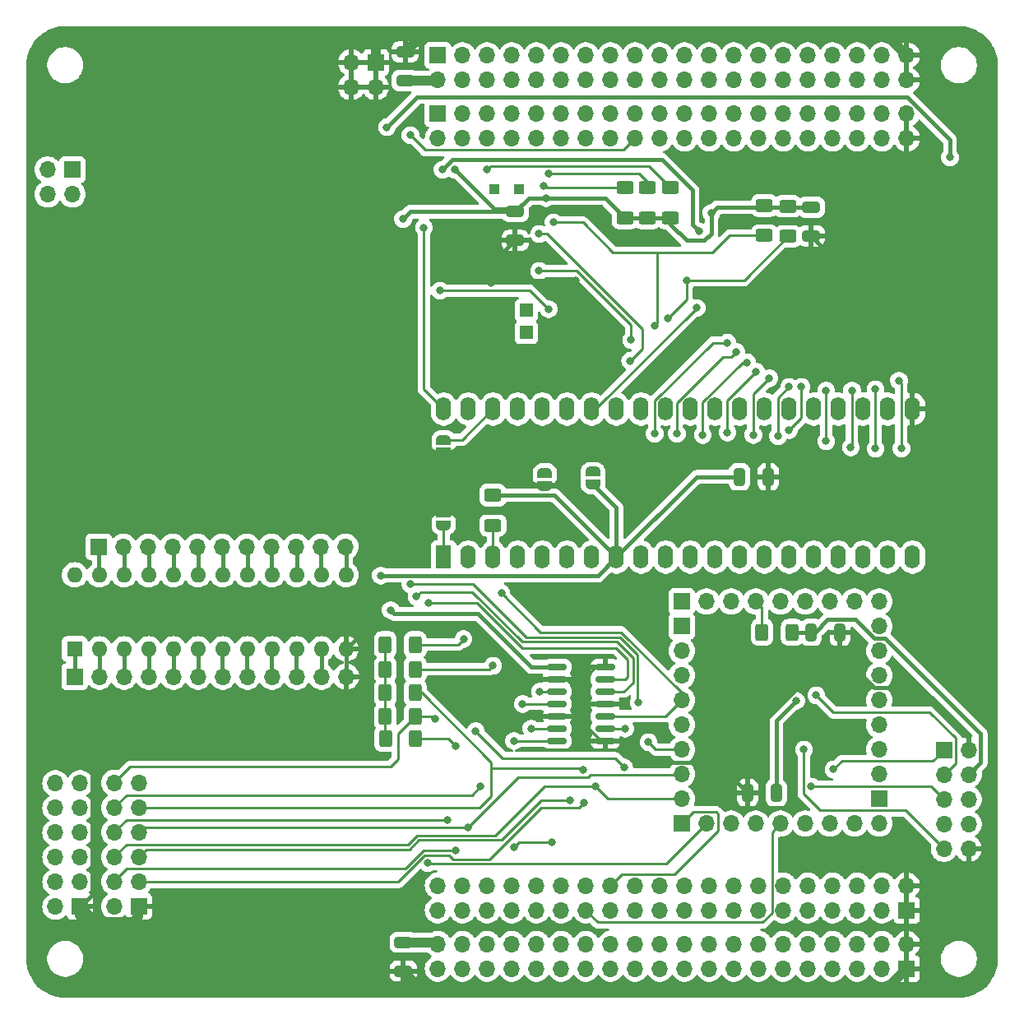
<source format=gbr>
%TF.GenerationSoftware,KiCad,Pcbnew,8.0.5-8.0.5-0~ubuntu22.04.1*%
%TF.CreationDate,2024-10-04T17:06:24+02:00*%
%TF.ProjectId,6502_6800_CPU,36353032-5f36-4383-9030-5f4350552e6b,rev?*%
%TF.SameCoordinates,Original*%
%TF.FileFunction,Copper,L2,Bot*%
%TF.FilePolarity,Positive*%
%FSLAX46Y46*%
G04 Gerber Fmt 4.6, Leading zero omitted, Abs format (unit mm)*
G04 Created by KiCad (PCBNEW 8.0.5-8.0.5-0~ubuntu22.04.1) date 2024-10-04 17:06:24*
%MOMM*%
%LPD*%
G01*
G04 APERTURE LIST*
G04 Aperture macros list*
%AMRoundRect*
0 Rectangle with rounded corners*
0 $1 Rounding radius*
0 $2 $3 $4 $5 $6 $7 $8 $9 X,Y pos of 4 corners*
0 Add a 4 corners polygon primitive as box body*
4,1,4,$2,$3,$4,$5,$6,$7,$8,$9,$2,$3,0*
0 Add four circle primitives for the rounded corners*
1,1,$1+$1,$2,$3*
1,1,$1+$1,$4,$5*
1,1,$1+$1,$6,$7*
1,1,$1+$1,$8,$9*
0 Add four rect primitives between the rounded corners*
20,1,$1+$1,$2,$3,$4,$5,0*
20,1,$1+$1,$4,$5,$6,$7,0*
20,1,$1+$1,$6,$7,$8,$9,0*
20,1,$1+$1,$8,$9,$2,$3,0*%
%AMFreePoly0*
4,1,19,0.500000,-0.750000,0.000000,-0.750000,0.000000,-0.744911,-0.071157,-0.744911,-0.207708,-0.704816,-0.327430,-0.627875,-0.420627,-0.520320,-0.479746,-0.390866,-0.500000,-0.250000,-0.500000,0.250000,-0.479746,0.390866,-0.420627,0.520320,-0.327430,0.627875,-0.207708,0.704816,-0.071157,0.744911,0.000000,0.744911,0.000000,0.750000,0.500000,0.750000,0.500000,-0.750000,0.500000,-0.750000,
$1*%
%AMFreePoly1*
4,1,19,0.000000,0.744911,0.071157,0.744911,0.207708,0.704816,0.327430,0.627875,0.420627,0.520320,0.479746,0.390866,0.500000,0.250000,0.500000,-0.250000,0.479746,-0.390866,0.420627,-0.520320,0.327430,-0.627875,0.207708,-0.704816,0.071157,-0.744911,0.000000,-0.744911,0.000000,-0.750000,-0.500000,-0.750000,-0.500000,0.750000,0.000000,0.750000,0.000000,0.744911,0.000000,0.744911,
$1*%
G04 Aperture macros list end*
%TA.AperFunction,ComponentPad*%
%ADD10R,1.700000X1.700000*%
%TD*%
%TA.AperFunction,ComponentPad*%
%ADD11O,1.700000X1.700000*%
%TD*%
%TA.AperFunction,SMDPad,CuDef*%
%ADD12RoundRect,0.250000X0.325000X0.650000X-0.325000X0.650000X-0.325000X-0.650000X0.325000X-0.650000X0*%
%TD*%
%TA.AperFunction,SMDPad,CuDef*%
%ADD13RoundRect,0.250000X-0.325000X-0.650000X0.325000X-0.650000X0.325000X0.650000X-0.325000X0.650000X0*%
%TD*%
%TA.AperFunction,SMDPad,CuDef*%
%ADD14RoundRect,0.250000X0.625000X-0.400000X0.625000X0.400000X-0.625000X0.400000X-0.625000X-0.400000X0*%
%TD*%
%TA.AperFunction,SMDPad,CuDef*%
%ADD15RoundRect,0.150000X0.825000X0.150000X-0.825000X0.150000X-0.825000X-0.150000X0.825000X-0.150000X0*%
%TD*%
%TA.AperFunction,SMDPad,CuDef*%
%ADD16RoundRect,0.250000X0.400000X0.625000X-0.400000X0.625000X-0.400000X-0.625000X0.400000X-0.625000X0*%
%TD*%
%TA.AperFunction,SMDPad,CuDef*%
%ADD17RoundRect,0.250000X-0.400000X-0.625000X0.400000X-0.625000X0.400000X0.625000X-0.400000X0.625000X0*%
%TD*%
%TA.AperFunction,SMDPad,CuDef*%
%ADD18RoundRect,0.250000X-0.625000X0.400000X-0.625000X-0.400000X0.625000X-0.400000X0.625000X0.400000X0*%
%TD*%
%TA.AperFunction,SMDPad,CuDef*%
%ADD19FreePoly0,90.000000*%
%TD*%
%TA.AperFunction,SMDPad,CuDef*%
%ADD20FreePoly1,90.000000*%
%TD*%
%TA.AperFunction,SMDPad,CuDef*%
%ADD21FreePoly0,270.000000*%
%TD*%
%TA.AperFunction,SMDPad,CuDef*%
%ADD22FreePoly1,270.000000*%
%TD*%
%TA.AperFunction,ComponentPad*%
%ADD23R,1.000000X1.000000*%
%TD*%
%TA.AperFunction,ComponentPad*%
%ADD24O,1.600000X1.600000*%
%TD*%
%TA.AperFunction,ComponentPad*%
%ADD25R,1.600000X1.600000*%
%TD*%
%TA.AperFunction,SMDPad,CuDef*%
%ADD26RoundRect,0.250000X-0.650000X0.325000X-0.650000X-0.325000X0.650000X-0.325000X0.650000X0.325000X0*%
%TD*%
%TA.AperFunction,ComponentPad*%
%ADD27R,1.350000X1.350000*%
%TD*%
%TA.AperFunction,SMDPad,CuDef*%
%ADD28RoundRect,0.250000X0.650000X-0.325000X0.650000X0.325000X-0.650000X0.325000X-0.650000X-0.325000X0*%
%TD*%
%TA.AperFunction,ComponentPad*%
%ADD29O,1.600000X2.400000*%
%TD*%
%TA.AperFunction,ComponentPad*%
%ADD30R,1.600000X2.400000*%
%TD*%
%TA.AperFunction,ViaPad*%
%ADD31C,0.800000*%
%TD*%
%TA.AperFunction,Conductor*%
%ADD32C,0.400000*%
%TD*%
%TA.AperFunction,Conductor*%
%ADD33C,0.250000*%
%TD*%
%TA.AperFunction,Conductor*%
%ADD34C,1.000000*%
%TD*%
G04 APERTURE END LIST*
D10*
%TO.P,J7,1,Pin_1*%
%TO.N,GND*%
X55540000Y-140627000D03*
D11*
%TO.P,J7,2,Pin_2*%
%TO.N,+5V*%
X53000000Y-140627000D03*
%TO.P,J7,3,Pin_3*%
%TO.N,/BE*%
X55540000Y-138087000D03*
%TO.P,J7,4,Pin_4*%
%TO.N,/~{SO}*%
X53000000Y-138087000D03*
%TO.P,J7,5,Pin_5*%
%TO.N,/CP39*%
X55540000Y-135547000D03*
%TO.P,J7,6,Pin_6*%
%TO.N,/CP42*%
X53000000Y-135547000D03*
%TO.P,J7,7,Pin_7*%
%TO.N,/CP41*%
X55540000Y-133007000D03*
%TO.P,J7,8,Pin_8*%
%TO.N,/~{VP}*%
X53000000Y-133007000D03*
%TO.P,J7,9,Pin_9*%
%TO.N,/~{NMI}*%
X55540000Y-130467000D03*
%TO.P,J7,10,Pin_10*%
%TO.N,/~{IRQ}*%
X53000000Y-130467000D03*
%TO.P,J7,11,Pin_11*%
%TO.N,unconnected-(J7-Pin_11-Pad11)*%
X55540000Y-127927000D03*
%TO.P,J7,12,Pin_12*%
%TO.N,/CP44*%
X53000000Y-127927000D03*
%TD*%
D10*
%TO.P,J6,1,Pin_1*%
%TO.N,GND*%
X61595000Y-140589000D03*
D11*
%TO.P,J6,2,Pin_2*%
%TO.N,+5V*%
X59055000Y-140589000D03*
%TO.P,J6,3,Pin_3*%
%TO.N,/BE*%
X61595000Y-138049000D03*
%TO.P,J6,4,Pin_4*%
%TO.N,/~{SO}*%
X59055000Y-138049000D03*
%TO.P,J6,5,Pin_5*%
%TO.N,/CP39*%
X61595000Y-135509000D03*
%TO.P,J6,6,Pin_6*%
%TO.N,/CP42*%
X59055000Y-135509000D03*
%TO.P,J6,7,Pin_7*%
%TO.N,/CP41*%
X61595000Y-132969000D03*
%TO.P,J6,8,Pin_8*%
%TO.N,/~{VP}*%
X59055000Y-132969000D03*
%TO.P,J6,9,Pin_9*%
%TO.N,/~{NMI}*%
X61595000Y-130429000D03*
%TO.P,J6,10,Pin_10*%
%TO.N,/~{IRQ}*%
X59055000Y-130429000D03*
%TO.P,J6,11,Pin_11*%
%TO.N,unconnected-(J6-Pin_11-Pad11)*%
X61595000Y-127889000D03*
%TO.P,J6,12,Pin_12*%
%TO.N,/CP44*%
X59055000Y-127889000D03*
%TD*%
D12*
%TO.P,C10,1*%
%TO.N,+3V3*%
X127205000Y-128905000D03*
%TO.P,C10,2*%
%TO.N,GND*%
X124255000Y-128905000D03*
%TD*%
D13*
%TO.P,C9,1*%
%TO.N,+3V3*%
X130810000Y-112395000D03*
%TO.P,C9,2*%
%TO.N,GND*%
X133760000Y-112395000D03*
%TD*%
D14*
%TO.P,R5,1*%
%TO.N,/Buffers/VBuffer*%
X111633000Y-69723000D03*
%TO.P,R5,2*%
%TO.N,/~{MRD}*%
X111633000Y-66623000D03*
%TD*%
D10*
%TO.P,J22,1,Pin_1*%
%TO.N,/TCK*%
X144460000Y-124500000D03*
D11*
%TO.P,J22,2,Pin_2*%
%TO.N,GND*%
X147000000Y-124500000D03*
%TO.P,J22,3,Pin_3*%
%TO.N,/TDO*%
X144460000Y-127040000D03*
%TO.P,J22,4,Pin_4*%
%TO.N,+3V3*%
X147000000Y-127040000D03*
%TO.P,J22,5,Pin_5*%
%TO.N,/TMS*%
X144460000Y-129580000D03*
%TO.P,J22,6,Pin_6*%
%TO.N,unconnected-(J22-Pin_6-Pad6)*%
X147000000Y-129580000D03*
%TO.P,J22,7,Pin_7*%
%TO.N,unconnected-(J22-Pin_7-Pad7)*%
X144460000Y-132120000D03*
%TO.P,J22,8,Pin_8*%
%TO.N,unconnected-(J22-Pin_8-Pad8)*%
X147000000Y-132120000D03*
%TO.P,J22,9,Pin_9*%
%TO.N,/TDI*%
X144460000Y-134660000D03*
%TO.P,J22,10,Pin_10*%
%TO.N,GND*%
X147000000Y-134660000D03*
%TD*%
D15*
%TO.P,U6,1*%
%TO.N,GND*%
X109598000Y-115951000D03*
%TO.P,U6,2*%
%TO.N,/Buffers/PHI2*%
X109598000Y-117221000D03*
%TO.P,U6,3*%
%TO.N,/PHI2_e*%
X109598000Y-118491000D03*
%TO.P,U6,4*%
%TO.N,GND*%
X109598000Y-119761000D03*
%TO.P,U6,5*%
%TO.N,/CP38*%
X109598000Y-121031000D03*
%TO.P,U6,6*%
%TO.N,/PHI1_e*%
X109598000Y-122301000D03*
%TO.P,U6,7,GND*%
%TO.N,GND*%
X109598000Y-123571000D03*
%TO.P,U6,8*%
%TO.N,/~{PH0}*%
X104648000Y-123571000D03*
%TO.P,U6,9*%
%TO.N,/CP2*%
X104648000Y-122301000D03*
%TO.P,U6,10*%
%TO.N,GND*%
X104648000Y-121031000D03*
%TO.P,U6,11*%
%TO.N,/PH0*%
X104648000Y-119761000D03*
%TO.P,U6,12*%
%TO.N,/CP1*%
X104648000Y-118491000D03*
%TO.P,U6,13*%
%TO.N,GND*%
X104648000Y-117221000D03*
%TO.P,U6,14,VCC*%
%TO.N,/Buffers/VBuffer*%
X104648000Y-115951000D03*
%TD*%
D16*
%TO.P,R12,1*%
%TO.N,+3V3*%
X128830000Y-112395000D03*
%TO.P,R12,2*%
%TO.N,/CP30*%
X125730000Y-112395000D03*
%TD*%
D17*
%TO.P,R11,1*%
%TO.N,+3V3*%
X86969000Y-123317000D03*
%TO.P,R11,2*%
%TO.N,/~{SO}*%
X90069000Y-123317000D03*
%TD*%
%TO.P,R10,1*%
%TO.N,+3V3*%
X86943000Y-113665000D03*
%TO.P,R10,2*%
%TO.N,/CP41*%
X90043000Y-113665000D03*
%TD*%
%TO.P,R9,1*%
%TO.N,+3V3*%
X86943000Y-116205000D03*
%TO.P,R9,2*%
%TO.N,/~{IRQ}*%
X90043000Y-116205000D03*
%TD*%
%TO.P,R8,1*%
%TO.N,+3V3*%
X86943000Y-118618000D03*
%TO.P,R8,2*%
%TO.N,/~{NMI}*%
X90043000Y-118618000D03*
%TD*%
%TO.P,R7,1*%
%TO.N,+3V3*%
X86943000Y-121031000D03*
%TO.P,R7,2*%
%TO.N,/CP44*%
X90043000Y-121031000D03*
%TD*%
D18*
%TO.P,R6,1*%
%TO.N,+5V*%
X98044000Y-98272000D03*
%TO.P,R6,2*%
%TO.N,/CP38*%
X98044000Y-101372000D03*
%TD*%
D14*
%TO.P,R3,1*%
%TO.N,/Buffers/VBuffer*%
X113919000Y-69723000D03*
%TO.P,R3,2*%
%TO.N,/~{MWR}*%
X113919000Y-66623000D03*
%TD*%
D18*
%TO.P,R2,1*%
%TO.N,/Buffers/VBuffer*%
X128397000Y-68528000D03*
%TO.P,R2,2*%
%TO.N,/CP31*%
X128397000Y-71628000D03*
%TD*%
%TO.P,R1,1*%
%TO.N,/Buffers/VBuffer*%
X125984000Y-68453000D03*
%TO.P,R1,2*%
%TO.N,/CP32*%
X125984000Y-71553000D03*
%TD*%
D19*
%TO.P,JP13,1,A*%
%TO.N,GND*%
X92964000Y-93883000D03*
D20*
%TO.P,JP13,2,B*%
%TO.N,/~{SO}*%
X92964000Y-92583000D03*
%TD*%
D21*
%TO.P,JP12,1,A*%
%TO.N,Net-(JP12-A)*%
X108331000Y-95855000D03*
D22*
%TO.P,JP12,2,B*%
%TO.N,+5V*%
X108331000Y-97155000D03*
%TD*%
D21*
%TO.P,JP11,1,A*%
%TO.N,GND*%
X92964000Y-100076000D03*
D22*
%TO.P,JP11,2,B*%
%TO.N,/~{VP}*%
X92964000Y-101376000D03*
%TD*%
D19*
%TO.P,JP6,1,A*%
%TO.N,GND*%
X103378000Y-97297000D03*
D20*
%TO.P,JP6,2,B*%
%TO.N,/BE*%
X103378000Y-95997000D03*
%TD*%
D10*
%TO.P,J21,1,Pin_1*%
%TO.N,/CP43*%
X117475000Y-132080000D03*
D11*
%TO.P,J21,2,Pin_2*%
%TO.N,/CP44*%
X120015000Y-132080000D03*
%TO.P,J21,3,Pin_3*%
%TO.N,/CP1*%
X122555000Y-132080000D03*
%TO.P,J21,4,Pin_4*%
%TO.N,/CP2*%
X125095000Y-132080000D03*
%TO.P,J21,5,Pin_5*%
%TO.N,/CLKF*%
X127635000Y-132080000D03*
%TO.P,J21,6,Pin_6*%
%TO.N,/CP5*%
X130175000Y-132080000D03*
%TO.P,J21,7,Pin_7*%
%TO.N,/CP6*%
X132715000Y-132080000D03*
%TO.P,J21,8,Pin_8*%
%TO.N,/CP7*%
X135255000Y-132080000D03*
%TO.P,J21,9,Pin_9*%
%TO.N,/CP8*%
X137795000Y-132080000D03*
%TD*%
D10*
%TO.P,J20,1,Pin_1*%
%TO.N,/CP34*%
X117475000Y-111760000D03*
D11*
%TO.P,J20,2,Pin_2*%
%TO.N,/CP36*%
X117475000Y-114300000D03*
%TO.P,J20,3,Pin_3*%
%TO.N,/CP37*%
X117475000Y-116840000D03*
%TO.P,J20,4,Pin_4*%
%TO.N,/CP38*%
X117475000Y-119380000D03*
%TO.P,J20,5,Pin_5*%
%TO.N,/CP39*%
X117475000Y-121920000D03*
%TO.P,J20,6,Pin_6*%
%TO.N,/CP40*%
X117475000Y-124460000D03*
%TO.P,J20,7,Pin_7*%
%TO.N,/CP41*%
X117475000Y-127000000D03*
%TO.P,J20,8,Pin_8*%
%TO.N,/CP42*%
X117475000Y-129540000D03*
%TD*%
D10*
%TO.P,J19,1,Pin_1*%
%TO.N,/CP12*%
X137795000Y-129540000D03*
D11*
%TO.P,J19,2,Pin_2*%
%TO.N,/CP13*%
X137795000Y-127000000D03*
%TO.P,J19,3,Pin_3*%
%TO.N,/CP14*%
X137795000Y-124460000D03*
%TO.P,J19,4,Pin_4*%
%TO.N,/CP16*%
X137795000Y-121920000D03*
%TO.P,J19,5,Pin_5*%
%TO.N,/CP18*%
X137795000Y-119380000D03*
%TO.P,J19,6,Pin_6*%
%TO.N,/CP19*%
X137795000Y-116840000D03*
%TO.P,J19,7,Pin_7*%
%TO.N,/CP20*%
X137795000Y-114300000D03*
%TO.P,J19,8,Pin_8*%
%TO.N,/CP21*%
X137795000Y-111760000D03*
%TD*%
D10*
%TO.P,J18,1,Pin_1*%
%TO.N,/CP33*%
X117475000Y-109220000D03*
D11*
%TO.P,J18,2,Pin_2*%
%TO.N,/CP32*%
X120015000Y-109220000D03*
%TO.P,J18,3,Pin_3*%
%TO.N,/CP31*%
X122555000Y-109220000D03*
%TO.P,J18,4,Pin_4*%
%TO.N,/CP30*%
X125095000Y-109220000D03*
%TO.P,J18,5,Pin_5*%
%TO.N,/CP29*%
X127635000Y-109220000D03*
%TO.P,J18,6,Pin_6*%
%TO.N,/CP28*%
X130175000Y-109220000D03*
%TO.P,J18,7,Pin_7*%
%TO.N,/CP27*%
X132715000Y-109220000D03*
%TO.P,J18,8,Pin_8*%
%TO.N,/CP23*%
X135255000Y-109220000D03*
%TO.P,J18,9,Pin_9*%
%TO.N,/CP22*%
X137795000Y-109220000D03*
%TD*%
D23*
%TO.P,J12,1,Pin_1*%
%TO.N,Net-(J12-Pin_1)*%
X100752001Y-66802000D03*
%TD*%
%TO.P,J11,1,Pin_1*%
%TO.N,Net-(J11-Pin_1)*%
X98212001Y-66802000D03*
%TD*%
D10*
%TO.P,J30,1,Pin_1*%
%TO.N,+5V*%
X54750000Y-64760000D03*
D11*
%TO.P,J30,2,Pin_2*%
X52210000Y-64760000D03*
%TO.P,J30,3,Pin_3*%
X54750000Y-67300000D03*
%TO.P,J30,4,Pin_4*%
X52210000Y-67300000D03*
%TD*%
D10*
%TO.P,J36,1,Pin_1*%
%TO.N,Net-(J35-Pin_23)*%
X57461000Y-103571000D03*
D11*
%TO.P,J36,2,Pin_2*%
%TO.N,Net-(J35-Pin_22)*%
X60001000Y-103571000D03*
%TO.P,J36,3,Pin_3*%
%TO.N,Net-(J35-Pin_21)*%
X62541000Y-103571000D03*
%TO.P,J36,4,Pin_4*%
%TO.N,Net-(J35-Pin_20)*%
X65081000Y-103571000D03*
%TO.P,J36,5,Pin_5*%
%TO.N,Net-(J35-Pin_19)*%
X67621000Y-103571000D03*
%TO.P,J36,6,Pin_6*%
%TO.N,Net-(J35-Pin_18)*%
X70161000Y-103571000D03*
%TO.P,J36,7,Pin_7*%
%TO.N,Net-(J35-Pin_17)*%
X72701000Y-103571000D03*
%TO.P,J36,8,Pin_8*%
%TO.N,Net-(J35-Pin_16)*%
X75241000Y-103571000D03*
%TO.P,J36,9,Pin_9*%
%TO.N,Net-(J35-Pin_15)*%
X77781000Y-103571000D03*
%TO.P,J36,10,Pin_10*%
%TO.N,Net-(J35-Pin_14)*%
X80321000Y-103571000D03*
%TO.P,J36,11,Pin_11*%
%TO.N,Net-(J35-Pin_13)*%
X82861000Y-103571000D03*
%TD*%
D13*
%TO.P,C6,1*%
%TO.N,+5V*%
X123415000Y-96393000D03*
%TO.P,C6,2*%
%TO.N,GND*%
X126365000Y-96393000D03*
%TD*%
D11*
%TO.P,J1,40,Pin_40*%
%TO.N,GND*%
X140627000Y-55540000D03*
%TO.P,J1,39,Pin_39*%
X140627000Y-53000000D03*
%TO.P,J1,38,Pin_38*%
%TO.N,/A19*%
X138087000Y-55540000D03*
%TO.P,J1,37,Pin_37*%
%TO.N,/A18*%
X138087000Y-53000000D03*
%TO.P,J1,36,Pin_36*%
%TO.N,/A17*%
X135547000Y-55540000D03*
%TO.P,J1,35,Pin_35*%
%TO.N,/A16*%
X135547000Y-53000000D03*
%TO.P,J1,34,Pin_34*%
%TO.N,/A15*%
X133007000Y-55540000D03*
%TO.P,J1,33,Pin_33*%
%TO.N,/A14*%
X133007000Y-53000000D03*
%TO.P,J1,32,Pin_32*%
%TO.N,/A13*%
X130467000Y-55540000D03*
%TO.P,J1,31,Pin_31*%
%TO.N,/A12*%
X130467000Y-53000000D03*
%TO.P,J1,30,Pin_30*%
%TO.N,/A11*%
X127927000Y-55540000D03*
%TO.P,J1,29,Pin_29*%
%TO.N,/A10*%
X127927000Y-53000000D03*
%TO.P,J1,28,Pin_28*%
%TO.N,/A9*%
X125387000Y-55540000D03*
%TO.P,J1,27,Pin_27*%
%TO.N,/A8*%
X125387000Y-53000000D03*
%TO.P,J1,26,Pin_26*%
%TO.N,/A7*%
X122847000Y-55540000D03*
%TO.P,J1,25,Pin_25*%
%TO.N,/A6*%
X122847000Y-53000000D03*
%TO.P,J1,24,Pin_24*%
%TO.N,/A5*%
X120307000Y-55540000D03*
%TO.P,J1,23,Pin_23*%
%TO.N,/A4*%
X120307000Y-53000000D03*
%TO.P,J1,22,Pin_22*%
%TO.N,/A3*%
X117767000Y-55540000D03*
%TO.P,J1,21,Pin_21*%
%TO.N,/A2*%
X117767000Y-53000000D03*
%TO.P,J1,20,Pin_20*%
%TO.N,/A1*%
X115227000Y-55540000D03*
%TO.P,J1,19,Pin_19*%
%TO.N,/A0*%
X115227000Y-53000000D03*
%TO.P,J1,18,Pin_18*%
%TO.N,/CP44*%
X112687000Y-55540000D03*
%TO.P,J1,17,Pin_17*%
%TO.N,/DB7*%
X112687000Y-53000000D03*
%TO.P,J1,16,Pin_16*%
%TO.N,/DB6*%
X110147000Y-55540000D03*
%TO.P,J1,15,Pin_15*%
%TO.N,/DB5*%
X110147000Y-53000000D03*
%TO.P,J1,14,Pin_14*%
%TO.N,/DB4*%
X107607000Y-55540000D03*
%TO.P,J1,13,Pin_13*%
%TO.N,/DB3*%
X107607000Y-53000000D03*
%TO.P,J1,12,Pin_12*%
%TO.N,/DB2*%
X105067000Y-55540000D03*
%TO.P,J1,11,Pin_11*%
%TO.N,/DB1*%
X105067000Y-53000000D03*
%TO.P,J1,10,Pin_10*%
%TO.N,/DB0*%
X102527000Y-55540000D03*
%TO.P,J1,9,Pin_9*%
%TO.N,/~{IOWR}*%
X102527000Y-53000000D03*
%TO.P,J1,8,Pin_8*%
%TO.N,/~{MWR}*%
X99987000Y-55540000D03*
%TO.P,J1,7,Pin_7*%
%TO.N,/~{MRD}*%
X99987000Y-53000000D03*
%TO.P,J1,6,Pin_6*%
%TO.N,/R{slash}~{W}_e*%
X97447000Y-55540000D03*
%TO.P,J1,5,Pin_5*%
%TO.N,/~{IORD}*%
X97447000Y-53000000D03*
%TO.P,J1,4,Pin_4*%
%TO.N,/PHI2_e*%
X94907000Y-55540000D03*
%TO.P,J1,3,Pin_3*%
%TO.N,/PHI1_e*%
X94907000Y-53000000D03*
%TO.P,J1,2,Pin_2*%
%TO.N,+5V*%
X92367000Y-55540000D03*
D10*
%TO.P,J1,1,Pin_1*%
X92367000Y-53000000D03*
%TD*%
%TO.P,J4,1,Pin_1*%
%TO.N,GND*%
X140627000Y-141000000D03*
D11*
%TO.P,J4,2,Pin_2*%
X140627000Y-138460000D03*
%TO.P,J4,3,Pin_3*%
%TO.N,+3V3*%
X138087000Y-141000000D03*
%TO.P,J4,4,Pin_4*%
X138087000Y-138460000D03*
%TO.P,J4,5,Pin_5*%
%TO.N,/Bus/~{CE_EXT1}*%
X135547000Y-141000000D03*
%TO.P,J4,6,Pin_6*%
%TO.N,/Bus/~{CE_EXT0}*%
X135547000Y-138460000D03*
%TO.P,J4,7,Pin_7*%
%TO.N,/Bus/~{CE_EXT3}*%
X133007000Y-141000000D03*
%TO.P,J4,8,Pin_8*%
%TO.N,/Bus/~{CE_EXT2}*%
X133007000Y-138460000D03*
%TO.P,J4,9,Pin_9*%
%TO.N,/Bus/~{CE_EXT5}*%
X130467000Y-141000000D03*
%TO.P,J4,10,Pin_10*%
%TO.N,/Bus/~{CE_EXT4}*%
X130467000Y-138460000D03*
%TO.P,J4,11,Pin_11*%
%TO.N,/Bus/~{CE_EXT7}*%
X127927000Y-141000000D03*
%TO.P,J4,12,Pin_12*%
%TO.N,/Bus/~{CE_EXT6}*%
X127927000Y-138460000D03*
%TO.P,J4,13,Pin_13*%
%TO.N,/Bus/~{CE_EXT9}*%
X125387000Y-141000000D03*
%TO.P,J4,14,Pin_14*%
%TO.N,/Bus/~{CE_EXT8}*%
X125387000Y-138460000D03*
%TO.P,J4,15,Pin_15*%
%TO.N,/Bus/~{CE_EXT11}*%
X122847000Y-141000000D03*
%TO.P,J4,16,Pin_16*%
%TO.N,/Bus/~{CE_EXT10}*%
X122847000Y-138460000D03*
%TO.P,J4,17,Pin_17*%
%TO.N,/Bus/~{CE_EXT13}*%
X120307000Y-141000000D03*
%TO.P,J4,18,Pin_18*%
%TO.N,/Bus/~{CE_EXT12}*%
X120307000Y-138460000D03*
%TO.P,J4,19,Pin_19*%
%TO.N,/RES4*%
X117767000Y-141000000D03*
%TO.P,J4,20,Pin_20*%
%TO.N,/RES5*%
X117767000Y-138460000D03*
%TO.P,J4,21,Pin_21*%
%TO.N,/RES2*%
X115227000Y-141000000D03*
%TO.P,J4,22,Pin_22*%
%TO.N,/RES3*%
X115227000Y-138460000D03*
%TO.P,J4,23,Pin_23*%
%TO.N,/RES0*%
X112687000Y-141000000D03*
%TO.P,J4,24,Pin_24*%
%TO.N,/RES1*%
X112687000Y-138460000D03*
%TO.P,J4,25,Pin_25*%
%TO.N,/CLK1*%
X110147000Y-141000000D03*
%TO.P,J4,26,Pin_26*%
%TO.N,/CP43*%
X110147000Y-138460000D03*
%TO.P,J4,27,Pin_27*%
%TO.N,/CLKF*%
X107607000Y-141000000D03*
%TO.P,J4,28,Pin_28*%
%TO.N,/CLKS*%
X107607000Y-138460000D03*
%TO.P,J4,29,Pin_29*%
%TO.N,/~{PH0}*%
X105067000Y-141000000D03*
%TO.P,J4,30,Pin_30*%
%TO.N,/PH0*%
X105067000Y-138460000D03*
%TO.P,J4,31,Pin_31*%
%TO.N,/SDA*%
X102527000Y-141000000D03*
%TO.P,J4,32,Pin_32*%
%TO.N,/SCL*%
X102527000Y-138460000D03*
%TO.P,J4,33,Pin_33*%
%TO.N,/TX1*%
X99987000Y-141000000D03*
%TO.P,J4,34,Pin_34*%
%TO.N,/RX1*%
X99987000Y-138460000D03*
%TO.P,J4,35,Pin_35*%
%TO.N,/TX0*%
X97447000Y-141000000D03*
%TO.P,J4,36,Pin_36*%
%TO.N,/RX0*%
X97447000Y-138460000D03*
%TO.P,J4,37,Pin_37*%
%TO.N,/TXSTM*%
X94907000Y-141000000D03*
%TO.P,J4,38,Pin_38*%
%TO.N,/RXSTM*%
X94907000Y-138460000D03*
%TO.P,J4,39,Pin_39*%
%TO.N,+5VA*%
X92367000Y-141000000D03*
%TO.P,J4,40,Pin_40*%
X92367000Y-138460000D03*
%TD*%
D10*
%TO.P,J31,1,Pin_1*%
%TO.N,GND*%
X85979000Y-53721000D03*
D11*
%TO.P,J31,2,Pin_2*%
X83439000Y-53721000D03*
%TO.P,J31,3,Pin_3*%
X85979000Y-56261000D03*
%TO.P,J31,4,Pin_4*%
X83439000Y-56261000D03*
%TD*%
D10*
%TO.P,J29,1,Pin_1*%
%TO.N,Net-(J29-Pin_1)*%
X54971000Y-116946000D03*
D11*
%TO.P,J29,2,Pin_2*%
%TO.N,Net-(J29-Pin_2)*%
X57511000Y-116946000D03*
%TO.P,J29,3,Pin_3*%
%TO.N,Net-(J29-Pin_3)*%
X60051000Y-116946000D03*
%TO.P,J29,4,Pin_4*%
%TO.N,Net-(J29-Pin_4)*%
X62591000Y-116946000D03*
%TO.P,J29,5,Pin_5*%
%TO.N,Net-(J29-Pin_5)*%
X65131000Y-116946000D03*
%TO.P,J29,6,Pin_6*%
%TO.N,Net-(J29-Pin_6)*%
X67671000Y-116946000D03*
%TO.P,J29,7,Pin_7*%
%TO.N,Net-(J29-Pin_7)*%
X70211000Y-116946000D03*
%TO.P,J29,8,Pin_8*%
%TO.N,Net-(J29-Pin_8)*%
X72751000Y-116946000D03*
%TO.P,J29,9,Pin_9*%
%TO.N,Net-(J29-Pin_9)*%
X75291000Y-116946000D03*
%TO.P,J29,10,Pin_10*%
%TO.N,Net-(J29-Pin_10)*%
X77831000Y-116946000D03*
%TO.P,J29,11,Pin_11*%
%TO.N,Net-(J29-Pin_11)*%
X80371000Y-116946000D03*
%TO.P,J29,12,Pin_12*%
%TO.N,GND*%
X82911000Y-116946000D03*
%TD*%
D10*
%TO.P,J2,1,Pin_1*%
%TO.N,GND*%
X140627000Y-147000000D03*
D11*
%TO.P,J2,2,Pin_2*%
X140627000Y-144460000D03*
%TO.P,J2,3,Pin_3*%
%TO.N,+3V3*%
X138087000Y-147000000D03*
%TO.P,J2,4,Pin_4*%
X138087000Y-144460000D03*
%TO.P,J2,5,Pin_5*%
%TO.N,/Bus/~{CE_EXT1}*%
X135547000Y-147000000D03*
%TO.P,J2,6,Pin_6*%
%TO.N,/Bus/~{CE_EXT0}*%
X135547000Y-144460000D03*
%TO.P,J2,7,Pin_7*%
%TO.N,/Bus/~{CE_EXT3}*%
X133007000Y-147000000D03*
%TO.P,J2,8,Pin_8*%
%TO.N,/Bus/~{CE_EXT2}*%
X133007000Y-144460000D03*
%TO.P,J2,9,Pin_9*%
%TO.N,/Bus/~{CE_EXT5}*%
X130467000Y-147000000D03*
%TO.P,J2,10,Pin_10*%
%TO.N,/Bus/~{CE_EXT4}*%
X130467000Y-144460000D03*
%TO.P,J2,11,Pin_11*%
%TO.N,/Bus/~{CE_EXT7}*%
X127927000Y-147000000D03*
%TO.P,J2,12,Pin_12*%
%TO.N,/Bus/~{CE_EXT6}*%
X127927000Y-144460000D03*
%TO.P,J2,13,Pin_13*%
%TO.N,/Bus/~{CE_EXT9}*%
X125387000Y-147000000D03*
%TO.P,J2,14,Pin_14*%
%TO.N,/Bus/~{CE_EXT8}*%
X125387000Y-144460000D03*
%TO.P,J2,15,Pin_15*%
%TO.N,/Bus/~{CE_EXT11}*%
X122847000Y-147000000D03*
%TO.P,J2,16,Pin_16*%
%TO.N,/Bus/~{CE_EXT10}*%
X122847000Y-144460000D03*
%TO.P,J2,17,Pin_17*%
%TO.N,/Bus/~{CE_EXT13}*%
X120307000Y-147000000D03*
%TO.P,J2,18,Pin_18*%
%TO.N,/Bus/~{CE_EXT12}*%
X120307000Y-144460000D03*
%TO.P,J2,19,Pin_19*%
%TO.N,/RES4*%
X117767000Y-147000000D03*
%TO.P,J2,20,Pin_20*%
%TO.N,/RES5*%
X117767000Y-144460000D03*
%TO.P,J2,21,Pin_21*%
%TO.N,/RES2*%
X115227000Y-147000000D03*
%TO.P,J2,22,Pin_22*%
%TO.N,/RES3*%
X115227000Y-144460000D03*
%TO.P,J2,23,Pin_23*%
%TO.N,/RES0*%
X112687000Y-147000000D03*
%TO.P,J2,24,Pin_24*%
%TO.N,/RES1*%
X112687000Y-144460000D03*
%TO.P,J2,25,Pin_25*%
%TO.N,/CLK1*%
X110147000Y-147000000D03*
%TO.P,J2,26,Pin_26*%
%TO.N,/CP43*%
X110147000Y-144460000D03*
%TO.P,J2,27,Pin_27*%
%TO.N,/CLKF*%
X107607000Y-147000000D03*
%TO.P,J2,28,Pin_28*%
%TO.N,/CLKS*%
X107607000Y-144460000D03*
%TO.P,J2,29,Pin_29*%
%TO.N,/~{PH0}*%
X105067000Y-147000000D03*
%TO.P,J2,30,Pin_30*%
%TO.N,/PH0*%
X105067000Y-144460000D03*
%TO.P,J2,31,Pin_31*%
%TO.N,/SDA*%
X102527000Y-147000000D03*
%TO.P,J2,32,Pin_32*%
%TO.N,/SCL*%
X102527000Y-144460000D03*
%TO.P,J2,33,Pin_33*%
%TO.N,/TX1*%
X99987000Y-147000000D03*
%TO.P,J2,34,Pin_34*%
%TO.N,/RX1*%
X99987000Y-144460000D03*
%TO.P,J2,35,Pin_35*%
%TO.N,/TX0*%
X97447000Y-147000000D03*
%TO.P,J2,36,Pin_36*%
%TO.N,/RX0*%
X97447000Y-144460000D03*
%TO.P,J2,37,Pin_37*%
%TO.N,/TXSTM*%
X94907000Y-147000000D03*
%TO.P,J2,38,Pin_38*%
%TO.N,/RXSTM*%
X94907000Y-144460000D03*
%TO.P,J2,39,Pin_39*%
%TO.N,+5VA*%
X92367000Y-147000000D03*
%TO.P,J2,40,Pin_40*%
X92367000Y-144460000D03*
%TD*%
D24*
%TO.P,J35,24,Pin_24*%
%TO.N,+5V*%
X54966000Y-106476000D03*
%TO.P,J35,23,Pin_23*%
%TO.N,Net-(J35-Pin_23)*%
X57506000Y-106476000D03*
%TO.P,J35,22,Pin_22*%
%TO.N,Net-(J35-Pin_22)*%
X60046000Y-106476000D03*
%TO.P,J35,21,Pin_21*%
%TO.N,Net-(J35-Pin_21)*%
X62586000Y-106476000D03*
%TO.P,J35,20,Pin_20*%
%TO.N,Net-(J35-Pin_20)*%
X65126000Y-106476000D03*
%TO.P,J35,19,Pin_19*%
%TO.N,Net-(J35-Pin_19)*%
X67666000Y-106476000D03*
%TO.P,J35,18,Pin_18*%
%TO.N,Net-(J35-Pin_18)*%
X70206000Y-106476000D03*
%TO.P,J35,17,Pin_17*%
%TO.N,Net-(J35-Pin_17)*%
X72746000Y-106476000D03*
%TO.P,J35,16,Pin_16*%
%TO.N,Net-(J35-Pin_16)*%
X75286000Y-106476000D03*
%TO.P,J35,15,Pin_15*%
%TO.N,Net-(J35-Pin_15)*%
X77826000Y-106476000D03*
%TO.P,J35,14,Pin_14*%
%TO.N,Net-(J35-Pin_14)*%
X80366000Y-106476000D03*
%TO.P,J35,13,Pin_13*%
%TO.N,Net-(J35-Pin_13)*%
X82906000Y-106476000D03*
%TO.P,J35,12,Pin_12*%
%TO.N,GND*%
X82906000Y-114096000D03*
%TO.P,J35,11,Pin_11*%
%TO.N,Net-(J29-Pin_11)*%
X80366000Y-114096000D03*
%TO.P,J35,10,Pin_10*%
%TO.N,Net-(J29-Pin_10)*%
X77826000Y-114096000D03*
%TO.P,J35,9,Pin_9*%
%TO.N,Net-(J29-Pin_9)*%
X75286000Y-114096000D03*
%TO.P,J35,8,Pin_8*%
%TO.N,Net-(J29-Pin_8)*%
X72746000Y-114096000D03*
%TO.P,J35,7,Pin_7*%
%TO.N,Net-(J29-Pin_7)*%
X70206000Y-114096000D03*
%TO.P,J35,6,Pin_6*%
%TO.N,Net-(J29-Pin_6)*%
X67666000Y-114096000D03*
%TO.P,J35,5,Pin_5*%
%TO.N,Net-(J29-Pin_5)*%
X65126000Y-114096000D03*
%TO.P,J35,4,Pin_4*%
%TO.N,Net-(J29-Pin_4)*%
X62586000Y-114096000D03*
%TO.P,J35,3,Pin_3*%
%TO.N,Net-(J29-Pin_3)*%
X60046000Y-114096000D03*
%TO.P,J35,2,Pin_2*%
%TO.N,Net-(J29-Pin_2)*%
X57506000Y-114096000D03*
D25*
%TO.P,J35,1,Pin_1*%
%TO.N,Net-(J29-Pin_1)*%
X54966000Y-114096000D03*
%TD*%
D10*
%TO.P,J3,1,Pin_1*%
%TO.N,+5V*%
X92367000Y-59000000D03*
D11*
%TO.P,J3,2,Pin_2*%
X92367000Y-61540000D03*
%TO.P,J3,3,Pin_3*%
%TO.N,/PHI1_e*%
X94907000Y-59000000D03*
%TO.P,J3,4,Pin_4*%
%TO.N,/PHI2_e*%
X94907000Y-61540000D03*
%TO.P,J3,5,Pin_5*%
%TO.N,/~{IORD}*%
X97447000Y-59000000D03*
%TO.P,J3,6,Pin_6*%
%TO.N,/R{slash}~{W}_e*%
X97447000Y-61540000D03*
%TO.P,J3,7,Pin_7*%
%TO.N,/~{MRD}*%
X99987000Y-59000000D03*
%TO.P,J3,8,Pin_8*%
%TO.N,/~{MWR}*%
X99987000Y-61540000D03*
%TO.P,J3,9,Pin_9*%
%TO.N,/~{IOWR}*%
X102527000Y-59000000D03*
%TO.P,J3,10,Pin_10*%
%TO.N,/DB0*%
X102527000Y-61540000D03*
%TO.P,J3,11,Pin_11*%
%TO.N,/DB1*%
X105067000Y-59000000D03*
%TO.P,J3,12,Pin_12*%
%TO.N,/DB2*%
X105067000Y-61540000D03*
%TO.P,J3,13,Pin_13*%
%TO.N,/DB3*%
X107607000Y-59000000D03*
%TO.P,J3,14,Pin_14*%
%TO.N,/DB4*%
X107607000Y-61540000D03*
%TO.P,J3,15,Pin_15*%
%TO.N,/DB5*%
X110147000Y-59000000D03*
%TO.P,J3,16,Pin_16*%
%TO.N,/DB6*%
X110147000Y-61540000D03*
%TO.P,J3,17,Pin_17*%
%TO.N,/DB7*%
X112687000Y-59000000D03*
%TO.P,J3,18,Pin_18*%
%TO.N,/CP44*%
X112687000Y-61540000D03*
%TO.P,J3,19,Pin_19*%
%TO.N,/A0*%
X115227000Y-59000000D03*
%TO.P,J3,20,Pin_20*%
%TO.N,/A1*%
X115227000Y-61540000D03*
%TO.P,J3,21,Pin_21*%
%TO.N,/A2*%
X117767000Y-59000000D03*
%TO.P,J3,22,Pin_22*%
%TO.N,/A3*%
X117767000Y-61540000D03*
%TO.P,J3,23,Pin_23*%
%TO.N,/A4*%
X120307000Y-59000000D03*
%TO.P,J3,24,Pin_24*%
%TO.N,/A5*%
X120307000Y-61540000D03*
%TO.P,J3,25,Pin_25*%
%TO.N,/A6*%
X122847000Y-59000000D03*
%TO.P,J3,26,Pin_26*%
%TO.N,/A7*%
X122847000Y-61540000D03*
%TO.P,J3,27,Pin_27*%
%TO.N,/A8*%
X125387000Y-59000000D03*
%TO.P,J3,28,Pin_28*%
%TO.N,/A9*%
X125387000Y-61540000D03*
%TO.P,J3,29,Pin_29*%
%TO.N,/A10*%
X127927000Y-59000000D03*
%TO.P,J3,30,Pin_30*%
%TO.N,/A11*%
X127927000Y-61540000D03*
%TO.P,J3,31,Pin_31*%
%TO.N,/A12*%
X130467000Y-59000000D03*
%TO.P,J3,32,Pin_32*%
%TO.N,/A13*%
X130467000Y-61540000D03*
%TO.P,J3,33,Pin_33*%
%TO.N,/A14*%
X133007000Y-59000000D03*
%TO.P,J3,34,Pin_34*%
%TO.N,/A15*%
X133007000Y-61540000D03*
%TO.P,J3,35,Pin_35*%
%TO.N,/A16*%
X135547000Y-59000000D03*
%TO.P,J3,36,Pin_36*%
%TO.N,/A17*%
X135547000Y-61540000D03*
%TO.P,J3,37,Pin_37*%
%TO.N,/A18*%
X138087000Y-59000000D03*
%TO.P,J3,38,Pin_38*%
%TO.N,/A19*%
X138087000Y-61540000D03*
%TO.P,J3,39,Pin_39*%
%TO.N,GND*%
X140627000Y-59000000D03*
%TO.P,J3,40,Pin_40*%
X140627000Y-61540000D03*
%TD*%
D26*
%TO.P,C2,1*%
%TO.N,+5VA*%
X88800000Y-144300000D03*
%TO.P,C2,2*%
%TO.N,GND*%
X88800000Y-147250000D03*
%TD*%
D27*
%TO.P,J8,1,Pin_1*%
%TO.N,/E*%
X101473000Y-81534000D03*
%TD*%
D14*
%TO.P,R4,1*%
%TO.N,/Buffers/VBuffer*%
X116332000Y-69723000D03*
%TO.P,R4,2*%
%TO.N,/R{slash}~{W}_e*%
X116332000Y-66623000D03*
%TD*%
D26*
%TO.P,C5,1*%
%TO.N,/Buffers/VBuffer*%
X100330000Y-69088000D03*
%TO.P,C5,2*%
%TO.N,GND*%
X100330000Y-72038000D03*
%TD*%
D27*
%TO.P,J9,1,Pin_1*%
%TO.N,/RW*%
X101473000Y-79248000D03*
%TD*%
D28*
%TO.P,C1,1*%
%TO.N,+5V*%
X89000000Y-55600000D03*
%TO.P,C1,2*%
%TO.N,GND*%
X89000000Y-52650000D03*
%TD*%
D26*
%TO.P,C4,1*%
%TO.N,/Buffers/VBuffer*%
X130810000Y-68629000D03*
%TO.P,C4,2*%
%TO.N,GND*%
X130810000Y-71579000D03*
%TD*%
D29*
%TO.P,U7,40,~{RES}*%
%TO.N,/CP44*%
X92964000Y-89408000D03*
%TO.P,U7,39,\u03D52*%
%TO.N,Net-(JP10-C)*%
X95504000Y-89408000D03*
%TO.P,U7,38,~{SO}*%
%TO.N,/~{SO}*%
X98044000Y-89408000D03*
%TO.P,U7,37,\u03D50*%
%TO.N,Net-(JP7-C)*%
X100584000Y-89408000D03*
%TO.P,U7,36,BE*%
%TO.N,/BE*%
X103124000Y-89408000D03*
%TO.P,U7,35,nc*%
%TO.N,Net-(JP12-A)*%
X105664000Y-89408000D03*
%TO.P,U7,34,R/~{W}*%
%TO.N,/CP36*%
X108204000Y-89408000D03*
%TO.P,U7,33,D0*%
%TO.N,/CD0*%
X110744000Y-89408000D03*
%TO.P,U7,32,D1*%
%TO.N,/CD1*%
X113284000Y-89408000D03*
%TO.P,U7,31,D2*%
%TO.N,/CD2*%
X115824000Y-89408000D03*
%TO.P,U7,30,D3*%
%TO.N,/CD3*%
X118364000Y-89408000D03*
%TO.P,U7,29,D4*%
%TO.N,/CD4*%
X120904000Y-89408000D03*
%TO.P,U7,28,D5*%
%TO.N,/CD5*%
X123444000Y-89408000D03*
%TO.P,U7,27,D6*%
%TO.N,/CD6*%
X125984000Y-89408000D03*
%TO.P,U7,26,D7*%
%TO.N,/CD7*%
X128524000Y-89408000D03*
%TO.P,U7,25,A15*%
%TO.N,/CA15*%
X131064000Y-89408000D03*
%TO.P,U7,24,A14*%
%TO.N,/CA14*%
X133604000Y-89408000D03*
%TO.P,U7,23,A13*%
%TO.N,/CA13*%
X136144000Y-89408000D03*
%TO.P,U7,22,A12*%
%TO.N,/CA12*%
X138684000Y-89408000D03*
%TO.P,U7,21,VSS*%
%TO.N,GND*%
X141224000Y-89408000D03*
%TO.P,U7,20,A11*%
%TO.N,/CA11*%
X141224000Y-104648000D03*
%TO.P,U7,19,A10*%
%TO.N,/CA10*%
X138684000Y-104648000D03*
%TO.P,U7,18,A9*%
%TO.N,/CA9*%
X136144000Y-104648000D03*
%TO.P,U7,17,A8*%
%TO.N,/CA8*%
X133604000Y-104648000D03*
%TO.P,U7,16,A7*%
%TO.N,/CA7*%
X131064000Y-104648000D03*
%TO.P,U7,15,A6*%
%TO.N,/CA6*%
X128524000Y-104648000D03*
%TO.P,U7,14,A5*%
%TO.N,/CA5*%
X125984000Y-104648000D03*
%TO.P,U7,13,A4*%
%TO.N,/CA4*%
X123444000Y-104648000D03*
%TO.P,U7,12,A3*%
%TO.N,/CA3*%
X120904000Y-104648000D03*
%TO.P,U7,11,A2*%
%TO.N,/CA2*%
X118364000Y-104648000D03*
%TO.P,U7,10,A1*%
%TO.N,/CA1*%
X115824000Y-104648000D03*
%TO.P,U7,9,A0*%
%TO.N,/CA0*%
X113284000Y-104648000D03*
%TO.P,U7,8,VDD*%
%TO.N,+5V*%
X110744000Y-104648000D03*
%TO.P,U7,7,SYNC*%
%TO.N,/CP42*%
X108204000Y-104648000D03*
%TO.P,U7,6,~{NMI}*%
%TO.N,/~{NMI}*%
X105664000Y-104648000D03*
%TO.P,U7,5,~{ML}*%
%TO.N,/CP39*%
X103124000Y-104648000D03*
%TO.P,U7,4,~{IRQ}*%
%TO.N,/~{IRQ}*%
X100584000Y-104648000D03*
%TO.P,U7,3,\u03D51*%
%TO.N,/CP38*%
X98044000Y-104648000D03*
%TO.P,U7,2,RDY*%
%TO.N,/CP41*%
X95504000Y-104648000D03*
D30*
%TO.P,U7,1,~{VP}*%
%TO.N,/~{VP}*%
X92964000Y-104648000D03*
%TD*%
D31*
%TO.N,/Buffers/VBuffer*%
X88773000Y-69850000D03*
%TO.N,+3V3*%
X87122000Y-60392000D03*
%TO.N,/PHI1_e*%
X113030000Y-119634000D03*
X89535012Y-107442000D03*
%TO.N,/PHI2_e*%
X90170000Y-108712000D03*
%TO.N,/Buffers/PHI2*%
X91403254Y-109383746D03*
%TO.N,/PHI1_e*%
X111633000Y-122301000D03*
%TO.N,/CP38*%
X98909508Y-108354492D03*
%TO.N,/CP2*%
X101981000Y-122301000D03*
%TO.N,/CP44*%
X91312998Y-136144000D03*
%TO.N,GND*%
X136271000Y-73660000D03*
%TO.N,+3V3*%
X145083000Y-63499998D03*
%TO.N,/CP31*%
X116037294Y-80050706D03*
%TO.N,/CP32*%
X114666224Y-80867027D03*
%TO.N,/CP40*%
X114046000Y-123698000D03*
%TO.N,/CP38*%
X96266002Y-122555002D03*
X111539508Y-126284508D03*
%TO.N,/CP34*%
X102784015Y-71374000D03*
%TO.N,/CP32*%
X104267000Y-70192000D03*
%TO.N,/CP34*%
X112164492Y-84431508D03*
%TO.N,/CP33*%
X112268000Y-82296000D03*
X102784001Y-75184000D03*
%TO.N,GND*%
X88011000Y-111633000D03*
%TO.N,/~{SO}*%
X94234000Y-124079000D03*
%TO.N,+3V3*%
X86943000Y-123444000D03*
%TO.N,/~{IRQ}*%
X98044000Y-115824000D03*
%TO.N,/CP41*%
X95006952Y-113092813D03*
%TO.N,/CP32*%
X125984000Y-71553000D03*
%TO.N,/Buffers/PHI2*%
X92583000Y-77216000D03*
X103759000Y-79121000D03*
%TO.N,/~{MWR}*%
X103759000Y-65151002D03*
%TO.N,/~{MRD}*%
X103251000Y-66421000D03*
%TO.N,/CP31*%
X117983000Y-76140000D03*
%TO.N,/~{PH0}*%
X100203000Y-123571000D03*
%TO.N,/PH0*%
X101092000Y-119761000D03*
%TO.N,/CPUCLK*%
X100203000Y-134493000D03*
X104110000Y-133985000D03*
%TO.N,GND*%
X55782000Y-122428000D03*
%TO.N,/BE*%
X107441999Y-129921001D03*
%TO.N,/~{SO}*%
X94234001Y-134826934D03*
X92964000Y-92583000D03*
%TO.N,GND*%
X103378000Y-97297000D03*
X103378000Y-99949000D03*
%TO.N,+5V*%
X86487000Y-106553000D03*
%TO.N,Net-(JP12-A)*%
X108331000Y-95855000D03*
%TO.N,/BE*%
X103378000Y-95997000D03*
%TO.N,GND*%
X88558000Y-99991693D03*
X88821500Y-147271500D03*
X92964000Y-93853000D03*
X92964000Y-100076000D03*
%TO.N,/CP44*%
X92075000Y-121285000D03*
%TO.N,/~{NMI}*%
X107360000Y-126521575D03*
%TO.N,/CP41*%
X95504000Y-132461000D03*
%TO.N,/~{VP}*%
X93345000Y-131699000D03*
%TO.N,/~{IRQ}*%
X96774000Y-128270000D03*
%TO.N,/CP39*%
X105950428Y-129652444D03*
%TO.N,/CP42*%
X108585000Y-128270000D03*
%TO.N,/CP36*%
X118999000Y-78994000D03*
%TO.N,/R{slash}~{W}_e*%
X97447000Y-64770000D03*
%TO.N,/CP44*%
X89535000Y-61214000D03*
X90931992Y-70738996D03*
%TO.N,GND*%
X106553000Y-76139978D03*
%TO.N,/CA0*%
X122151904Y-82572096D03*
X114681000Y-91948000D03*
%TO.N,/CA1*%
X123104404Y-83524596D03*
X116967000Y-91948000D03*
%TO.N,/CA2*%
X124183904Y-84604096D03*
X119634000Y-92075000D03*
%TO.N,/CA3*%
X125136404Y-85556596D03*
X122174000Y-91821000D03*
%TO.N,/CA4*%
X124841000Y-92075000D03*
X126492000Y-86233000D03*
%TO.N,/CA5*%
X128524000Y-87122000D03*
X127381000Y-92202000D03*
%TO.N,/CA6*%
X129794000Y-87122000D03*
X128524000Y-91567000D03*
%TO.N,/CA11*%
X139827000Y-86487000D03*
X140081000Y-93472000D03*
%TO.N,/CA10*%
X137414000Y-93472000D03*
X137414000Y-87376000D03*
%TO.N,/CA9*%
X135001000Y-87503000D03*
X134874000Y-93345000D03*
%TO.N,/CA8*%
X132334000Y-92710000D03*
X132334000Y-87503000D03*
%TO.N,GND*%
X133604000Y-76106500D03*
X97834001Y-76454000D03*
%TO.N,/Buffers/VBuffer*%
X120523000Y-69215000D03*
X94136990Y-64770000D03*
%TO.N,Net-(JP4-C)*%
X119253000Y-71120000D03*
X92836990Y-64770000D03*
%TO.N,/Buffers/VBuffer*%
X103505000Y-67691000D03*
%TO.N,/TDI*%
X130048000Y-124460000D03*
%TO.N,/TMS*%
X130810000Y-128270000D03*
%TO.N,/TDO*%
X131318000Y-118872000D03*
%TO.N,/TCK*%
X133096002Y-126491998D03*
%TO.N,+3V3*%
X129250000Y-119440000D03*
X130810000Y-112395000D03*
%TO.N,GND*%
X130050000Y-117475000D03*
X125984000Y-121412000D03*
%TO.N,/CP1*%
X102870000Y-118491000D03*
%TO.N,/Buffers/VBuffer*%
X87503000Y-110109000D03*
%TO.N,GND*%
X92583000Y-70866000D03*
%TD*%
D32*
%TO.N,/Buffers/VBuffer*%
X89535000Y-69088000D02*
X88773000Y-69850000D01*
X100330000Y-69088000D02*
X89535000Y-69088000D01*
D33*
%TO.N,/CP44*%
X91059000Y-62738000D02*
X89535000Y-61214000D01*
X111489000Y-62738000D02*
X91059000Y-62738000D01*
X112687000Y-61540000D02*
X111489000Y-62738000D01*
D32*
%TO.N,+3V3*%
X91567000Y-57277000D02*
X90237000Y-57277000D01*
X90237000Y-57277000D02*
X87122000Y-60392000D01*
D33*
%TO.N,/CP44*%
X90931992Y-87375992D02*
X90931992Y-70738996D01*
X92964000Y-89408000D02*
X90931992Y-87375992D01*
D32*
%TO.N,GND*%
X88642307Y-100076000D02*
X88558000Y-99991693D01*
X92964000Y-100076000D02*
X88642307Y-100076000D01*
D33*
%TO.N,/PHI1_e*%
X112903000Y-119507000D02*
X112903000Y-114681000D01*
X112903000Y-114681000D02*
X111125000Y-112903000D01*
X113030000Y-119634000D02*
X112903000Y-119507000D01*
X111125000Y-112903000D02*
X101473000Y-112903000D01*
X96012000Y-107442000D02*
X89535012Y-107442000D01*
X101473000Y-112903000D02*
X96012000Y-107442000D01*
%TO.N,/PHI2_e*%
X95929671Y-108250067D02*
X90631933Y-108250067D01*
X90631933Y-108250067D02*
X90170000Y-108712000D01*
X101032604Y-113353000D02*
X95929671Y-108250067D01*
X112453000Y-115002604D02*
X110803396Y-113353000D01*
X112453000Y-117544000D02*
X112453000Y-115002604D01*
X110803396Y-113353000D02*
X101032604Y-113353000D01*
X109598000Y-118491000D02*
X111506000Y-118491000D01*
X111506000Y-118491000D02*
X112453000Y-117544000D01*
%TO.N,/Buffers/PHI2*%
X109598000Y-117221000D02*
X111633000Y-117221000D01*
X111887000Y-115189000D02*
X110686000Y-113988000D01*
X111633000Y-117221000D02*
X111887000Y-116967000D01*
X111887000Y-116967000D02*
X111887000Y-115189000D01*
X101031208Y-113988000D02*
X96426954Y-109383746D01*
X110686000Y-113988000D02*
X101031208Y-113988000D01*
X96426954Y-109383746D02*
X91403254Y-109383746D01*
D32*
%TO.N,/Buffers/VBuffer*%
X104648000Y-115951000D02*
X101981000Y-115951000D01*
X101981000Y-115951000D02*
X96520000Y-110490000D01*
X96520000Y-110490000D02*
X87884000Y-110490000D01*
X87884000Y-110490000D02*
X87503000Y-110109000D01*
%TO.N,+5V*%
X108839000Y-106553000D02*
X86487000Y-106553000D01*
X110744000Y-104648000D02*
X108839000Y-106553000D01*
%TO.N,GND*%
X82906000Y-114096000D02*
X85369000Y-111633000D01*
X85369000Y-111633000D02*
X88011000Y-111633000D01*
D33*
%TO.N,/CP38*%
X117475000Y-119380000D02*
X117475000Y-118616604D01*
X117475000Y-118616604D02*
X111253396Y-112395000D01*
X111253396Y-112395000D02*
X102950016Y-112395000D01*
X102950016Y-112395000D02*
X98909508Y-108354492D01*
%TO.N,GND*%
X109598000Y-115951000D02*
X108623001Y-115951000D01*
X108623001Y-115951000D02*
X107353001Y-117221000D01*
X107353001Y-117221000D02*
X104648000Y-117221000D01*
%TO.N,/PHI1_e*%
X109598000Y-122301000D02*
X111633000Y-122301000D01*
%TO.N,/CP38*%
X109598000Y-121031000D02*
X115824000Y-121031000D01*
X115824000Y-121031000D02*
X117475000Y-119380000D01*
%TO.N,GND*%
X106997500Y-118554500D02*
X108204000Y-119761000D01*
X105664000Y-117221000D02*
X106997500Y-118554500D01*
X106997500Y-120710592D02*
X106677092Y-121031000D01*
X106997500Y-118554500D02*
X106997500Y-120710592D01*
X104648000Y-121031000D02*
X106677092Y-121031000D01*
X106677092Y-121031000D02*
X109217092Y-123571000D01*
X109217092Y-123571000D02*
X109598000Y-123571000D01*
X104648000Y-117221000D02*
X105664000Y-117221000D01*
X108204000Y-119761000D02*
X109598000Y-119761000D01*
%TO.N,/CP2*%
X101981000Y-122301000D02*
X104648000Y-122301000D01*
%TO.N,/PH0*%
X104648000Y-119761000D02*
X101092000Y-119761000D01*
%TO.N,/~{PH0}*%
X104648000Y-123571000D02*
X100203000Y-123571000D01*
D32*
%TO.N,GND*%
X109598000Y-123571000D02*
X112395000Y-123571000D01*
X112395000Y-123571000D02*
X114574000Y-125750000D01*
X114574000Y-125750000D02*
X121100000Y-125750000D01*
X121100000Y-125750000D02*
X124255000Y-128905000D01*
D33*
%TO.N,/CP43*%
X117475000Y-132080000D02*
X118650000Y-130905000D01*
X118650000Y-130905000D02*
X120999000Y-130905000D01*
X120999000Y-130905000D02*
X121190000Y-131096000D01*
X121190000Y-131096000D02*
X121190000Y-132810000D01*
X121190000Y-132810000D02*
X116715000Y-137285000D01*
X116715000Y-137285000D02*
X111322000Y-137285000D01*
X111322000Y-137285000D02*
X110147000Y-138460000D01*
%TO.N,/BE*%
X93934051Y-135776000D02*
X97648604Y-135776000D01*
X88273982Y-138087000D02*
X90991982Y-135369000D01*
%TO.N,/CP44*%
X115869000Y-136226000D02*
X91394998Y-136226000D01*
%TO.N,/BE*%
X93527051Y-135369000D02*
X93934051Y-135776000D01*
%TO.N,/~{SO}*%
X59000000Y-138087000D02*
X60365000Y-136722000D01*
%TO.N,/CP44*%
X120015000Y-132080000D02*
X115869000Y-136226000D01*
%TO.N,/BE*%
X97648604Y-135776000D02*
X102997160Y-130427444D01*
%TO.N,/~{SO}*%
X60365000Y-136722000D02*
X89002586Y-136722000D01*
X90876586Y-134848000D02*
X94212935Y-134848000D01*
X89002586Y-136722000D02*
X90876586Y-134848000D01*
X94212935Y-134848000D02*
X94234001Y-134826934D01*
%TO.N,/BE*%
X106935556Y-130427444D02*
X107441999Y-129921001D01*
X61540000Y-138087000D02*
X88273982Y-138087000D01*
%TO.N,/CP44*%
X91394998Y-136226000D02*
X91312998Y-136144000D01*
%TO.N,/BE*%
X102997160Y-130427444D02*
X106935556Y-130427444D01*
X90991982Y-135369000D02*
X93527051Y-135369000D01*
%TO.N,/CP42*%
X98286984Y-133281000D02*
X103297984Y-128270000D01*
%TO.N,/CP39*%
X89432000Y-134723000D02*
X90424000Y-133731000D01*
%TO.N,/CP42*%
X89279604Y-134239000D02*
X90237604Y-133281000D01*
X60308000Y-134239000D02*
X89279604Y-134239000D01*
X59000000Y-135547000D02*
X60308000Y-134239000D01*
%TO.N,/CP39*%
X98933002Y-133731000D02*
X103011558Y-129652444D01*
%TO.N,/CP42*%
X90237604Y-133281000D02*
X98286984Y-133281000D01*
X103297984Y-128270000D02*
X108585000Y-128270000D01*
%TO.N,/CP39*%
X103011558Y-129652444D02*
X105950428Y-129652444D01*
X61540000Y-135547000D02*
X62364000Y-134723000D01*
X62364000Y-134723000D02*
X89432000Y-134723000D01*
X90424000Y-133731000D02*
X98933002Y-133731000D01*
%TO.N,/CP41*%
X62086000Y-132461000D02*
X95504000Y-132461000D01*
X61540000Y-133007000D02*
X62086000Y-132461000D01*
D32*
%TO.N,GND*%
X136271000Y-73660000D02*
X136050500Y-73660000D01*
X136050500Y-73660000D02*
X133604000Y-76106500D01*
%TO.N,+3V3*%
X145083000Y-61688233D02*
X140671767Y-57277000D01*
X140671767Y-57277000D02*
X91567000Y-57277000D01*
X145083000Y-63500000D02*
X145083000Y-61688233D01*
%TO.N,GND*%
X130810000Y-71579000D02*
X133604000Y-74373000D01*
X133604000Y-74373000D02*
X133604000Y-76106500D01*
%TO.N,/Buffers/VBuffer*%
X120523000Y-69215000D02*
X121109000Y-68629000D01*
X121109000Y-68629000D02*
X130810000Y-68629000D01*
D33*
%TO.N,/CP31*%
X117983000Y-78105000D02*
X116037294Y-80050706D01*
%TO.N,/CP32*%
X114935000Y-80598251D02*
X114666224Y-80867027D01*
X114935000Y-73296000D02*
X114935000Y-80598251D01*
%TO.N,/CP31*%
X117983000Y-76140000D02*
X117983000Y-78105000D01*
%TO.N,/CP34*%
X102784015Y-71374000D02*
X103632000Y-71374000D01*
X103632000Y-71374000D02*
X113411000Y-81153000D01*
X113411000Y-81153000D02*
X113411000Y-83185000D01*
X113411000Y-83185000D02*
X112164492Y-84431508D01*
%TO.N,/CP33*%
X102784001Y-75184000D02*
X106680000Y-75184000D01*
X106680000Y-75184000D02*
X112268000Y-80772000D01*
X112268000Y-80772000D02*
X112268000Y-82296000D01*
%TO.N,/CP36*%
X108604000Y-89408000D02*
X118999000Y-79013000D01*
X118999000Y-79013000D02*
X118999000Y-78994000D01*
X108204000Y-89408000D02*
X108604000Y-89408000D01*
%TO.N,/CA3*%
X122174000Y-91821000D02*
X122174000Y-88519000D01*
%TO.N,/CA1*%
X122555000Y-84074000D02*
X123104404Y-83524596D01*
X116967000Y-91948000D02*
X116967000Y-88814010D01*
%TO.N,/CA3*%
X122174000Y-88519000D02*
X125136404Y-85556596D01*
%TO.N,/CA0*%
X120668914Y-82572096D02*
X122151904Y-82572096D01*
%TO.N,/CA1*%
X116967000Y-88814010D02*
X121707010Y-84074000D01*
%TO.N,/CA0*%
X114681000Y-88560010D02*
X120668914Y-82572096D01*
X114681000Y-91948000D02*
X114681000Y-88560010D01*
%TO.N,/CA2*%
X119634000Y-88687010D02*
X123716914Y-84604096D01*
X123716914Y-84604096D02*
X124183904Y-84604096D01*
%TO.N,/CA1*%
X121707010Y-84074000D02*
X122555000Y-84074000D01*
%TO.N,/CA2*%
X119634000Y-92075000D02*
X119634000Y-88687010D01*
%TO.N,/CP32*%
X114935000Y-73296000D02*
X110380000Y-73296000D01*
X120633000Y-73296000D02*
X114935000Y-73296000D01*
%TO.N,/CP40*%
X114046000Y-123698000D02*
X114808000Y-124460000D01*
X114808000Y-124460000D02*
X117475000Y-124460000D01*
%TO.N,/CP42*%
X117475000Y-129540000D02*
X109855000Y-129540000D01*
X109855000Y-129540000D02*
X108585000Y-128270000D01*
%TO.N,/~{NMI}*%
X97835000Y-126410000D02*
X107248425Y-126410000D01*
X107248425Y-126410000D02*
X107360000Y-126521575D01*
%TO.N,/CP38*%
X110604000Y-125349000D02*
X111539508Y-126284508D01*
%TO.N,/CP41*%
X117475000Y-127000000D02*
X117451615Y-127023385D01*
X107839575Y-127296575D02*
X100668425Y-127296575D01*
%TO.N,/CP38*%
X96266002Y-122555002D02*
X99060000Y-125349000D01*
X99060000Y-125349000D02*
X110604000Y-125349000D01*
%TO.N,/CP41*%
X100668425Y-127296575D02*
X95504000Y-132461000D01*
X108112765Y-127023385D02*
X107839575Y-127296575D01*
X117451615Y-127023385D02*
X108112765Y-127023385D01*
%TO.N,/~{IRQ}*%
X97663000Y-116205000D02*
X98044000Y-115824000D01*
X90043000Y-116205000D02*
X97663000Y-116205000D01*
%TO.N,/CP41*%
X94434765Y-113665000D02*
X95006952Y-113092813D01*
X90043000Y-113665000D02*
X94434765Y-113665000D01*
%TO.N,/CP32*%
X125984000Y-71553000D02*
X122376000Y-71553000D01*
X122376000Y-71553000D02*
X120633000Y-73296000D01*
X110380000Y-73296000D02*
X107276000Y-70192000D01*
X107276000Y-70192000D02*
X104267000Y-70192000D01*
D32*
%TO.N,/Buffers/VBuffer*%
X100330000Y-69088000D02*
X101727000Y-67691000D01*
X101727000Y-67691000D02*
X103505000Y-67691000D01*
X94136990Y-64770000D02*
X98200990Y-68834000D01*
X98200990Y-68834000D02*
X100076000Y-68834000D01*
X100076000Y-68834000D02*
X100330000Y-69088000D01*
X109601000Y-67691000D02*
X103505000Y-67691000D01*
X111633000Y-69723000D02*
X109601000Y-67691000D01*
X120523000Y-71306082D02*
X120523000Y-69215000D01*
X117993500Y-72044000D02*
X119785082Y-72044000D01*
X119785082Y-72044000D02*
X120523000Y-71306082D01*
X116332000Y-69723000D02*
X116332000Y-70382500D01*
X116332000Y-70382500D02*
X117993500Y-72044000D01*
D33*
%TO.N,/CLKF*%
X127635000Y-132080000D02*
X126752000Y-132963000D01*
X126752000Y-132963000D02*
X126752000Y-141296701D01*
X126752000Y-141296701D02*
X125808701Y-142240000D01*
X125808701Y-142240000D02*
X108847000Y-142240000D01*
X108847000Y-142240000D02*
X107607000Y-141000000D01*
%TO.N,/CP30*%
X125730000Y-112395000D02*
X125730000Y-109855000D01*
X125730000Y-109855000D02*
X125095000Y-109220000D01*
D32*
%TO.N,+3V3*%
X128830000Y-112395000D02*
X130810000Y-112395000D01*
D33*
%TO.N,/CP44*%
X90043000Y-121031000D02*
X88265000Y-122809000D01*
X88265000Y-122809000D02*
X88265000Y-125476000D01*
X88265000Y-125476000D02*
X87503000Y-126238000D01*
X87503000Y-126238000D02*
X60689000Y-126238000D01*
X60689000Y-126238000D02*
X59000000Y-127927000D01*
%TO.N,/~{SO}*%
X98044000Y-89408000D02*
X94869000Y-92583000D01*
X94869000Y-92583000D02*
X92964000Y-92583000D01*
X90069000Y-123317000D02*
X93472000Y-123317000D01*
X93472000Y-123317000D02*
X94234000Y-124079000D01*
%TO.N,/CP44*%
X91821000Y-121031000D02*
X92075000Y-121285000D01*
X90043000Y-121031000D02*
X91821000Y-121031000D01*
%TO.N,/~{NMI}*%
X90043000Y-118618000D02*
X90693000Y-118618000D01*
X90693000Y-118618000D02*
X97835000Y-125760000D01*
X97835000Y-125760000D02*
X97835000Y-126410000D01*
%TO.N,+3V3*%
X86943000Y-113665000D02*
X86943000Y-123444000D01*
%TO.N,/~{NMI}*%
X61540000Y-130467000D02*
X96647000Y-130467000D01*
X97835000Y-126410000D02*
X97835000Y-129279000D01*
X97835000Y-129279000D02*
X96647000Y-130467000D01*
%TO.N,/~{IRQ}*%
X59000000Y-130467000D02*
X60308000Y-129159000D01*
X95885000Y-129159000D02*
X96774000Y-128270000D01*
X60308000Y-129159000D02*
X95885000Y-129159000D01*
%TO.N,/Buffers/PHI2*%
X103759000Y-79121000D02*
X101854000Y-77216000D01*
X101854000Y-77216000D02*
X92583000Y-77216000D01*
%TO.N,/~{MRD}*%
X111633000Y-66623000D02*
X103453000Y-66623000D01*
X103453000Y-66623000D02*
X103251000Y-66421000D01*
%TO.N,/~{MWR}*%
X103805500Y-65451500D02*
X103805500Y-65358500D01*
X103805500Y-65358500D02*
X103759000Y-65312000D01*
X103759000Y-65312000D02*
X103759000Y-65151002D01*
X113919000Y-66623000D02*
X113919000Y-65973000D01*
X113919000Y-65973000D02*
X113097002Y-65151002D01*
X113097002Y-65151002D02*
X103759000Y-65151002D01*
%TO.N,/R{slash}~{W}_e*%
X97447000Y-64770000D02*
X97841000Y-64376000D01*
X97841000Y-64376000D02*
X114085000Y-64376000D01*
X114085000Y-64376000D02*
X116332000Y-66623000D01*
D32*
%TO.N,Net-(JP4-C)*%
X115414166Y-63754000D02*
X118554500Y-66894334D01*
X93852990Y-63754000D02*
X115414166Y-63754000D01*
X92836990Y-64770000D02*
X93852990Y-63754000D01*
X118554500Y-66894334D02*
X118554500Y-70421500D01*
X118554500Y-70421500D02*
X119253000Y-71120000D01*
%TO.N,/Buffers/VBuffer*%
X111633000Y-69723000D02*
X116332000Y-69723000D01*
D33*
%TO.N,/CP31*%
X128397000Y-71628000D02*
X123885000Y-76140000D01*
X123885000Y-76140000D02*
X117983000Y-76140000D01*
D32*
%TO.N,GND*%
X100330000Y-72038000D02*
X100330000Y-74295000D01*
X100330000Y-74295000D02*
X102174978Y-76139978D01*
X102174978Y-76139978D02*
X106553000Y-76139978D01*
D33*
%TO.N,/CPUCLK*%
X100711000Y-133985000D02*
X100203000Y-134493000D01*
X104110000Y-133985000D02*
X100711000Y-133985000D01*
D32*
%TO.N,GND*%
X55540000Y-140627000D02*
X56790000Y-139377000D01*
X56790000Y-139377000D02*
X56790000Y-123436000D01*
X56790000Y-123436000D02*
X55782000Y-122428000D01*
%TO.N,+5V*%
X108331000Y-97155000D02*
X110744000Y-99568000D01*
X110744000Y-99568000D02*
X110744000Y-104648000D01*
X98044000Y-98272000D02*
X104368000Y-98272000D01*
X104368000Y-98272000D02*
X110744000Y-104648000D01*
%TO.N,GND*%
X100599000Y-100076000D02*
X103251000Y-100076000D01*
X103251000Y-100076000D02*
X103378000Y-99949000D01*
D34*
X90850000Y-50800000D02*
X86614000Y-50800000D01*
X85979000Y-51435000D02*
X85979000Y-53721000D01*
X86614000Y-50800000D02*
X85979000Y-51435000D01*
D32*
X100599000Y-100076000D02*
X92964000Y-100076000D01*
D34*
X88821500Y-147271500D02*
X88800000Y-147250000D01*
D33*
X92964000Y-93883000D02*
X92964000Y-93853000D01*
%TO.N,/~{VP}*%
X92964000Y-101376000D02*
X92964000Y-104648000D01*
X60308000Y-131699000D02*
X93345000Y-131699000D01*
X59000000Y-133007000D02*
X60308000Y-131699000D01*
D34*
%TO.N,GND*%
X89901000Y-148351000D02*
X89027000Y-149225000D01*
X89027000Y-149225000D02*
X63246000Y-149225000D01*
X63246000Y-149225000D02*
X55540000Y-141519000D01*
X55540000Y-141519000D02*
X55540000Y-140627000D01*
X89901000Y-148351000D02*
X88821500Y-147271500D01*
X90750000Y-149200000D02*
X89901000Y-148351000D01*
X55540000Y-140627000D02*
X57090000Y-142177000D01*
X61540000Y-141660000D02*
X61540000Y-140627000D01*
X57090000Y-142177000D02*
X61023000Y-142177000D01*
X61023000Y-142177000D02*
X61540000Y-141660000D01*
D32*
X126365000Y-96393000D02*
X139065000Y-96393000D01*
X139065000Y-96393000D02*
X141224000Y-94234000D01*
X141224000Y-94234000D02*
X141224000Y-89408000D01*
D33*
%TO.N,/BE*%
X103378000Y-89662000D02*
X103124000Y-89408000D01*
%TO.N,/CP38*%
X98044000Y-101372000D02*
X98044000Y-104648000D01*
%TO.N,/CA4*%
X124841000Y-87884000D02*
X124841000Y-92075000D01*
X126492000Y-86233000D02*
X124841000Y-87884000D01*
%TO.N,/CA5*%
X128524000Y-87122000D02*
X127381000Y-88265000D01*
X127381000Y-88265000D02*
X127381000Y-92202000D01*
%TO.N,/CA6*%
X129794000Y-90297000D02*
X128524000Y-91567000D01*
X129794000Y-87122000D02*
X129794000Y-90297000D01*
D32*
%TO.N,GND*%
X141224000Y-89408000D02*
X141224000Y-85598000D01*
X141224000Y-85598000D02*
X133604000Y-77978000D01*
X133604000Y-77978000D02*
X133604000Y-76106500D01*
D33*
%TO.N,/CA11*%
X139827000Y-86487000D02*
X140081000Y-86741000D01*
X140081000Y-86741000D02*
X140081000Y-93472000D01*
%TO.N,/CA10*%
X137414000Y-87376000D02*
X137414000Y-93472000D01*
%TO.N,/CA9*%
X135001000Y-87503000D02*
X135001000Y-93218000D01*
X135001000Y-93218000D02*
X134874000Y-93345000D01*
%TO.N,/CA8*%
X132334000Y-87503000D02*
X132334000Y-92710000D01*
D32*
%TO.N,+5V*%
X123415000Y-96393000D02*
X118999000Y-96393000D01*
X118999000Y-96393000D02*
X110744000Y-104648000D01*
%TO.N,GND*%
X86106000Y-53721000D02*
X85979000Y-53721000D01*
X100330000Y-72038000D02*
X97834001Y-74533999D01*
X97834001Y-74533999D02*
X97834001Y-76454000D01*
X85979000Y-53467000D02*
X85979000Y-53721000D01*
X85979000Y-56261000D02*
X85979000Y-53721000D01*
X83439000Y-53721000D02*
X83439000Y-56261000D01*
X85979000Y-53721000D02*
X83439000Y-53721000D01*
X83439000Y-56261000D02*
X85979000Y-56261000D01*
%TO.N,+3V3*%
X130810000Y-112395000D02*
X131191000Y-112395000D01*
X132491000Y-111095000D02*
X135362233Y-111095000D01*
X131191000Y-112395000D02*
X132491000Y-111095000D01*
X135362233Y-111095000D02*
X137277233Y-113010000D01*
X137277233Y-113010000D02*
X138410000Y-113010000D01*
X138410000Y-113010000D02*
X148250000Y-122850000D01*
X148250000Y-122850000D02*
X148250000Y-125790000D01*
X148250000Y-125790000D02*
X147000000Y-127040000D01*
X127205000Y-121485000D02*
X129250000Y-119440000D01*
X127205000Y-128905000D02*
X127205000Y-121485000D01*
D33*
%TO.N,/TDI*%
X131731000Y-130715000D02*
X130048000Y-129032000D01*
X140515000Y-130715000D02*
X131731000Y-130715000D01*
X144460000Y-134660000D02*
X140515000Y-130715000D01*
X130048000Y-129032000D02*
X130048000Y-124460000D01*
%TO.N,/TCK*%
X133953000Y-125635000D02*
X133096002Y-126491998D01*
X143325000Y-125635000D02*
X133953000Y-125635000D01*
X144460000Y-124500000D02*
X143325000Y-125635000D01*
%TO.N,/TMS*%
X144460000Y-129580000D02*
X143150000Y-128270000D01*
X143150000Y-128270000D02*
X130810000Y-128270000D01*
%TO.N,/TDO*%
X144460000Y-127040000D02*
X145635000Y-125865000D01*
X145635000Y-125865000D02*
X145635000Y-123283000D01*
X145635000Y-123283000D02*
X143002000Y-120650000D01*
X143002000Y-120650000D02*
X133096000Y-120650000D01*
X133096000Y-120650000D02*
X131318000Y-118872000D01*
D34*
%TO.N,+5V*%
X89000000Y-55600000D02*
X92307000Y-55600000D01*
%TO.N,+5VA*%
X88800000Y-144300000D02*
X92207000Y-144300000D01*
D32*
%TO.N,Net-(J35-Pin_16)*%
X75241000Y-103571000D02*
X75241000Y-106431000D01*
%TO.N,Net-(J35-Pin_13)*%
X82906000Y-106476000D02*
X82906000Y-103616000D01*
%TO.N,Net-(J35-Pin_15)*%
X77826000Y-106476000D02*
X77826000Y-103616000D01*
%TO.N,Net-(J35-Pin_22)*%
X60046000Y-106476000D02*
X60046000Y-103616000D01*
%TO.N,Net-(J35-Pin_21)*%
X62586000Y-106476000D02*
X62586000Y-103616000D01*
%TO.N,Net-(J35-Pin_19)*%
X67666000Y-106476000D02*
X67666000Y-103616000D01*
%TO.N,Net-(J35-Pin_18)*%
X70206000Y-106476000D02*
X70206000Y-103616000D01*
%TO.N,Net-(J35-Pin_23)*%
X57461000Y-103571000D02*
X57461000Y-106431000D01*
%TO.N,Net-(J35-Pin_14)*%
X80321000Y-103571000D02*
X80321000Y-106431000D01*
%TO.N,Net-(J35-Pin_17)*%
X72746000Y-106476000D02*
X72746000Y-103616000D01*
%TO.N,Net-(J35-Pin_20)*%
X65126000Y-106476000D02*
X65126000Y-103616000D01*
%TO.N,Net-(J29-Pin_3)*%
X60046000Y-114096000D02*
X60046000Y-117196000D01*
%TO.N,Net-(J29-Pin_4)*%
X62586000Y-114096000D02*
X62586000Y-117196000D01*
%TO.N,Net-(J29-Pin_6)*%
X67676000Y-117246000D02*
X67676000Y-114146000D01*
%TO.N,Net-(J29-Pin_11)*%
X80391000Y-117221000D02*
X80391000Y-114121000D01*
%TO.N,Net-(J29-Pin_10)*%
X77811000Y-114121000D02*
X77811000Y-117221000D01*
%TO.N,Net-(J29-Pin_9)*%
X75271000Y-114121000D02*
X75271000Y-117221000D01*
%TO.N,Net-(J29-Pin_1)*%
X54991000Y-117221000D02*
X54991000Y-114121000D01*
%TO.N,Net-(J29-Pin_7)*%
X70191000Y-114121000D02*
X70191000Y-117221000D01*
%TO.N,Net-(J29-Pin_2)*%
X57506000Y-114096000D02*
X57506000Y-117196000D01*
%TO.N,Net-(J29-Pin_8)*%
X72731000Y-114121000D02*
X72731000Y-117221000D01*
%TO.N,Net-(J29-Pin_5)*%
X65126000Y-114096000D02*
X65126000Y-117196000D01*
%TO.N,GND*%
X133760000Y-112395000D02*
X133760000Y-113765000D01*
X133760000Y-113765000D02*
X130050000Y-117475000D01*
X82906000Y-114096000D02*
X82906000Y-116941000D01*
D34*
X138427000Y-149200000D02*
X90750000Y-149200000D01*
X138427000Y-50800000D02*
X90850000Y-50800000D01*
X140627000Y-53000000D02*
X138427000Y-50800000D01*
X140627000Y-147000000D02*
X138427000Y-149200000D01*
X90850000Y-50800000D02*
X89000000Y-52650000D01*
D32*
X133760000Y-112395000D02*
X133760000Y-114572767D01*
X126113000Y-121412000D02*
X125984000Y-121412000D01*
X141812081Y-118110000D02*
X147000000Y-123297919D01*
X137297233Y-118110000D02*
X141812081Y-118110000D01*
X147000000Y-123297919D02*
X147000000Y-124500000D01*
X133760000Y-114572767D02*
X137297233Y-118110000D01*
X130050000Y-117475000D02*
X126113000Y-121412000D01*
X124255000Y-123141000D02*
X125984000Y-121412000D01*
X124255000Y-128905000D02*
X124255000Y-123141000D01*
D33*
%TO.N,/CP1*%
X102870000Y-118491000D02*
X104648000Y-118491000D01*
D32*
%TO.N,GND*%
X93120000Y-72038000D02*
X100330000Y-72038000D01*
X92583000Y-70866000D02*
X92583000Y-71501000D01*
X92583000Y-71501000D02*
X93120000Y-72038000D01*
%TD*%
%TA.AperFunction,Conductor*%
%TO.N,GND*%
G36*
X140881000Y-146569297D02*
G01*
X140819993Y-146534075D01*
X140692826Y-146500000D01*
X140561174Y-146500000D01*
X140434007Y-146534075D01*
X140373000Y-146569297D01*
X140373000Y-144890702D01*
X140434007Y-144925925D01*
X140561174Y-144960000D01*
X140692826Y-144960000D01*
X140819993Y-144925925D01*
X140881000Y-144890702D01*
X140881000Y-146569297D01*
G37*
%TD.AperFunction*%
%TA.AperFunction,Conductor*%
G36*
X140881000Y-140569297D02*
G01*
X140819993Y-140534075D01*
X140692826Y-140500000D01*
X140561174Y-140500000D01*
X140434007Y-140534075D01*
X140373000Y-140569297D01*
X140373000Y-138890702D01*
X140434007Y-138925925D01*
X140561174Y-138960000D01*
X140692826Y-138960000D01*
X140819993Y-138925925D01*
X140881000Y-138890702D01*
X140881000Y-140569297D01*
G37*
%TD.AperFunction*%
%TA.AperFunction,Conductor*%
G36*
X131528225Y-109895669D02*
G01*
X131550480Y-109921353D01*
X131583607Y-109972058D01*
X131639275Y-110057265D01*
X131639279Y-110057270D01*
X131791762Y-110222908D01*
X131812215Y-110238827D01*
X131969424Y-110361189D01*
X131985244Y-110369750D01*
X132035635Y-110419763D01*
X132050987Y-110489080D01*
X132026427Y-110555693D01*
X132014370Y-110569660D01*
X131567828Y-111016201D01*
X131505516Y-111050226D01*
X131439103Y-111046710D01*
X131289426Y-110997113D01*
X131289420Y-110997112D01*
X131185553Y-110986500D01*
X130434455Y-110986500D01*
X130330574Y-110997112D01*
X130162261Y-111052885D01*
X130011347Y-111145970D01*
X130011341Y-111145975D01*
X129934095Y-111223222D01*
X129871783Y-111257248D01*
X129800968Y-111252183D01*
X129755905Y-111223222D01*
X129703658Y-111170975D01*
X129703652Y-111170970D01*
X129663129Y-111145975D01*
X129552738Y-111077885D01*
X129458656Y-111046710D01*
X129384427Y-111022113D01*
X129384420Y-111022112D01*
X129280553Y-111011500D01*
X128379455Y-111011500D01*
X128275574Y-111022112D01*
X128107261Y-111077885D01*
X127956347Y-111170970D01*
X127956341Y-111170975D01*
X127830975Y-111296341D01*
X127830970Y-111296347D01*
X127737885Y-111447262D01*
X127682113Y-111615572D01*
X127682112Y-111615579D01*
X127671500Y-111719446D01*
X127671500Y-113070544D01*
X127682112Y-113174425D01*
X127737885Y-113342738D01*
X127830970Y-113493652D01*
X127830975Y-113493658D01*
X127956341Y-113619024D01*
X127956347Y-113619029D01*
X127956348Y-113619030D01*
X128107262Y-113712115D01*
X128275574Y-113767887D01*
X128379455Y-113778500D01*
X129280544Y-113778499D01*
X129384426Y-113767887D01*
X129552738Y-113712115D01*
X129703652Y-113619030D01*
X129755906Y-113566775D01*
X129818216Y-113532752D01*
X129889031Y-113537816D01*
X129934093Y-113566775D01*
X130011348Y-113644030D01*
X130162262Y-113737115D01*
X130330574Y-113792887D01*
X130434455Y-113803500D01*
X131185544Y-113803499D01*
X131289426Y-113792887D01*
X131457738Y-113737115D01*
X131608652Y-113644030D01*
X131734030Y-113518652D01*
X131827115Y-113367738D01*
X131882887Y-113199426D01*
X131893500Y-113095545D01*
X131893500Y-113095516D01*
X132677000Y-113095516D01*
X132687605Y-113199318D01*
X132687606Y-113199321D01*
X132743342Y-113367525D01*
X132836365Y-113518339D01*
X132836370Y-113518345D01*
X132961654Y-113643629D01*
X132961660Y-113643634D01*
X133112474Y-113736657D01*
X133280678Y-113792393D01*
X133280681Y-113792394D01*
X133384483Y-113802999D01*
X133384483Y-113803000D01*
X133506000Y-113803000D01*
X134014000Y-113803000D01*
X134135517Y-113803000D01*
X134135516Y-113802999D01*
X134239318Y-113792394D01*
X134239321Y-113792393D01*
X134407525Y-113736657D01*
X134558339Y-113643634D01*
X134558345Y-113643629D01*
X134683629Y-113518345D01*
X134683634Y-113518339D01*
X134776657Y-113367525D01*
X134832393Y-113199321D01*
X134832394Y-113199318D01*
X134842999Y-113095516D01*
X134843000Y-113095516D01*
X134843000Y-112649000D01*
X134014000Y-112649000D01*
X134014000Y-113803000D01*
X133506000Y-113803000D01*
X133506000Y-112649000D01*
X132677000Y-112649000D01*
X132677000Y-113095516D01*
X131893500Y-113095516D01*
X131893499Y-112746659D01*
X131913501Y-112678540D01*
X131930399Y-112657570D01*
X132472891Y-112115078D01*
X132535201Y-112081054D01*
X132606016Y-112086119D01*
X132651079Y-112115080D01*
X132676999Y-112141000D01*
X134843000Y-112141000D01*
X134843000Y-111929500D01*
X134863002Y-111861379D01*
X134916658Y-111814886D01*
X134969000Y-111803500D01*
X135016572Y-111803500D01*
X135084693Y-111823502D01*
X135105667Y-111840405D01*
X136650370Y-113385108D01*
X136684396Y-113447420D01*
X136679331Y-113518235D01*
X136666758Y-113543118D01*
X136596141Y-113651206D01*
X136505703Y-113857386D01*
X136505702Y-113857387D01*
X136450437Y-114075624D01*
X136450436Y-114075630D01*
X136450436Y-114075632D01*
X136431844Y-114300000D01*
X136448085Y-114496000D01*
X136450437Y-114524375D01*
X136505702Y-114742612D01*
X136505703Y-114742613D01*
X136505704Y-114742616D01*
X136594318Y-114944638D01*
X136596141Y-114948793D01*
X136719275Y-115137265D01*
X136719279Y-115137270D01*
X136871762Y-115302908D01*
X136906327Y-115329811D01*
X137049424Y-115441189D01*
X137081054Y-115458306D01*
X137082680Y-115459186D01*
X137133071Y-115509200D01*
X137148423Y-115578516D01*
X137123862Y-115645129D01*
X137082680Y-115680813D01*
X137049426Y-115698810D01*
X137049424Y-115698811D01*
X136871762Y-115837091D01*
X136719279Y-116002729D01*
X136719275Y-116002734D01*
X136596141Y-116191206D01*
X136505703Y-116397386D01*
X136505702Y-116397387D01*
X136450437Y-116615624D01*
X136450436Y-116615630D01*
X136450436Y-116615632D01*
X136431844Y-116840000D01*
X136441099Y-116951694D01*
X136450437Y-117064375D01*
X136505702Y-117282612D01*
X136505703Y-117282613D01*
X136505704Y-117282616D01*
X136590015Y-117474828D01*
X136596141Y-117488793D01*
X136719275Y-117677265D01*
X136719279Y-117677270D01*
X136818548Y-117785103D01*
X136871198Y-117842296D01*
X136871762Y-117842908D01*
X136888583Y-117856000D01*
X137049424Y-117981189D01*
X137082680Y-117999186D01*
X137133071Y-118049200D01*
X137148423Y-118118516D01*
X137123862Y-118185129D01*
X137082680Y-118220813D01*
X137049426Y-118238810D01*
X137049424Y-118238811D01*
X136871762Y-118377091D01*
X136719279Y-118542729D01*
X136719275Y-118542734D01*
X136596141Y-118731206D01*
X136505703Y-118937386D01*
X136505702Y-118937387D01*
X136450437Y-119155624D01*
X136450436Y-119155630D01*
X136450436Y-119155632D01*
X136431844Y-119380000D01*
X136450436Y-119604368D01*
X136450436Y-119604370D01*
X136450437Y-119604375D01*
X136505702Y-119822612D01*
X136505705Y-119822619D01*
X136513279Y-119839886D01*
X136522326Y-119910304D01*
X136491866Y-119974434D01*
X136431569Y-120011916D01*
X136397892Y-120016500D01*
X133410595Y-120016500D01*
X133342474Y-119996498D01*
X133321500Y-119979595D01*
X132265121Y-118923216D01*
X132231095Y-118860904D01*
X132228908Y-118847306D01*
X132211542Y-118682072D01*
X132152527Y-118500444D01*
X132057040Y-118335056D01*
X132057038Y-118335054D01*
X132057034Y-118335048D01*
X131929255Y-118193135D01*
X131774752Y-118080882D01*
X131600288Y-118003206D01*
X131413487Y-117963500D01*
X131222513Y-117963500D01*
X131035711Y-118003206D01*
X130861247Y-118080882D01*
X130706744Y-118193135D01*
X130578965Y-118335048D01*
X130578958Y-118335058D01*
X130483476Y-118500438D01*
X130483473Y-118500445D01*
X130424457Y-118682072D01*
X130404496Y-118872000D01*
X130424457Y-119061927D01*
X130444789Y-119124500D01*
X130483473Y-119243556D01*
X130483476Y-119243561D01*
X130578958Y-119408941D01*
X130578965Y-119408951D01*
X130706744Y-119550864D01*
X130706747Y-119550866D01*
X130861248Y-119663118D01*
X131035712Y-119740794D01*
X131222513Y-119780500D01*
X131278406Y-119780500D01*
X131346527Y-119800502D01*
X131367496Y-119817400D01*
X132692167Y-121142072D01*
X132795925Y-121211401D01*
X132877447Y-121245168D01*
X132911215Y-121259155D01*
X133033606Y-121283500D01*
X133033607Y-121283500D01*
X133158394Y-121283500D01*
X136397892Y-121283500D01*
X136466013Y-121303502D01*
X136512506Y-121357158D01*
X136522610Y-121427432D01*
X136513279Y-121460114D01*
X136505705Y-121477380D01*
X136505702Y-121477387D01*
X136450437Y-121695624D01*
X136450436Y-121695630D01*
X136450436Y-121695632D01*
X136431844Y-121920000D01*
X136445474Y-122084489D01*
X136450437Y-122144375D01*
X136505702Y-122362612D01*
X136505703Y-122362613D01*
X136505704Y-122362616D01*
X136590015Y-122554828D01*
X136596141Y-122568793D01*
X136719275Y-122757265D01*
X136719279Y-122757270D01*
X136871762Y-122922908D01*
X136888583Y-122936000D01*
X137049424Y-123061189D01*
X137082680Y-123079186D01*
X137133071Y-123129200D01*
X137148423Y-123198516D01*
X137123862Y-123265129D01*
X137082680Y-123300813D01*
X137049426Y-123318810D01*
X137049424Y-123318811D01*
X136871762Y-123457091D01*
X136719279Y-123622729D01*
X136719275Y-123622734D01*
X136596141Y-123811206D01*
X136505703Y-124017386D01*
X136505702Y-124017387D01*
X136450437Y-124235624D01*
X136450436Y-124235630D01*
X136450436Y-124235632D01*
X136431844Y-124460000D01*
X136450102Y-124680342D01*
X136450437Y-124684375D01*
X136491004Y-124844569D01*
X136488337Y-124915515D01*
X136447737Y-124973757D01*
X136382094Y-125000803D01*
X136368860Y-125001500D01*
X133890603Y-125001500D01*
X133817568Y-125016028D01*
X133768215Y-125025845D01*
X133768213Y-125025845D01*
X133768212Y-125025846D01*
X133700675Y-125053821D01*
X133663664Y-125069152D01*
X133652923Y-125073601D01*
X133549171Y-125142926D01*
X133549164Y-125142931D01*
X133145503Y-125546593D01*
X133083191Y-125580619D01*
X133056408Y-125583498D01*
X133000515Y-125583498D01*
X132813713Y-125623204D01*
X132639249Y-125700880D01*
X132484746Y-125813133D01*
X132356967Y-125955046D01*
X132356960Y-125955056D01*
X132261478Y-126120436D01*
X132261475Y-126120443D01*
X132202459Y-126302070D01*
X132182498Y-126491998D01*
X132202459Y-126681925D01*
X132232528Y-126774468D01*
X132261475Y-126863554D01*
X132261478Y-126863559D01*
X132356960Y-127028939D01*
X132356967Y-127028949D01*
X132484746Y-127170862D01*
X132484749Y-127170864D01*
X132639250Y-127283116D01*
X132813714Y-127360792D01*
X132922822Y-127383983D01*
X132938202Y-127387253D01*
X133000676Y-127420982D01*
X133034997Y-127483131D01*
X133030269Y-127553970D01*
X132987993Y-127611008D01*
X132921592Y-127636135D01*
X132912005Y-127636500D01*
X131518200Y-127636500D01*
X131450079Y-127616498D01*
X131424563Y-127594810D01*
X131421252Y-127591133D01*
X131266752Y-127478882D01*
X131092288Y-127401206D01*
X130905487Y-127361500D01*
X130807500Y-127361500D01*
X130739379Y-127341498D01*
X130692886Y-127287842D01*
X130681500Y-127235500D01*
X130681500Y-125162524D01*
X130701502Y-125094403D01*
X130713858Y-125078220D01*
X130787040Y-124996944D01*
X130882527Y-124831556D01*
X130941542Y-124649928D01*
X130961504Y-124460000D01*
X130941542Y-124270072D01*
X130882527Y-124088444D01*
X130787040Y-123923056D01*
X130787038Y-123923054D01*
X130787034Y-123923048D01*
X130659255Y-123781135D01*
X130504752Y-123668882D01*
X130330288Y-123591206D01*
X130143487Y-123551500D01*
X129952513Y-123551500D01*
X129765711Y-123591206D01*
X129591247Y-123668882D01*
X129436744Y-123781135D01*
X129308965Y-123923048D01*
X129308958Y-123923058D01*
X129213476Y-124088438D01*
X129213473Y-124088444D01*
X129208514Y-124103707D01*
X129154457Y-124270072D01*
X129134496Y-124460000D01*
X129154457Y-124649927D01*
X129175645Y-124715135D01*
X129213473Y-124831556D01*
X129213476Y-124831561D01*
X129305016Y-124990114D01*
X129308960Y-124996944D01*
X129382137Y-125078215D01*
X129412853Y-125142220D01*
X129414500Y-125162524D01*
X129414500Y-129094396D01*
X129422816Y-129136200D01*
X129438845Y-129216785D01*
X129486600Y-129332075D01*
X129555929Y-129435833D01*
X129555931Y-129435835D01*
X130686454Y-130566358D01*
X130720480Y-130628670D01*
X130715415Y-130699485D01*
X130672868Y-130756321D01*
X130606348Y-130781132D01*
X130556448Y-130774626D01*
X130509643Y-130758558D01*
X130509636Y-130758556D01*
X130509635Y-130758556D01*
X130509632Y-130758555D01*
X130509630Y-130758555D01*
X130465476Y-130751187D01*
X130287569Y-130721500D01*
X130062431Y-130721500D01*
X129914211Y-130746233D01*
X129840369Y-130758555D01*
X129840360Y-130758557D01*
X129627428Y-130831656D01*
X129627426Y-130831658D01*
X129429426Y-130938810D01*
X129429424Y-130938811D01*
X129251762Y-131077091D01*
X129099279Y-131242729D01*
X129010483Y-131378643D01*
X128956479Y-131424731D01*
X128886131Y-131434306D01*
X128821774Y-131404329D01*
X128799517Y-131378643D01*
X128710720Y-131242729D01*
X128579787Y-131100500D01*
X128558240Y-131077094D01*
X128558239Y-131077093D01*
X128558237Y-131077091D01*
X128476382Y-131013381D01*
X128380576Y-130938811D01*
X128182574Y-130831658D01*
X128182572Y-130831657D01*
X128182571Y-130831656D01*
X127969639Y-130758557D01*
X127969630Y-130758555D01*
X127925476Y-130751187D01*
X127747569Y-130721500D01*
X127522431Y-130721500D01*
X127374211Y-130746233D01*
X127300369Y-130758555D01*
X127300360Y-130758557D01*
X127087428Y-130831656D01*
X127087426Y-130831658D01*
X126889426Y-130938810D01*
X126889424Y-130938811D01*
X126711762Y-131077091D01*
X126559279Y-131242729D01*
X126470483Y-131378643D01*
X126416479Y-131424731D01*
X126346131Y-131434306D01*
X126281774Y-131404329D01*
X126259517Y-131378643D01*
X126170720Y-131242729D01*
X126039787Y-131100500D01*
X126018240Y-131077094D01*
X126018239Y-131077093D01*
X126018237Y-131077091D01*
X125936382Y-131013381D01*
X125840576Y-130938811D01*
X125642574Y-130831658D01*
X125642572Y-130831657D01*
X125642571Y-130831656D01*
X125429639Y-130758557D01*
X125429630Y-130758555D01*
X125385476Y-130751187D01*
X125207569Y-130721500D01*
X124982431Y-130721500D01*
X124834211Y-130746233D01*
X124760369Y-130758555D01*
X124760360Y-130758557D01*
X124547428Y-130831656D01*
X124547426Y-130831658D01*
X124349426Y-130938810D01*
X124349424Y-130938811D01*
X124171762Y-131077091D01*
X124019279Y-131242729D01*
X123930483Y-131378643D01*
X123876479Y-131424731D01*
X123806131Y-131434306D01*
X123741774Y-131404329D01*
X123719517Y-131378643D01*
X123630720Y-131242729D01*
X123499787Y-131100500D01*
X123478240Y-131077094D01*
X123478239Y-131077093D01*
X123478237Y-131077091D01*
X123396382Y-131013381D01*
X123300576Y-130938811D01*
X123102574Y-130831658D01*
X123102572Y-130831657D01*
X123102571Y-130831656D01*
X122889639Y-130758557D01*
X122889630Y-130758555D01*
X122845476Y-130751187D01*
X122667569Y-130721500D01*
X122442431Y-130721500D01*
X122294211Y-130746233D01*
X122220369Y-130758555D01*
X122220360Y-130758557D01*
X122007428Y-130831656D01*
X122007425Y-130831658D01*
X121933273Y-130871787D01*
X121863842Y-130886617D01*
X121797416Y-130861556D01*
X121756896Y-130809191D01*
X121751401Y-130795925D01*
X121682072Y-130692167D01*
X121402833Y-130412929D01*
X121299075Y-130343600D01*
X121183785Y-130295845D01*
X121110086Y-130281185D01*
X121061396Y-130271500D01*
X121061394Y-130271500D01*
X118830437Y-130271500D01*
X118762316Y-130251498D01*
X118715823Y-130197842D01*
X118705719Y-130127568D01*
X118715050Y-130094886D01*
X118729695Y-130061498D01*
X118764296Y-129982616D01*
X118819564Y-129764368D01*
X118832727Y-129605516D01*
X123172000Y-129605516D01*
X123182605Y-129709318D01*
X123182606Y-129709321D01*
X123238342Y-129877525D01*
X123331365Y-130028339D01*
X123331370Y-130028345D01*
X123456654Y-130153629D01*
X123456660Y-130153634D01*
X123607474Y-130246657D01*
X123775678Y-130302393D01*
X123775681Y-130302394D01*
X123879483Y-130312999D01*
X123879483Y-130313000D01*
X124001000Y-130313000D01*
X124509000Y-130313000D01*
X124630517Y-130313000D01*
X124630516Y-130312999D01*
X124734318Y-130302394D01*
X124734321Y-130302393D01*
X124902525Y-130246657D01*
X125053339Y-130153634D01*
X125053345Y-130153629D01*
X125178629Y-130028345D01*
X125178634Y-130028339D01*
X125271657Y-129877525D01*
X125327393Y-129709321D01*
X125327394Y-129709318D01*
X125337999Y-129605516D01*
X125338000Y-129605516D01*
X125338000Y-129159000D01*
X124509000Y-129159000D01*
X124509000Y-130313000D01*
X124001000Y-130313000D01*
X124001000Y-129159000D01*
X123172000Y-129159000D01*
X123172000Y-129605516D01*
X118832727Y-129605516D01*
X118838156Y-129540000D01*
X118819564Y-129315632D01*
X118812519Y-129287811D01*
X118764297Y-129097387D01*
X118764296Y-129097386D01*
X118764296Y-129097384D01*
X118673860Y-128891209D01*
X118590927Y-128764270D01*
X118550724Y-128702734D01*
X118550720Y-128702729D01*
X118398883Y-128537793D01*
X118398240Y-128537094D01*
X118398239Y-128537093D01*
X118398237Y-128537091D01*
X118271962Y-128438807D01*
X118220576Y-128398811D01*
X118187319Y-128380813D01*
X118136929Y-128330802D01*
X118121576Y-128261485D01*
X118142592Y-128204483D01*
X123172000Y-128204483D01*
X123172000Y-128651000D01*
X124001000Y-128651000D01*
X124509000Y-128651000D01*
X125338000Y-128651000D01*
X125338000Y-128204483D01*
X125337996Y-128204446D01*
X126121500Y-128204446D01*
X126121500Y-129605544D01*
X126132112Y-129709425D01*
X126187885Y-129877738D01*
X126280970Y-130028652D01*
X126280975Y-130028658D01*
X126406341Y-130154024D01*
X126406347Y-130154029D01*
X126406348Y-130154030D01*
X126557262Y-130247115D01*
X126725574Y-130302887D01*
X126829455Y-130313500D01*
X127580544Y-130313499D01*
X127684426Y-130302887D01*
X127852738Y-130247115D01*
X128003652Y-130154030D01*
X128129030Y-130028652D01*
X128222115Y-129877738D01*
X128277887Y-129709426D01*
X128288500Y-129605545D01*
X128288499Y-128204456D01*
X128286122Y-128181192D01*
X128277887Y-128100574D01*
X128258778Y-128042906D01*
X128222115Y-127932262D01*
X128129030Y-127781348D01*
X128129029Y-127781347D01*
X128129024Y-127781341D01*
X128003658Y-127655975D01*
X128003653Y-127655971D01*
X128003652Y-127655970D01*
X127973350Y-127637279D01*
X127925874Y-127584493D01*
X127913500Y-127530040D01*
X127913500Y-121830660D01*
X127933502Y-121762539D01*
X127950405Y-121741565D01*
X128609241Y-121082729D01*
X129316535Y-120375434D01*
X129378845Y-120341411D01*
X129379240Y-120341325D01*
X129532288Y-120308794D01*
X129706752Y-120231118D01*
X129861253Y-120118866D01*
X129893312Y-120083261D01*
X129989034Y-119976951D01*
X129989035Y-119976949D01*
X129989040Y-119976944D01*
X130084527Y-119811556D01*
X130143542Y-119629928D01*
X130163504Y-119440000D01*
X130143542Y-119250072D01*
X130084527Y-119068444D01*
X129989040Y-118903056D01*
X129989038Y-118903054D01*
X129989034Y-118903048D01*
X129861255Y-118761135D01*
X129706752Y-118648882D01*
X129532288Y-118571206D01*
X129345487Y-118531500D01*
X129154513Y-118531500D01*
X128967711Y-118571206D01*
X128793247Y-118648882D01*
X128638745Y-118761135D01*
X128638744Y-118761135D01*
X128510965Y-118903048D01*
X128510958Y-118903058D01*
X128419235Y-119061928D01*
X128415473Y-119068444D01*
X128400999Y-119112986D01*
X128356457Y-119250072D01*
X128351549Y-119296771D01*
X128324535Y-119362428D01*
X128315334Y-119372694D01*
X126654676Y-121033351D01*
X126654671Y-121033357D01*
X126577135Y-121149398D01*
X126546812Y-121222606D01*
X126523729Y-121278332D01*
X126523727Y-121278337D01*
X126496500Y-121415216D01*
X126496500Y-127530040D01*
X126476498Y-127598161D01*
X126436649Y-127637280D01*
X126406346Y-127655971D01*
X126406341Y-127655975D01*
X126280975Y-127781341D01*
X126280970Y-127781347D01*
X126187885Y-127932262D01*
X126132113Y-128100572D01*
X126132112Y-128100579D01*
X126121500Y-128204446D01*
X125337996Y-128204446D01*
X125327394Y-128100681D01*
X125327393Y-128100678D01*
X125271657Y-127932474D01*
X125178634Y-127781660D01*
X125178629Y-127781654D01*
X125053345Y-127656370D01*
X125053339Y-127656365D01*
X124902525Y-127563342D01*
X124734321Y-127507606D01*
X124734318Y-127507605D01*
X124630516Y-127497000D01*
X124509000Y-127497000D01*
X124509000Y-128651000D01*
X124001000Y-128651000D01*
X124001000Y-127497000D01*
X123879483Y-127497000D01*
X123775681Y-127507605D01*
X123775678Y-127507606D01*
X123607474Y-127563342D01*
X123456660Y-127656365D01*
X123456654Y-127656370D01*
X123331370Y-127781654D01*
X123331365Y-127781660D01*
X123238342Y-127932474D01*
X123182606Y-128100678D01*
X123182605Y-128100681D01*
X123172000Y-128204483D01*
X118142592Y-128204483D01*
X118146136Y-128194872D01*
X118187320Y-128159186D01*
X118220576Y-128141189D01*
X118398240Y-128002906D01*
X118550722Y-127837268D01*
X118673860Y-127648791D01*
X118764296Y-127442616D01*
X118819564Y-127224368D01*
X118838156Y-127000000D01*
X118819564Y-126775632D01*
X118812519Y-126747811D01*
X118764297Y-126557387D01*
X118764296Y-126557386D01*
X118764296Y-126557384D01*
X118673860Y-126351209D01*
X118625413Y-126277055D01*
X118550724Y-126162734D01*
X118550720Y-126162729D01*
X118398237Y-125997091D01*
X118290137Y-125912953D01*
X118220576Y-125858811D01*
X118187319Y-125840813D01*
X118136929Y-125790802D01*
X118121576Y-125721485D01*
X118146136Y-125654872D01*
X118187320Y-125619186D01*
X118220576Y-125601189D01*
X118398240Y-125462906D01*
X118550722Y-125297268D01*
X118673860Y-125108791D01*
X118764296Y-124902616D01*
X118819564Y-124684368D01*
X118838156Y-124460000D01*
X118819564Y-124235632D01*
X118819389Y-124234941D01*
X118764297Y-124017387D01*
X118764296Y-124017386D01*
X118764296Y-124017384D01*
X118673860Y-123811209D01*
X118658377Y-123787511D01*
X118550724Y-123622734D01*
X118550720Y-123622729D01*
X118398237Y-123457091D01*
X118266426Y-123354498D01*
X118220576Y-123318811D01*
X118187319Y-123300813D01*
X118136929Y-123250802D01*
X118121576Y-123181485D01*
X118146136Y-123114872D01*
X118187320Y-123079186D01*
X118220576Y-123061189D01*
X118398240Y-122922906D01*
X118550722Y-122757268D01*
X118673860Y-122568791D01*
X118764296Y-122362616D01*
X118819564Y-122144368D01*
X118838156Y-121920000D01*
X118819564Y-121695632D01*
X118800952Y-121622134D01*
X118764297Y-121477387D01*
X118764296Y-121477386D01*
X118764296Y-121477384D01*
X118673860Y-121271209D01*
X118658377Y-121247511D01*
X118550724Y-121082734D01*
X118550720Y-121082729D01*
X118398237Y-120917091D01*
X118266413Y-120814488D01*
X118220576Y-120778811D01*
X118187319Y-120760813D01*
X118136929Y-120710802D01*
X118121576Y-120641485D01*
X118146136Y-120574872D01*
X118187320Y-120539186D01*
X118220576Y-120521189D01*
X118398240Y-120382906D01*
X118550722Y-120217268D01*
X118673860Y-120028791D01*
X118764296Y-119822616D01*
X118819564Y-119604368D01*
X118838156Y-119380000D01*
X118819564Y-119155632D01*
X118804731Y-119097056D01*
X118764297Y-118937387D01*
X118764296Y-118937386D01*
X118764296Y-118937384D01*
X118673860Y-118731209D01*
X118658377Y-118707511D01*
X118550724Y-118542734D01*
X118550720Y-118542729D01*
X118398237Y-118377091D01*
X118266426Y-118274498D01*
X118220576Y-118238811D01*
X118187319Y-118220813D01*
X118136929Y-118170802D01*
X118121576Y-118101485D01*
X118146136Y-118034872D01*
X118187320Y-117999186D01*
X118220576Y-117981189D01*
X118398240Y-117842906D01*
X118550722Y-117677268D01*
X118673860Y-117488791D01*
X118764296Y-117282616D01*
X118819564Y-117064368D01*
X118838156Y-116840000D01*
X118819564Y-116615632D01*
X118792602Y-116509162D01*
X118764297Y-116397387D01*
X118764296Y-116397386D01*
X118764296Y-116397384D01*
X118673860Y-116191209D01*
X118658377Y-116167511D01*
X118550724Y-116002734D01*
X118550720Y-116002729D01*
X118398237Y-115837091D01*
X118314259Y-115771728D01*
X118220576Y-115698811D01*
X118187319Y-115680813D01*
X118136929Y-115630802D01*
X118121576Y-115561485D01*
X118146136Y-115494872D01*
X118187320Y-115459186D01*
X118188946Y-115458306D01*
X118220576Y-115441189D01*
X118398240Y-115302906D01*
X118550722Y-115137268D01*
X118673860Y-114948791D01*
X118764296Y-114742616D01*
X118819564Y-114524368D01*
X118838156Y-114300000D01*
X118819564Y-114075632D01*
X118811386Y-114043339D01*
X118764297Y-113857387D01*
X118764296Y-113857386D01*
X118764296Y-113857384D01*
X118673860Y-113651209D01*
X118659843Y-113629754D01*
X118550724Y-113462734D01*
X118550719Y-113462729D01*
X118546543Y-113458193D01*
X118407524Y-113307179D01*
X118376103Y-113243514D01*
X118384090Y-113172968D01*
X118428948Y-113117939D01*
X118456183Y-113103789D01*
X118571204Y-113060889D01*
X118586023Y-113049796D01*
X118688261Y-112973261D01*
X118775887Y-112856207D01*
X118775887Y-112856206D01*
X118775889Y-112856204D01*
X118826989Y-112719201D01*
X118827198Y-112717262D01*
X118833499Y-112658649D01*
X118833500Y-112658632D01*
X118833500Y-110861367D01*
X118833499Y-110861350D01*
X118826990Y-110800803D01*
X118826988Y-110800795D01*
X118775889Y-110663797D01*
X118775889Y-110663796D01*
X118762523Y-110645941D01*
X118702311Y-110565507D01*
X118677501Y-110498989D01*
X118692592Y-110429615D01*
X118702306Y-110414497D01*
X118775889Y-110316204D01*
X118819999Y-110197939D01*
X118862545Y-110141107D01*
X118929066Y-110116296D01*
X118998440Y-110131388D01*
X119030753Y-110156635D01*
X119051529Y-110179204D01*
X119091762Y-110222908D01*
X119112215Y-110238827D01*
X119269424Y-110361189D01*
X119467426Y-110468342D01*
X119467427Y-110468342D01*
X119467428Y-110468343D01*
X119535422Y-110491685D01*
X119680365Y-110541444D01*
X119902431Y-110578500D01*
X119902435Y-110578500D01*
X120127565Y-110578500D01*
X120127569Y-110578500D01*
X120349635Y-110541444D01*
X120562574Y-110468342D01*
X120760576Y-110361189D01*
X120938240Y-110222906D01*
X121090722Y-110057268D01*
X121179518Y-109921354D01*
X121233520Y-109875268D01*
X121303868Y-109865692D01*
X121368225Y-109895669D01*
X121390480Y-109921353D01*
X121423607Y-109972058D01*
X121479275Y-110057265D01*
X121479279Y-110057270D01*
X121631762Y-110222908D01*
X121652215Y-110238827D01*
X121809424Y-110361189D01*
X122007426Y-110468342D01*
X122007427Y-110468342D01*
X122007428Y-110468343D01*
X122075422Y-110491685D01*
X122220365Y-110541444D01*
X122442431Y-110578500D01*
X122442435Y-110578500D01*
X122667565Y-110578500D01*
X122667569Y-110578500D01*
X122889635Y-110541444D01*
X123102574Y-110468342D01*
X123300576Y-110361189D01*
X123478240Y-110222906D01*
X123630722Y-110057268D01*
X123719518Y-109921354D01*
X123773520Y-109875268D01*
X123843868Y-109865692D01*
X123908225Y-109895669D01*
X123930480Y-109921353D01*
X123963607Y-109972058D01*
X124019275Y-110057265D01*
X124019279Y-110057270D01*
X124171762Y-110222908D01*
X124192215Y-110238827D01*
X124349424Y-110361189D01*
X124547426Y-110468342D01*
X124547427Y-110468342D01*
X124547428Y-110468343D01*
X124615422Y-110491685D01*
X124760365Y-110541444D01*
X124982431Y-110578500D01*
X124982435Y-110578500D01*
X124987571Y-110579357D01*
X124987320Y-110580855D01*
X125047118Y-110603914D01*
X125089035Y-110661216D01*
X125096500Y-110703942D01*
X125096500Y-110957329D01*
X125076498Y-111025450D01*
X125022842Y-111071943D01*
X125010137Y-111076932D01*
X125007264Y-111077883D01*
X124856347Y-111170970D01*
X124856341Y-111170975D01*
X124730975Y-111296341D01*
X124730970Y-111296347D01*
X124637885Y-111447262D01*
X124582113Y-111615572D01*
X124582112Y-111615579D01*
X124571500Y-111719446D01*
X124571500Y-113070544D01*
X124582112Y-113174425D01*
X124637885Y-113342738D01*
X124730970Y-113493652D01*
X124730975Y-113493658D01*
X124856341Y-113619024D01*
X124856347Y-113619029D01*
X124856348Y-113619030D01*
X125007262Y-113712115D01*
X125175574Y-113767887D01*
X125279455Y-113778500D01*
X126180544Y-113778499D01*
X126284426Y-113767887D01*
X126452738Y-113712115D01*
X126603652Y-113619030D01*
X126729030Y-113493652D01*
X126822115Y-113342738D01*
X126877887Y-113174426D01*
X126888500Y-113070545D01*
X126888499Y-111719456D01*
X126877887Y-111615574D01*
X126822115Y-111447262D01*
X126729030Y-111296348D01*
X126729029Y-111296347D01*
X126729024Y-111296341D01*
X126603658Y-111170975D01*
X126603652Y-111170970D01*
X126452735Y-111077883D01*
X126449863Y-111076932D01*
X126448148Y-111075744D01*
X126446086Y-111074783D01*
X126446250Y-111074430D01*
X126391493Y-111036516D01*
X126364239Y-110970959D01*
X126363500Y-110957329D01*
X126363500Y-110167507D01*
X126383502Y-110099386D01*
X126437158Y-110052893D01*
X126507432Y-110042789D01*
X126572012Y-110072283D01*
X126582201Y-110082169D01*
X126711762Y-110222908D01*
X126732215Y-110238827D01*
X126889424Y-110361189D01*
X127087426Y-110468342D01*
X127087427Y-110468342D01*
X127087428Y-110468343D01*
X127155422Y-110491685D01*
X127300365Y-110541444D01*
X127522431Y-110578500D01*
X127522435Y-110578500D01*
X127747565Y-110578500D01*
X127747569Y-110578500D01*
X127969635Y-110541444D01*
X128182574Y-110468342D01*
X128380576Y-110361189D01*
X128558240Y-110222906D01*
X128710722Y-110057268D01*
X128799518Y-109921354D01*
X128853520Y-109875268D01*
X128923868Y-109865692D01*
X128988225Y-109895669D01*
X129010480Y-109921353D01*
X129043607Y-109972058D01*
X129099275Y-110057265D01*
X129099279Y-110057270D01*
X129251762Y-110222908D01*
X129272215Y-110238827D01*
X129429424Y-110361189D01*
X129627426Y-110468342D01*
X129627427Y-110468342D01*
X129627428Y-110468343D01*
X129695422Y-110491685D01*
X129840365Y-110541444D01*
X130062431Y-110578500D01*
X130062435Y-110578500D01*
X130287565Y-110578500D01*
X130287569Y-110578500D01*
X130509635Y-110541444D01*
X130722574Y-110468342D01*
X130920576Y-110361189D01*
X131098240Y-110222906D01*
X131250722Y-110057268D01*
X131339518Y-109921354D01*
X131393520Y-109875268D01*
X131463868Y-109865692D01*
X131528225Y-109895669D01*
G37*
%TD.AperFunction*%
%TA.AperFunction,Conductor*%
G36*
X139209304Y-114815935D02*
G01*
X139231875Y-114833846D01*
X143321246Y-118923216D01*
X147347541Y-122949511D01*
X147381567Y-123011823D01*
X147376502Y-123082638D01*
X147333955Y-123139474D01*
X147267435Y-123164285D01*
X147256185Y-123163755D01*
X147254000Y-123165607D01*
X147254000Y-124069297D01*
X147192993Y-124034075D01*
X147065826Y-124000000D01*
X146934174Y-124000000D01*
X146807007Y-124034075D01*
X146746000Y-124069297D01*
X146746000Y-123165607D01*
X146745999Y-123165606D01*
X146665498Y-123179040D01*
X146665487Y-123179043D01*
X146452630Y-123252116D01*
X146452618Y-123252122D01*
X146442272Y-123257721D01*
X146372841Y-123272549D01*
X146306416Y-123247485D01*
X146264086Y-123190488D01*
X146258729Y-123171486D01*
X146258392Y-123169794D01*
X146244155Y-123098215D01*
X146196400Y-122982925D01*
X146127071Y-122879167D01*
X146038833Y-122790929D01*
X143405833Y-120157929D01*
X143302075Y-120088600D01*
X143186785Y-120040845D01*
X143113086Y-120026185D01*
X143064396Y-120016500D01*
X143064394Y-120016500D01*
X139192108Y-120016500D01*
X139123987Y-119996498D01*
X139077494Y-119942842D01*
X139067390Y-119872568D01*
X139076721Y-119839886D01*
X139079320Y-119833961D01*
X139084296Y-119822616D01*
X139139564Y-119604368D01*
X139158156Y-119380000D01*
X139139564Y-119155632D01*
X139124731Y-119097056D01*
X139084297Y-118937387D01*
X139084296Y-118937386D01*
X139084296Y-118937384D01*
X138993860Y-118731209D01*
X138978377Y-118707511D01*
X138870724Y-118542734D01*
X138870720Y-118542729D01*
X138718237Y-118377091D01*
X138586426Y-118274498D01*
X138540576Y-118238811D01*
X138507319Y-118220813D01*
X138456929Y-118170802D01*
X138441576Y-118101485D01*
X138466136Y-118034872D01*
X138507320Y-117999186D01*
X138540576Y-117981189D01*
X138718240Y-117842906D01*
X138870722Y-117677268D01*
X138993860Y-117488791D01*
X139084296Y-117282616D01*
X139139564Y-117064368D01*
X139158156Y-116840000D01*
X139139564Y-116615632D01*
X139112602Y-116509162D01*
X139084297Y-116397387D01*
X139084296Y-116397386D01*
X139084296Y-116397384D01*
X138993860Y-116191209D01*
X138978377Y-116167511D01*
X138870724Y-116002734D01*
X138870720Y-116002729D01*
X138718237Y-115837091D01*
X138634259Y-115771728D01*
X138540576Y-115698811D01*
X138507319Y-115680813D01*
X138456929Y-115630802D01*
X138441576Y-115561485D01*
X138466136Y-115494872D01*
X138507320Y-115459186D01*
X138508946Y-115458306D01*
X138540576Y-115441189D01*
X138718240Y-115302906D01*
X138870722Y-115137268D01*
X138993860Y-114948791D01*
X139027398Y-114872330D01*
X139073078Y-114817983D01*
X139140890Y-114796959D01*
X139209304Y-114815935D01*
G37*
%TD.AperFunction*%
%TA.AperFunction,Conductor*%
G36*
X81705232Y-114660745D02*
G01*
X81750469Y-114712949D01*
X81768911Y-114752497D01*
X81900184Y-114939974D01*
X81900189Y-114939980D01*
X82062019Y-115101810D01*
X82062025Y-115101815D01*
X82249501Y-115233087D01*
X82456926Y-115329811D01*
X82456931Y-115329813D01*
X82620613Y-115373672D01*
X82681236Y-115410624D01*
X82712257Y-115474485D01*
X82703829Y-115544979D01*
X82658626Y-115599726D01*
X82608742Y-115619660D01*
X82576500Y-115625040D01*
X82576483Y-115625044D01*
X82363630Y-115698116D01*
X82363628Y-115698117D01*
X82165699Y-115805231D01*
X82165698Y-115805232D01*
X81988097Y-115943465D01*
X81835670Y-116109045D01*
X81746780Y-116245101D01*
X81692776Y-116291189D01*
X81622428Y-116300764D01*
X81558071Y-116270786D01*
X81535816Y-116245101D01*
X81471803Y-116147121D01*
X81446724Y-116108734D01*
X81446720Y-116108729D01*
X81358572Y-116012976D01*
X81294240Y-115943094D01*
X81294238Y-115943092D01*
X81294233Y-115943087D01*
X81148109Y-115829353D01*
X81106638Y-115771728D01*
X81099500Y-115729922D01*
X81099500Y-115245372D01*
X81119502Y-115177251D01*
X81153227Y-115142160D01*
X81210300Y-115102198D01*
X81372198Y-114940300D01*
X81503523Y-114752749D01*
X81522081Y-114712950D01*
X81568995Y-114659667D01*
X81637272Y-114640205D01*
X81705232Y-114660745D01*
G37*
%TD.AperFunction*%
%TA.AperFunction,Conductor*%
G36*
X102961716Y-68419502D02*
G01*
X102967655Y-68423563D01*
X103048248Y-68482118D01*
X103222712Y-68559794D01*
X103409513Y-68599500D01*
X103600487Y-68599500D01*
X103787288Y-68559794D01*
X103961752Y-68482118D01*
X104042344Y-68423563D01*
X104109212Y-68399706D01*
X104116405Y-68399500D01*
X109255339Y-68399500D01*
X109323460Y-68419502D01*
X109344434Y-68436405D01*
X110212595Y-69304566D01*
X110246621Y-69366878D01*
X110249500Y-69393661D01*
X110249500Y-70173544D01*
X110260112Y-70277425D01*
X110315885Y-70445738D01*
X110408970Y-70596652D01*
X110408975Y-70596658D01*
X110534341Y-70722024D01*
X110534347Y-70722029D01*
X110534348Y-70722030D01*
X110685262Y-70815115D01*
X110853574Y-70870887D01*
X110957455Y-70881500D01*
X112308544Y-70881499D01*
X112412426Y-70870887D01*
X112580738Y-70815115D01*
X112709855Y-70735474D01*
X112778332Y-70716738D01*
X112842144Y-70735474D01*
X112971262Y-70815115D01*
X113139574Y-70870887D01*
X113243455Y-70881500D01*
X114594544Y-70881499D01*
X114698426Y-70870887D01*
X114866738Y-70815115D01*
X115017652Y-70722030D01*
X115036405Y-70703276D01*
X115098714Y-70669252D01*
X115169530Y-70674315D01*
X115214594Y-70703276D01*
X115233348Y-70722030D01*
X115384262Y-70815115D01*
X115552574Y-70870887D01*
X115656455Y-70881500D01*
X115776838Y-70881499D01*
X115844958Y-70901501D01*
X115865933Y-70918404D01*
X117394934Y-72447405D01*
X117428960Y-72509717D01*
X117423895Y-72580532D01*
X117381348Y-72637368D01*
X117314828Y-72662179D01*
X117305839Y-72662500D01*
X110694594Y-72662500D01*
X110626473Y-72642498D01*
X110605499Y-72625595D01*
X107679835Y-69699931D01*
X107679833Y-69699929D01*
X107576075Y-69630600D01*
X107460785Y-69582845D01*
X107383238Y-69567420D01*
X107338396Y-69558500D01*
X107338394Y-69558500D01*
X104975200Y-69558500D01*
X104907079Y-69538498D01*
X104881563Y-69516810D01*
X104878252Y-69513133D01*
X104723752Y-69400882D01*
X104549288Y-69323206D01*
X104362487Y-69283500D01*
X104171513Y-69283500D01*
X103984711Y-69323206D01*
X103810247Y-69400882D01*
X103655744Y-69513135D01*
X103527965Y-69655048D01*
X103527958Y-69655058D01*
X103432476Y-69820438D01*
X103432473Y-69820444D01*
X103422870Y-69850000D01*
X103373457Y-70002072D01*
X103353496Y-70192000D01*
X103373457Y-70381927D01*
X103384785Y-70416788D01*
X103386813Y-70487755D01*
X103350151Y-70548553D01*
X103286439Y-70579879D01*
X103215905Y-70571787D01*
X103213704Y-70570832D01*
X103066305Y-70505206D01*
X102879502Y-70465500D01*
X102688528Y-70465500D01*
X102501726Y-70505206D01*
X102327262Y-70582882D01*
X102172759Y-70695135D01*
X102044980Y-70837048D01*
X102044973Y-70837058D01*
X101949491Y-71002438D01*
X101949488Y-71002445D01*
X101890472Y-71184072D01*
X101878694Y-71296135D01*
X101851680Y-71361792D01*
X101793459Y-71402421D01*
X101722514Y-71405124D01*
X101661370Y-71369042D01*
X101646143Y-71349110D01*
X101578636Y-71239663D01*
X101578629Y-71239654D01*
X101453345Y-71114370D01*
X101453339Y-71114365D01*
X101302525Y-71021342D01*
X101134321Y-70965606D01*
X101134318Y-70965605D01*
X101030516Y-70955000D01*
X100584000Y-70955000D01*
X100584000Y-71784000D01*
X101737999Y-71784000D01*
X101770037Y-71751962D01*
X101832349Y-71717937D01*
X101903165Y-71723001D01*
X101960001Y-71765547D01*
X101968252Y-71778057D01*
X102044973Y-71910941D01*
X102044980Y-71910951D01*
X102172759Y-72052864D01*
X102172762Y-72052866D01*
X102327263Y-72165118D01*
X102501727Y-72242794D01*
X102688528Y-72282500D01*
X102879502Y-72282500D01*
X103066303Y-72242794D01*
X103240767Y-72165118D01*
X103319616Y-72107830D01*
X103386480Y-72083974D01*
X103455632Y-72100054D01*
X103482769Y-72120673D01*
X105697501Y-74335405D01*
X105731527Y-74397717D01*
X105726462Y-74468532D01*
X105683915Y-74525368D01*
X105617395Y-74550179D01*
X105608406Y-74550500D01*
X103492201Y-74550500D01*
X103424080Y-74530498D01*
X103398564Y-74508810D01*
X103395253Y-74505133D01*
X103240753Y-74392882D01*
X103066289Y-74315206D01*
X102879488Y-74275500D01*
X102688514Y-74275500D01*
X102501712Y-74315206D01*
X102327248Y-74392882D01*
X102172745Y-74505135D01*
X102044966Y-74647048D01*
X102044959Y-74647058D01*
X101949477Y-74812438D01*
X101949474Y-74812445D01*
X101890458Y-74994072D01*
X101870497Y-75184000D01*
X101890458Y-75373927D01*
X101919989Y-75464810D01*
X101949474Y-75555556D01*
X101949477Y-75555561D01*
X102044959Y-75720941D01*
X102044966Y-75720951D01*
X102172745Y-75862864D01*
X102172748Y-75862866D01*
X102327249Y-75975118D01*
X102501713Y-76052794D01*
X102688514Y-76092500D01*
X102879488Y-76092500D01*
X103066289Y-76052794D01*
X103240753Y-75975118D01*
X103395254Y-75862866D01*
X103398564Y-75859190D01*
X103459010Y-75821950D01*
X103492201Y-75817500D01*
X106365406Y-75817500D01*
X106433527Y-75837502D01*
X106454501Y-75854405D01*
X111597595Y-80997499D01*
X111631621Y-81059811D01*
X111634500Y-81086594D01*
X111634500Y-81593474D01*
X111614498Y-81661595D01*
X111602137Y-81677784D01*
X111528957Y-81759059D01*
X111449372Y-81896906D01*
X111433473Y-81924444D01*
X111420964Y-81962942D01*
X111374457Y-82106072D01*
X111354496Y-82296000D01*
X111374457Y-82485927D01*
X111404526Y-82578470D01*
X111433473Y-82667556D01*
X111433476Y-82667561D01*
X111528958Y-82832941D01*
X111528965Y-82832951D01*
X111656744Y-82974864D01*
X111656747Y-82974866D01*
X111811248Y-83087118D01*
X111985712Y-83164794D01*
X112172513Y-83204500D01*
X112191404Y-83204500D01*
X112259525Y-83224502D01*
X112306018Y-83278158D01*
X112316122Y-83348432D01*
X112286628Y-83413012D01*
X112280500Y-83419595D01*
X112213993Y-83486103D01*
X112151681Y-83520128D01*
X112124897Y-83523008D01*
X112069005Y-83523008D01*
X111882203Y-83562714D01*
X111707739Y-83640390D01*
X111553236Y-83752643D01*
X111425457Y-83894556D01*
X111425450Y-83894566D01*
X111329968Y-84059946D01*
X111329965Y-84059953D01*
X111270949Y-84241580D01*
X111250988Y-84431508D01*
X111270949Y-84621435D01*
X111273113Y-84628094D01*
X111329965Y-84803064D01*
X111329968Y-84803069D01*
X111425450Y-84968449D01*
X111425457Y-84968459D01*
X111553236Y-85110372D01*
X111695961Y-85214068D01*
X111739315Y-85270290D01*
X111745390Y-85341027D01*
X111712259Y-85403818D01*
X111710995Y-85405099D01*
X109161330Y-87954765D01*
X109099018Y-87988790D01*
X109028203Y-87983726D01*
X108998175Y-87967607D01*
X108889807Y-87888874D01*
X108889803Y-87888871D01*
X108706290Y-87795366D01*
X108706287Y-87795365D01*
X108706285Y-87795364D01*
X108510412Y-87731721D01*
X108510410Y-87731720D01*
X108510408Y-87731720D01*
X108306981Y-87699500D01*
X108101019Y-87699500D01*
X107897592Y-87731720D01*
X107897590Y-87731720D01*
X107897587Y-87731721D01*
X107701714Y-87795364D01*
X107701708Y-87795367D01*
X107518193Y-87888873D01*
X107351567Y-88009934D01*
X107351564Y-88009936D01*
X107205936Y-88155564D01*
X107205934Y-88155567D01*
X107084873Y-88322193D01*
X107046267Y-88397962D01*
X106997518Y-88449577D01*
X106928603Y-88466643D01*
X106861402Y-88443742D01*
X106821733Y-88397962D01*
X106783129Y-88322197D01*
X106662068Y-88155570D01*
X106662065Y-88155567D01*
X106662063Y-88155564D01*
X106516435Y-88009936D01*
X106516432Y-88009934D01*
X106516430Y-88009932D01*
X106378835Y-87909964D01*
X106349806Y-87888873D01*
X106349805Y-87888872D01*
X106349803Y-87888871D01*
X106166290Y-87795366D01*
X106166287Y-87795365D01*
X106166285Y-87795364D01*
X105970412Y-87731721D01*
X105970410Y-87731720D01*
X105970408Y-87731720D01*
X105766981Y-87699500D01*
X105561019Y-87699500D01*
X105357592Y-87731720D01*
X105357590Y-87731720D01*
X105357587Y-87731721D01*
X105161714Y-87795364D01*
X105161708Y-87795367D01*
X104978193Y-87888873D01*
X104811567Y-88009934D01*
X104811564Y-88009936D01*
X104665936Y-88155564D01*
X104665934Y-88155567D01*
X104544873Y-88322193D01*
X104506267Y-88397962D01*
X104457518Y-88449577D01*
X104388603Y-88466643D01*
X104321402Y-88443742D01*
X104281733Y-88397962D01*
X104243129Y-88322197D01*
X104122068Y-88155570D01*
X104122065Y-88155567D01*
X104122063Y-88155564D01*
X103976435Y-88009936D01*
X103976432Y-88009934D01*
X103976430Y-88009932D01*
X103838835Y-87909964D01*
X103809806Y-87888873D01*
X103809805Y-87888872D01*
X103809803Y-87888871D01*
X103626290Y-87795366D01*
X103626287Y-87795365D01*
X103626285Y-87795364D01*
X103430412Y-87731721D01*
X103430410Y-87731720D01*
X103430408Y-87731720D01*
X103226981Y-87699500D01*
X103021019Y-87699500D01*
X102817592Y-87731720D01*
X102817590Y-87731720D01*
X102817587Y-87731721D01*
X102621714Y-87795364D01*
X102621708Y-87795367D01*
X102438193Y-87888873D01*
X102271567Y-88009934D01*
X102271564Y-88009936D01*
X102125936Y-88155564D01*
X102125934Y-88155567D01*
X102004873Y-88322193D01*
X101966267Y-88397962D01*
X101917518Y-88449577D01*
X101848603Y-88466643D01*
X101781402Y-88443742D01*
X101741733Y-88397962D01*
X101703129Y-88322197D01*
X101582068Y-88155570D01*
X101582065Y-88155567D01*
X101582063Y-88155564D01*
X101436435Y-88009936D01*
X101436432Y-88009934D01*
X101436430Y-88009932D01*
X101298835Y-87909964D01*
X101269806Y-87888873D01*
X101269805Y-87888872D01*
X101269803Y-87888871D01*
X101086290Y-87795366D01*
X101086287Y-87795365D01*
X101086285Y-87795364D01*
X100890412Y-87731721D01*
X100890410Y-87731720D01*
X100890408Y-87731720D01*
X100686981Y-87699500D01*
X100481019Y-87699500D01*
X100277592Y-87731720D01*
X100277590Y-87731720D01*
X100277587Y-87731721D01*
X100081714Y-87795364D01*
X100081708Y-87795367D01*
X99898193Y-87888873D01*
X99731567Y-88009934D01*
X99731564Y-88009936D01*
X99585936Y-88155564D01*
X99585934Y-88155567D01*
X99464873Y-88322193D01*
X99426267Y-88397962D01*
X99377518Y-88449577D01*
X99308603Y-88466643D01*
X99241402Y-88443742D01*
X99201733Y-88397962D01*
X99163129Y-88322197D01*
X99042068Y-88155570D01*
X99042065Y-88155567D01*
X99042063Y-88155564D01*
X98896435Y-88009936D01*
X98896432Y-88009934D01*
X98896430Y-88009932D01*
X98758835Y-87909964D01*
X98729806Y-87888873D01*
X98729805Y-87888872D01*
X98729803Y-87888871D01*
X98546290Y-87795366D01*
X98546287Y-87795365D01*
X98546285Y-87795364D01*
X98350412Y-87731721D01*
X98350410Y-87731720D01*
X98350408Y-87731720D01*
X98146981Y-87699500D01*
X97941019Y-87699500D01*
X97737592Y-87731720D01*
X97737590Y-87731720D01*
X97737587Y-87731721D01*
X97541714Y-87795364D01*
X97541708Y-87795367D01*
X97358193Y-87888873D01*
X97191567Y-88009934D01*
X97191564Y-88009936D01*
X97045936Y-88155564D01*
X97045934Y-88155567D01*
X96924873Y-88322193D01*
X96886267Y-88397962D01*
X96837518Y-88449577D01*
X96768603Y-88466643D01*
X96701402Y-88443742D01*
X96661733Y-88397962D01*
X96623129Y-88322197D01*
X96502068Y-88155570D01*
X96502065Y-88155567D01*
X96502063Y-88155564D01*
X96356435Y-88009936D01*
X96356432Y-88009934D01*
X96356430Y-88009932D01*
X96218835Y-87909964D01*
X96189806Y-87888873D01*
X96189805Y-87888872D01*
X96189803Y-87888871D01*
X96006290Y-87795366D01*
X96006287Y-87795365D01*
X96006285Y-87795364D01*
X95810412Y-87731721D01*
X95810410Y-87731720D01*
X95810408Y-87731720D01*
X95606981Y-87699500D01*
X95401019Y-87699500D01*
X95197592Y-87731720D01*
X95197590Y-87731720D01*
X95197587Y-87731721D01*
X95001714Y-87795364D01*
X95001708Y-87795367D01*
X94818193Y-87888873D01*
X94651567Y-88009934D01*
X94651564Y-88009936D01*
X94505936Y-88155564D01*
X94505934Y-88155567D01*
X94384873Y-88322193D01*
X94346267Y-88397962D01*
X94297518Y-88449577D01*
X94228603Y-88466643D01*
X94161402Y-88443742D01*
X94121733Y-88397962D01*
X94083129Y-88322197D01*
X93962068Y-88155570D01*
X93962065Y-88155567D01*
X93962063Y-88155564D01*
X93816435Y-88009936D01*
X93816432Y-88009934D01*
X93816430Y-88009932D01*
X93678835Y-87909964D01*
X93649806Y-87888873D01*
X93649805Y-87888872D01*
X93649803Y-87888871D01*
X93466290Y-87795366D01*
X93466287Y-87795365D01*
X93466285Y-87795364D01*
X93270412Y-87731721D01*
X93270410Y-87731720D01*
X93270408Y-87731720D01*
X93066981Y-87699500D01*
X92861019Y-87699500D01*
X92657592Y-87731720D01*
X92657590Y-87731720D01*
X92657587Y-87731721D01*
X92461714Y-87795364D01*
X92461702Y-87795369D01*
X92401217Y-87826188D01*
X92331440Y-87839292D01*
X92265656Y-87812591D01*
X92254920Y-87803016D01*
X91602397Y-87150493D01*
X91568371Y-87088181D01*
X91565492Y-87061398D01*
X91565492Y-77740861D01*
X91585494Y-77672740D01*
X91639150Y-77626247D01*
X91709424Y-77616143D01*
X91774004Y-77645637D01*
X91800611Y-77677861D01*
X91843958Y-77752941D01*
X91843965Y-77752951D01*
X91971744Y-77894864D01*
X91971747Y-77894866D01*
X92126248Y-78007118D01*
X92300712Y-78084794D01*
X92487513Y-78124500D01*
X92678487Y-78124500D01*
X92865288Y-78084794D01*
X93039752Y-78007118D01*
X93194253Y-77894866D01*
X93197563Y-77891190D01*
X93258009Y-77853950D01*
X93291200Y-77849500D01*
X100584323Y-77849500D01*
X100652444Y-77869502D01*
X100698937Y-77923158D01*
X100709041Y-77993432D01*
X100679547Y-78058012D01*
X100628356Y-78093555D01*
X100551796Y-78122110D01*
X100551792Y-78122112D01*
X100434738Y-78209738D01*
X100347112Y-78326792D01*
X100347110Y-78326797D01*
X100296011Y-78463795D01*
X100296009Y-78463803D01*
X100289500Y-78524350D01*
X100289500Y-79971649D01*
X100296009Y-80032196D01*
X100296011Y-80032204D01*
X100347110Y-80169202D01*
X100347112Y-80169207D01*
X100434740Y-80286262D01*
X100439911Y-80290134D01*
X100482457Y-80346970D01*
X100487520Y-80417786D01*
X100453493Y-80480098D01*
X100439911Y-80491866D01*
X100434740Y-80495737D01*
X100347112Y-80612792D01*
X100347110Y-80612797D01*
X100296011Y-80749795D01*
X100296009Y-80749803D01*
X100289500Y-80810350D01*
X100289500Y-82257649D01*
X100296009Y-82318196D01*
X100296011Y-82318204D01*
X100347110Y-82455202D01*
X100347112Y-82455207D01*
X100434738Y-82572261D01*
X100551792Y-82659887D01*
X100551794Y-82659888D01*
X100551796Y-82659889D01*
X100610875Y-82681924D01*
X100688795Y-82710988D01*
X100688803Y-82710990D01*
X100749350Y-82717499D01*
X100749355Y-82717499D01*
X100749362Y-82717500D01*
X100749368Y-82717500D01*
X102196632Y-82717500D01*
X102196638Y-82717500D01*
X102196645Y-82717499D01*
X102196649Y-82717499D01*
X102257196Y-82710990D01*
X102257199Y-82710989D01*
X102257201Y-82710989D01*
X102394204Y-82659889D01*
X102452705Y-82616096D01*
X102511261Y-82572261D01*
X102598887Y-82455207D01*
X102598887Y-82455206D01*
X102598889Y-82455204D01*
X102649989Y-82318201D01*
X102656500Y-82257638D01*
X102656500Y-80810362D01*
X102656499Y-80810350D01*
X102649990Y-80749803D01*
X102649988Y-80749795D01*
X102620924Y-80671875D01*
X102598889Y-80612796D01*
X102598888Y-80612794D01*
X102598887Y-80612792D01*
X102527809Y-80517845D01*
X102511261Y-80495739D01*
X102511260Y-80495738D01*
X102506092Y-80491869D01*
X102463544Y-80435034D01*
X102458478Y-80364219D01*
X102492502Y-80301906D01*
X102506092Y-80290131D01*
X102508222Y-80288535D01*
X102511261Y-80286261D01*
X102584698Y-80188161D01*
X102598887Y-80169207D01*
X102598887Y-80169206D01*
X102598889Y-80169204D01*
X102648969Y-80034935D01*
X102649988Y-80032204D01*
X102649990Y-80032196D01*
X102656499Y-79971649D01*
X102656500Y-79971632D01*
X102656500Y-79463352D01*
X102676502Y-79395231D01*
X102730158Y-79348738D01*
X102800432Y-79338634D01*
X102865012Y-79368128D01*
X102902333Y-79424416D01*
X102924471Y-79492552D01*
X102924476Y-79492561D01*
X103019958Y-79657941D01*
X103019965Y-79657951D01*
X103147744Y-79799864D01*
X103147747Y-79799866D01*
X103302248Y-79912118D01*
X103476712Y-79989794D01*
X103663513Y-80029500D01*
X103854487Y-80029500D01*
X104041288Y-79989794D01*
X104215752Y-79912118D01*
X104370253Y-79799866D01*
X104498040Y-79657944D01*
X104593527Y-79492556D01*
X104652542Y-79310928D01*
X104672504Y-79121000D01*
X104652542Y-78931072D01*
X104593527Y-78749444D01*
X104498040Y-78584056D01*
X104498038Y-78584054D01*
X104498034Y-78584048D01*
X104370255Y-78442135D01*
X104215752Y-78329882D01*
X104041288Y-78252206D01*
X103854487Y-78212500D01*
X103798594Y-78212500D01*
X103730473Y-78192498D01*
X103709499Y-78175595D01*
X102257835Y-76723931D01*
X102257833Y-76723929D01*
X102154075Y-76654600D01*
X102038785Y-76606845D01*
X101965086Y-76592185D01*
X101916396Y-76582500D01*
X101916394Y-76582500D01*
X93291200Y-76582500D01*
X93223079Y-76562498D01*
X93197563Y-76540810D01*
X93194252Y-76537133D01*
X93039752Y-76424882D01*
X92865288Y-76347206D01*
X92678487Y-76307500D01*
X92487513Y-76307500D01*
X92300711Y-76347206D01*
X92126247Y-76424882D01*
X91971744Y-76537135D01*
X91843965Y-76679048D01*
X91843961Y-76679054D01*
X91843960Y-76679056D01*
X91800611Y-76754139D01*
X91749228Y-76803132D01*
X91679514Y-76816567D01*
X91613603Y-76790180D01*
X91572422Y-76732348D01*
X91565492Y-76691138D01*
X91565492Y-72413516D01*
X98922000Y-72413516D01*
X98932605Y-72517318D01*
X98932606Y-72517321D01*
X98988342Y-72685525D01*
X99081365Y-72836339D01*
X99081370Y-72836345D01*
X99206654Y-72961629D01*
X99206660Y-72961634D01*
X99357474Y-73054657D01*
X99525678Y-73110393D01*
X99525681Y-73110394D01*
X99629483Y-73120999D01*
X99629483Y-73121000D01*
X100076000Y-73121000D01*
X100584000Y-73121000D01*
X101030517Y-73121000D01*
X101030516Y-73120999D01*
X101134318Y-73110394D01*
X101134321Y-73110393D01*
X101302525Y-73054657D01*
X101453339Y-72961634D01*
X101453345Y-72961629D01*
X101578629Y-72836345D01*
X101578634Y-72836339D01*
X101671657Y-72685525D01*
X101727393Y-72517321D01*
X101727394Y-72517318D01*
X101737999Y-72413516D01*
X101738000Y-72413516D01*
X101738000Y-72292000D01*
X100584000Y-72292000D01*
X100584000Y-73121000D01*
X100076000Y-73121000D01*
X100076000Y-72292000D01*
X98922000Y-72292000D01*
X98922000Y-72413516D01*
X91565492Y-72413516D01*
X91565492Y-71662483D01*
X98922000Y-71662483D01*
X98922000Y-71784000D01*
X100076000Y-71784000D01*
X100076000Y-70955000D01*
X99629483Y-70955000D01*
X99525681Y-70965605D01*
X99525678Y-70965606D01*
X99357474Y-71021342D01*
X99206660Y-71114365D01*
X99206654Y-71114370D01*
X99081370Y-71239654D01*
X99081365Y-71239660D01*
X98988342Y-71390474D01*
X98932606Y-71558678D01*
X98932605Y-71558681D01*
X98922000Y-71662483D01*
X91565492Y-71662483D01*
X91565492Y-71441520D01*
X91585494Y-71373399D01*
X91597850Y-71357216D01*
X91671032Y-71275940D01*
X91766519Y-71110552D01*
X91825534Y-70928924D01*
X91845496Y-70738996D01*
X91825534Y-70549068D01*
X91766519Y-70367440D01*
X91671032Y-70202052D01*
X91671030Y-70202050D01*
X91671026Y-70202044D01*
X91543247Y-70060131D01*
X91494117Y-70024436D01*
X91450763Y-69968213D01*
X91444688Y-69897477D01*
X91477820Y-69834686D01*
X91539640Y-69799774D01*
X91568178Y-69796500D01*
X98955041Y-69796500D01*
X99023162Y-69816502D01*
X99062282Y-69856354D01*
X99080968Y-69886649D01*
X99080975Y-69886658D01*
X99206341Y-70012024D01*
X99206347Y-70012029D01*
X99206348Y-70012030D01*
X99357262Y-70105115D01*
X99525574Y-70160887D01*
X99629455Y-70171500D01*
X101030544Y-70171499D01*
X101134426Y-70160887D01*
X101302738Y-70105115D01*
X101453652Y-70012030D01*
X101579030Y-69886652D01*
X101672115Y-69735738D01*
X101727887Y-69567426D01*
X101738500Y-69463545D01*
X101738499Y-68733661D01*
X101758501Y-68665541D01*
X101775404Y-68644566D01*
X101983567Y-68436404D01*
X102045879Y-68402379D01*
X102072662Y-68399500D01*
X102893595Y-68399500D01*
X102961716Y-68419502D01*
G37*
%TD.AperFunction*%
%TA.AperFunction,Conductor*%
G36*
X140881000Y-61109297D02*
G01*
X140819993Y-61074075D01*
X140692826Y-61040000D01*
X140561174Y-61040000D01*
X140434007Y-61074075D01*
X140373000Y-61109297D01*
X140373000Y-59430702D01*
X140434007Y-59465925D01*
X140561174Y-59500000D01*
X140692826Y-59500000D01*
X140819993Y-59465925D01*
X140881000Y-59430702D01*
X140881000Y-61109297D01*
G37*
%TD.AperFunction*%
%TA.AperFunction,Conductor*%
G36*
X140881000Y-55109297D02*
G01*
X140819993Y-55074075D01*
X140692826Y-55040000D01*
X140561174Y-55040000D01*
X140434007Y-55074075D01*
X140373000Y-55109297D01*
X140373000Y-53430702D01*
X140434007Y-53465925D01*
X140561174Y-53500000D01*
X140692826Y-53500000D01*
X140819993Y-53465925D01*
X140881000Y-53430702D01*
X140881000Y-55109297D01*
G37*
%TD.AperFunction*%
%TA.AperFunction,Conductor*%
G36*
X85513075Y-56068007D02*
G01*
X85479000Y-56195174D01*
X85479000Y-56326826D01*
X85513075Y-56453993D01*
X85548297Y-56515000D01*
X83869703Y-56515000D01*
X83904925Y-56453993D01*
X83939000Y-56326826D01*
X83939000Y-56195174D01*
X83904925Y-56068007D01*
X83869703Y-56007000D01*
X85548297Y-56007000D01*
X85513075Y-56068007D01*
G37*
%TD.AperFunction*%
%TA.AperFunction,Conductor*%
G36*
X83693000Y-55830297D02*
G01*
X83631993Y-55795075D01*
X83504826Y-55761000D01*
X83373174Y-55761000D01*
X83246007Y-55795075D01*
X83185000Y-55830297D01*
X83185000Y-54151702D01*
X83246007Y-54186925D01*
X83373174Y-54221000D01*
X83504826Y-54221000D01*
X83631993Y-54186925D01*
X83693000Y-54151702D01*
X83693000Y-55830297D01*
G37*
%TD.AperFunction*%
%TA.AperFunction,Conductor*%
G36*
X86233000Y-55830297D02*
G01*
X86171993Y-55795075D01*
X86044826Y-55761000D01*
X85913174Y-55761000D01*
X85786007Y-55795075D01*
X85725000Y-55830297D01*
X85725000Y-54151702D01*
X85786007Y-54186925D01*
X85913174Y-54221000D01*
X86044826Y-54221000D01*
X86171993Y-54186925D01*
X86233000Y-54151702D01*
X86233000Y-55830297D01*
G37*
%TD.AperFunction*%
%TA.AperFunction,Conductor*%
G36*
X85513075Y-53528007D02*
G01*
X85479000Y-53655174D01*
X85479000Y-53786826D01*
X85513075Y-53913993D01*
X85548297Y-53975000D01*
X83869703Y-53975000D01*
X83904925Y-53913993D01*
X83939000Y-53786826D01*
X83939000Y-53655174D01*
X83904925Y-53528007D01*
X83869703Y-53467000D01*
X85548297Y-53467000D01*
X85513075Y-53528007D01*
G37*
%TD.AperFunction*%
%TA.AperFunction,Conductor*%
G36*
X146000733Y-50000008D02*
G01*
X146190997Y-50002342D01*
X146201771Y-50002939D01*
X146581133Y-50040302D01*
X146593321Y-50042110D01*
X146966443Y-50116328D01*
X146978435Y-50119333D01*
X147342451Y-50229756D01*
X147354078Y-50233916D01*
X147705543Y-50379497D01*
X147716704Y-50384776D01*
X148052199Y-50564103D01*
X148062790Y-50570451D01*
X148379092Y-50781797D01*
X148389023Y-50789163D01*
X148683071Y-51030481D01*
X148692233Y-51038785D01*
X148961214Y-51307766D01*
X148969518Y-51316928D01*
X149210836Y-51610976D01*
X149218202Y-51620907D01*
X149372386Y-51851660D01*
X149429544Y-51937202D01*
X149435900Y-51947806D01*
X149497667Y-52063363D01*
X149615219Y-52283287D01*
X149620506Y-52294465D01*
X149766080Y-52645914D01*
X149770245Y-52657556D01*
X149880666Y-53021565D01*
X149883671Y-53033559D01*
X149957885Y-53406654D01*
X149959699Y-53418886D01*
X149997059Y-53798212D01*
X149997657Y-53809016D01*
X149999991Y-53999265D01*
X150000000Y-54000811D01*
X150000000Y-145999188D01*
X149999991Y-146000734D01*
X149997657Y-146190983D01*
X149997059Y-146201787D01*
X149959699Y-146581113D01*
X149957885Y-146593345D01*
X149883671Y-146966440D01*
X149880666Y-146978434D01*
X149770245Y-147342443D01*
X149766080Y-147354085D01*
X149620506Y-147705534D01*
X149615219Y-147716712D01*
X149435901Y-148052191D01*
X149429544Y-148062797D01*
X149218202Y-148379092D01*
X149210836Y-148389023D01*
X148969518Y-148683071D01*
X148961214Y-148692233D01*
X148692233Y-148961214D01*
X148683071Y-148969518D01*
X148389023Y-149210836D01*
X148379092Y-149218202D01*
X148062797Y-149429544D01*
X148052191Y-149435901D01*
X147716712Y-149615219D01*
X147705534Y-149620506D01*
X147354085Y-149766080D01*
X147342443Y-149770245D01*
X146978434Y-149880666D01*
X146966440Y-149883671D01*
X146666864Y-149943260D01*
X146593341Y-149957885D01*
X146581113Y-149959699D01*
X146201788Y-149997059D01*
X146190980Y-149997657D01*
X146000735Y-149999986D01*
X145999193Y-149999995D01*
X54000811Y-149999999D01*
X53999266Y-149999990D01*
X53809017Y-149997657D01*
X53798212Y-149997059D01*
X53525756Y-149970224D01*
X53418884Y-149959698D01*
X53406661Y-149957886D01*
X53258463Y-149928407D01*
X53033559Y-149883671D01*
X53021565Y-149880666D01*
X52657556Y-149770245D01*
X52645914Y-149766080D01*
X52294465Y-149620506D01*
X52283287Y-149615219D01*
X51947808Y-149435901D01*
X51937202Y-149429544D01*
X51620907Y-149218202D01*
X51610976Y-149210836D01*
X51316928Y-148969518D01*
X51307766Y-148961214D01*
X51038785Y-148692233D01*
X51030481Y-148683071D01*
X50789163Y-148389023D01*
X50781797Y-148379092D01*
X50763357Y-148351494D01*
X50570451Y-148062790D01*
X50564103Y-148052199D01*
X50384776Y-147716704D01*
X50379497Y-147705543D01*
X50233916Y-147354078D01*
X50229754Y-147342443D01*
X50193938Y-147224375D01*
X50119333Y-146978434D01*
X50116328Y-146966440D01*
X50042110Y-146593321D01*
X50040302Y-146581133D01*
X50002939Y-146201771D01*
X50002342Y-146190997D01*
X50000009Y-146000733D01*
X50000000Y-145999188D01*
X50000000Y-145878709D01*
X52149500Y-145878709D01*
X52149500Y-146121290D01*
X52181160Y-146361782D01*
X52243944Y-146596095D01*
X52243945Y-146596097D01*
X52243946Y-146596100D01*
X52336776Y-146820212D01*
X52336777Y-146820213D01*
X52336782Y-146820224D01*
X52458061Y-147030285D01*
X52458063Y-147030288D01*
X52458064Y-147030289D01*
X52605735Y-147222738D01*
X52605739Y-147222742D01*
X52605744Y-147222748D01*
X52777251Y-147394255D01*
X52777256Y-147394259D01*
X52777262Y-147394265D01*
X52915059Y-147500000D01*
X52969714Y-147541938D01*
X53179775Y-147663217D01*
X53179779Y-147663218D01*
X53179788Y-147663224D01*
X53403900Y-147756054D01*
X53638211Y-147818838D01*
X53638215Y-147818838D01*
X53638217Y-147818839D01*
X53700202Y-147826999D01*
X53878712Y-147850500D01*
X53878719Y-147850500D01*
X54121281Y-147850500D01*
X54121288Y-147850500D01*
X54338637Y-147821885D01*
X54361782Y-147818839D01*
X54361782Y-147818838D01*
X54361789Y-147818838D01*
X54596100Y-147756054D01*
X54820212Y-147663224D01*
X54885524Y-147625516D01*
X87392000Y-147625516D01*
X87402605Y-147729318D01*
X87402606Y-147729321D01*
X87458342Y-147897525D01*
X87551365Y-148048339D01*
X87551370Y-148048345D01*
X87676654Y-148173629D01*
X87676660Y-148173634D01*
X87827474Y-148266657D01*
X87995678Y-148322393D01*
X87995681Y-148322394D01*
X88099483Y-148332999D01*
X88099483Y-148333000D01*
X88546000Y-148333000D01*
X89054000Y-148333000D01*
X89500517Y-148333000D01*
X89500516Y-148332999D01*
X89604318Y-148322394D01*
X89604321Y-148322393D01*
X89772525Y-148266657D01*
X89923339Y-148173634D01*
X89923345Y-148173629D01*
X90048629Y-148048345D01*
X90048634Y-148048339D01*
X90141657Y-147897525D01*
X90197393Y-147729321D01*
X90197394Y-147729318D01*
X90207999Y-147625516D01*
X90208000Y-147625516D01*
X90208000Y-147504000D01*
X89054000Y-147504000D01*
X89054000Y-148333000D01*
X88546000Y-148333000D01*
X88546000Y-147504000D01*
X87392000Y-147504000D01*
X87392000Y-147625516D01*
X54885524Y-147625516D01*
X55030289Y-147541936D01*
X55222738Y-147394265D01*
X55394265Y-147222738D01*
X55541936Y-147030289D01*
X55631891Y-146874483D01*
X87392000Y-146874483D01*
X87392000Y-146996000D01*
X88546000Y-146996000D01*
X89054000Y-146996000D01*
X90208000Y-146996000D01*
X90208000Y-146874483D01*
X90197394Y-146770681D01*
X90197393Y-146770678D01*
X90141657Y-146602474D01*
X90048634Y-146451660D01*
X90048629Y-146451654D01*
X89923345Y-146326370D01*
X89923339Y-146326365D01*
X89772525Y-146233342D01*
X89604321Y-146177606D01*
X89604318Y-146177605D01*
X89500516Y-146167000D01*
X89054000Y-146167000D01*
X89054000Y-146996000D01*
X88546000Y-146996000D01*
X88546000Y-146167000D01*
X88099483Y-146167000D01*
X87995681Y-146177605D01*
X87995678Y-146177606D01*
X87827474Y-146233342D01*
X87676660Y-146326365D01*
X87676654Y-146326370D01*
X87551370Y-146451654D01*
X87551365Y-146451660D01*
X87458342Y-146602474D01*
X87402606Y-146770678D01*
X87402605Y-146770681D01*
X87392000Y-146874483D01*
X55631891Y-146874483D01*
X55663224Y-146820212D01*
X55756054Y-146596100D01*
X55818838Y-146361789D01*
X55850500Y-146121288D01*
X55850500Y-145878712D01*
X55821236Y-145656423D01*
X55818839Y-145638217D01*
X55818838Y-145638215D01*
X55818838Y-145638211D01*
X55756054Y-145403900D01*
X55663224Y-145179788D01*
X55663218Y-145179779D01*
X55663217Y-145179775D01*
X55541938Y-144969714D01*
X55541936Y-144969711D01*
X55394265Y-144777262D01*
X55394259Y-144777256D01*
X55394255Y-144777251D01*
X55222748Y-144605744D01*
X55222742Y-144605739D01*
X55222738Y-144605735D01*
X55030289Y-144458064D01*
X55030288Y-144458063D01*
X55030285Y-144458061D01*
X54820224Y-144336782D01*
X54820216Y-144336778D01*
X54820212Y-144336776D01*
X54596100Y-144243946D01*
X54596097Y-144243945D01*
X54596095Y-144243944D01*
X54361782Y-144181160D01*
X54121290Y-144149500D01*
X54121288Y-144149500D01*
X53878712Y-144149500D01*
X53878709Y-144149500D01*
X53638217Y-144181160D01*
X53403904Y-144243944D01*
X53403900Y-144243946D01*
X53179786Y-144336777D01*
X53179775Y-144336782D01*
X52969714Y-144458061D01*
X52777262Y-144605735D01*
X52777251Y-144605744D01*
X52605744Y-144777251D01*
X52605735Y-144777262D01*
X52458061Y-144969714D01*
X52336782Y-145179775D01*
X52336777Y-145179786D01*
X52336776Y-145179788D01*
X52275177Y-145328502D01*
X52243946Y-145403900D01*
X52243944Y-145403904D01*
X52181160Y-145638217D01*
X52149500Y-145878709D01*
X50000000Y-145878709D01*
X50000000Y-127927000D01*
X51636844Y-127927000D01*
X51654922Y-128145170D01*
X51655437Y-128151375D01*
X51710702Y-128369612D01*
X51710703Y-128369613D01*
X51710704Y-128369616D01*
X51762893Y-128488595D01*
X51801141Y-128575793D01*
X51924275Y-128764265D01*
X51924279Y-128764270D01*
X52076762Y-128929908D01*
X52117196Y-128961379D01*
X52254424Y-129068189D01*
X52287680Y-129086186D01*
X52338071Y-129136200D01*
X52353423Y-129205516D01*
X52328862Y-129272129D01*
X52287680Y-129307813D01*
X52254426Y-129325810D01*
X52254424Y-129325811D01*
X52076762Y-129464091D01*
X51924279Y-129629729D01*
X51924275Y-129629734D01*
X51801141Y-129818206D01*
X51710703Y-130024386D01*
X51710702Y-130024387D01*
X51655437Y-130242624D01*
X51655436Y-130242630D01*
X51655436Y-130242632D01*
X51636844Y-130467000D01*
X51653419Y-130667031D01*
X51655437Y-130691375D01*
X51710702Y-130909612D01*
X51710703Y-130909613D01*
X51710704Y-130909616D01*
X51777082Y-131060943D01*
X51801141Y-131115793D01*
X51924275Y-131304265D01*
X51924279Y-131304270D01*
X52076762Y-131469908D01*
X52078430Y-131471206D01*
X52254424Y-131608189D01*
X52287680Y-131626186D01*
X52338071Y-131676200D01*
X52353423Y-131745516D01*
X52328862Y-131812129D01*
X52287680Y-131847813D01*
X52254426Y-131865810D01*
X52254424Y-131865811D01*
X52076762Y-132004091D01*
X51924279Y-132169729D01*
X51924275Y-132169734D01*
X51801141Y-132358206D01*
X51710703Y-132564386D01*
X51710702Y-132564387D01*
X51655437Y-132782624D01*
X51655436Y-132782630D01*
X51655436Y-132782632D01*
X51636844Y-133007000D01*
X51654592Y-133221188D01*
X51655437Y-133231375D01*
X51710702Y-133449612D01*
X51710703Y-133449613D01*
X51710704Y-133449616D01*
X51784472Y-133617791D01*
X51801141Y-133655793D01*
X51924275Y-133844265D01*
X51924279Y-133844270D01*
X52076762Y-134009908D01*
X52083001Y-134014764D01*
X52254424Y-134148189D01*
X52287680Y-134166186D01*
X52338071Y-134216200D01*
X52353423Y-134285516D01*
X52328862Y-134352129D01*
X52287680Y-134387813D01*
X52254426Y-134405810D01*
X52254424Y-134405811D01*
X52076762Y-134544091D01*
X51924279Y-134709729D01*
X51924275Y-134709734D01*
X51801141Y-134898206D01*
X51710703Y-135104386D01*
X51710702Y-135104387D01*
X51655437Y-135322624D01*
X51655436Y-135322630D01*
X51655436Y-135322632D01*
X51636844Y-135547000D01*
X51652287Y-135733368D01*
X51655437Y-135771375D01*
X51710702Y-135989612D01*
X51710703Y-135989613D01*
X51710704Y-135989616D01*
X51784472Y-136157791D01*
X51801141Y-136195793D01*
X51924275Y-136384265D01*
X51924279Y-136384270D01*
X52076762Y-136549908D01*
X52131331Y-136592381D01*
X52254424Y-136688189D01*
X52287680Y-136706186D01*
X52338071Y-136756200D01*
X52353423Y-136825516D01*
X52328862Y-136892129D01*
X52287680Y-136927813D01*
X52254426Y-136945810D01*
X52254424Y-136945811D01*
X52076762Y-137084091D01*
X51924279Y-137249729D01*
X51924275Y-137249734D01*
X51801141Y-137438206D01*
X51710703Y-137644386D01*
X51710702Y-137644387D01*
X51655437Y-137862624D01*
X51655436Y-137862630D01*
X51655436Y-137862632D01*
X51636844Y-138087000D01*
X51652287Y-138273368D01*
X51655437Y-138311375D01*
X51710702Y-138529612D01*
X51710703Y-138529613D01*
X51710704Y-138529616D01*
X51799256Y-138731496D01*
X51801141Y-138735793D01*
X51924275Y-138924265D01*
X51924279Y-138924270D01*
X52076762Y-139089908D01*
X52108756Y-139114810D01*
X52254424Y-139228189D01*
X52287680Y-139246186D01*
X52338071Y-139296200D01*
X52353423Y-139365516D01*
X52328862Y-139432129D01*
X52287680Y-139467813D01*
X52254426Y-139485810D01*
X52254424Y-139485811D01*
X52076762Y-139624091D01*
X51924279Y-139789729D01*
X51924275Y-139789734D01*
X51801141Y-139978206D01*
X51710703Y-140184386D01*
X51710702Y-140184387D01*
X51655437Y-140402624D01*
X51655436Y-140402630D01*
X51655436Y-140402632D01*
X51636844Y-140627000D01*
X51652836Y-140819993D01*
X51655437Y-140851375D01*
X51710702Y-141069612D01*
X51710703Y-141069613D01*
X51801141Y-141275793D01*
X51924275Y-141464265D01*
X51924279Y-141464270D01*
X52076762Y-141629908D01*
X52109345Y-141655268D01*
X52254424Y-141768189D01*
X52452426Y-141875342D01*
X52452427Y-141875342D01*
X52452428Y-141875343D01*
X52554669Y-141910442D01*
X52665365Y-141948444D01*
X52887431Y-141985500D01*
X52887435Y-141985500D01*
X53112565Y-141985500D01*
X53112569Y-141985500D01*
X53334635Y-141948444D01*
X53547574Y-141875342D01*
X53745576Y-141768189D01*
X53923240Y-141629906D01*
X53984626Y-141563222D01*
X54045476Y-141526654D01*
X54116441Y-141528787D01*
X54174986Y-141568949D01*
X54195380Y-141604529D01*
X54239553Y-141722961D01*
X54239555Y-141722965D01*
X54327095Y-141839904D01*
X54444034Y-141927444D01*
X54580906Y-141978494D01*
X54641402Y-141984999D01*
X54641415Y-141985000D01*
X55286000Y-141985000D01*
X55286000Y-141057702D01*
X55347007Y-141092925D01*
X55474174Y-141127000D01*
X55605826Y-141127000D01*
X55732993Y-141092925D01*
X55794000Y-141057702D01*
X55794000Y-141985000D01*
X56438585Y-141985000D01*
X56438597Y-141984999D01*
X56499093Y-141978494D01*
X56635964Y-141927444D01*
X56635965Y-141927444D01*
X56752904Y-141839904D01*
X56840444Y-141722965D01*
X56840444Y-141722964D01*
X56891494Y-141586093D01*
X56897999Y-141525597D01*
X56898000Y-141525585D01*
X56898000Y-140881000D01*
X55970703Y-140881000D01*
X56005925Y-140819993D01*
X56040000Y-140692826D01*
X56040000Y-140561174D01*
X56005925Y-140434007D01*
X55970703Y-140373000D01*
X56898000Y-140373000D01*
X56898000Y-139728414D01*
X56897999Y-139728402D01*
X56891494Y-139667906D01*
X56840444Y-139531035D01*
X56840444Y-139531034D01*
X56752904Y-139414095D01*
X56635966Y-139326556D01*
X56520826Y-139283611D01*
X56463991Y-139241064D01*
X56439180Y-139174543D01*
X56454272Y-139105169D01*
X56472154Y-139080222D01*
X56615722Y-138924268D01*
X56738860Y-138735791D01*
X56829296Y-138529616D01*
X56884564Y-138311368D01*
X56903156Y-138087000D01*
X56884564Y-137862632D01*
X56871541Y-137811206D01*
X56829297Y-137644387D01*
X56829296Y-137644386D01*
X56829296Y-137644384D01*
X56738860Y-137438209D01*
X56732140Y-137427924D01*
X56615724Y-137249734D01*
X56615720Y-137249729D01*
X56483771Y-137106396D01*
X56463240Y-137084094D01*
X56463239Y-137084093D01*
X56463237Y-137084091D01*
X56371635Y-137012794D01*
X56285576Y-136945811D01*
X56252319Y-136927813D01*
X56201929Y-136877802D01*
X56186576Y-136808485D01*
X56211136Y-136741872D01*
X56252320Y-136706186D01*
X56285576Y-136688189D01*
X56463240Y-136549906D01*
X56615722Y-136384268D01*
X56738860Y-136195791D01*
X56829296Y-135989616D01*
X56884564Y-135771368D01*
X56903156Y-135547000D01*
X56884564Y-135322632D01*
X56882583Y-135314810D01*
X56829297Y-135104387D01*
X56829296Y-135104386D01*
X56829296Y-135104384D01*
X56738860Y-134898209D01*
X56729817Y-134884368D01*
X56615724Y-134709734D01*
X56615720Y-134709729D01*
X56463237Y-134544091D01*
X56349259Y-134455378D01*
X56285576Y-134405811D01*
X56252319Y-134387813D01*
X56201929Y-134337802D01*
X56186576Y-134268485D01*
X56211136Y-134201872D01*
X56252320Y-134166186D01*
X56285576Y-134148189D01*
X56463240Y-134009906D01*
X56615722Y-133844268D01*
X56738860Y-133655791D01*
X56829296Y-133449616D01*
X56884564Y-133231368D01*
X56903156Y-133007000D01*
X56884564Y-132782632D01*
X56882699Y-132775268D01*
X56829297Y-132564387D01*
X56829296Y-132564386D01*
X56829296Y-132564384D01*
X56738860Y-132358209D01*
X56729817Y-132344368D01*
X56615724Y-132169734D01*
X56615720Y-132169729D01*
X56463237Y-132004091D01*
X56381382Y-131940381D01*
X56285576Y-131865811D01*
X56252319Y-131847813D01*
X56201929Y-131797802D01*
X56186576Y-131728485D01*
X56211136Y-131661872D01*
X56252320Y-131626186D01*
X56285576Y-131608189D01*
X56463240Y-131469906D01*
X56615722Y-131304268D01*
X56738860Y-131115791D01*
X56829296Y-130909616D01*
X56884564Y-130691368D01*
X56903156Y-130467000D01*
X56884564Y-130242632D01*
X56881513Y-130230585D01*
X56829297Y-130024387D01*
X56829296Y-130024386D01*
X56829296Y-130024384D01*
X56738860Y-129818209D01*
X56729817Y-129804368D01*
X56615724Y-129629734D01*
X56615720Y-129629729D01*
X56463237Y-129464091D01*
X56360412Y-129384059D01*
X56285576Y-129325811D01*
X56252319Y-129307813D01*
X56201929Y-129257802D01*
X56186576Y-129188485D01*
X56211136Y-129121872D01*
X56252320Y-129086186D01*
X56285576Y-129068189D01*
X56463240Y-128929906D01*
X56615722Y-128764268D01*
X56738860Y-128575791D01*
X56829296Y-128369616D01*
X56884564Y-128151368D01*
X56903156Y-127927000D01*
X56900007Y-127889000D01*
X57691844Y-127889000D01*
X57709384Y-128100678D01*
X57710437Y-128113375D01*
X57765702Y-128331612D01*
X57765703Y-128331613D01*
X57765704Y-128331616D01*
X57850749Y-128525500D01*
X57856141Y-128537793D01*
X57979275Y-128726265D01*
X57979279Y-128726270D01*
X58092644Y-128849415D01*
X58131118Y-128891209D01*
X58131762Y-128891908D01*
X58150510Y-128906500D01*
X58309424Y-129030189D01*
X58342680Y-129048186D01*
X58393071Y-129098200D01*
X58408423Y-129167516D01*
X58383862Y-129234129D01*
X58342680Y-129269813D01*
X58309426Y-129287810D01*
X58309424Y-129287811D01*
X58131762Y-129426091D01*
X57979279Y-129591729D01*
X57979275Y-129591734D01*
X57856141Y-129780206D01*
X57765703Y-129986386D01*
X57765702Y-129986387D01*
X57710437Y-130204624D01*
X57710436Y-130204630D01*
X57710436Y-130204632D01*
X57691844Y-130429000D01*
X57708389Y-130628670D01*
X57710437Y-130653375D01*
X57765702Y-130871612D01*
X57765703Y-130871613D01*
X57765704Y-130871616D01*
X57814911Y-130983797D01*
X57856141Y-131077793D01*
X57979275Y-131266265D01*
X57979279Y-131266270D01*
X58073392Y-131368502D01*
X58131118Y-131431209D01*
X58131762Y-131431908D01*
X58161040Y-131454696D01*
X58309424Y-131570189D01*
X58342680Y-131588186D01*
X58393071Y-131638200D01*
X58408423Y-131707516D01*
X58383862Y-131774129D01*
X58342680Y-131809814D01*
X58309426Y-131827810D01*
X58309424Y-131827811D01*
X58131762Y-131966091D01*
X57979279Y-132131729D01*
X57979275Y-132131734D01*
X57856141Y-132320206D01*
X57765703Y-132526386D01*
X57765702Y-132526387D01*
X57710437Y-132744624D01*
X57710436Y-132744630D01*
X57710436Y-132744632D01*
X57691844Y-132969000D01*
X57710121Y-133189568D01*
X57710437Y-133193375D01*
X57765702Y-133411612D01*
X57765703Y-133411613D01*
X57765704Y-133411616D01*
X57850749Y-133605500D01*
X57856141Y-133617793D01*
X57979275Y-133806265D01*
X57979279Y-133806270D01*
X58131762Y-133971908D01*
X58180582Y-134009906D01*
X58309424Y-134110189D01*
X58342680Y-134128186D01*
X58393071Y-134178200D01*
X58408423Y-134247516D01*
X58383862Y-134314129D01*
X58342680Y-134349813D01*
X58315542Y-134364500D01*
X58309426Y-134367810D01*
X58309424Y-134367811D01*
X58131762Y-134506091D01*
X57979279Y-134671729D01*
X57979275Y-134671734D01*
X57856141Y-134860206D01*
X57765703Y-135066386D01*
X57765702Y-135066387D01*
X57710437Y-135284624D01*
X57710436Y-135284630D01*
X57710436Y-135284632D01*
X57691844Y-135509000D01*
X57704597Y-135662908D01*
X57710437Y-135733375D01*
X57765702Y-135951612D01*
X57765703Y-135951613D01*
X57765704Y-135951616D01*
X57827501Y-136092499D01*
X57856141Y-136157793D01*
X57979275Y-136346265D01*
X57979279Y-136346270D01*
X58131762Y-136511908D01*
X58180582Y-136549906D01*
X58309424Y-136650189D01*
X58342680Y-136668186D01*
X58393071Y-136718200D01*
X58408423Y-136787516D01*
X58383862Y-136854129D01*
X58342680Y-136889814D01*
X58309426Y-136907810D01*
X58309424Y-136907811D01*
X58131762Y-137046091D01*
X57979279Y-137211729D01*
X57979275Y-137211734D01*
X57856141Y-137400206D01*
X57765703Y-137606386D01*
X57765702Y-137606387D01*
X57710437Y-137824624D01*
X57710436Y-137824630D01*
X57710436Y-137824632D01*
X57691844Y-138049000D01*
X57707308Y-138235624D01*
X57710437Y-138273375D01*
X57765702Y-138491612D01*
X57765703Y-138491613D01*
X57765704Y-138491616D01*
X57856140Y-138697791D01*
X57856141Y-138697793D01*
X57979275Y-138886265D01*
X57979279Y-138886270D01*
X58131762Y-139051908D01*
X58180582Y-139089906D01*
X58309424Y-139190189D01*
X58342680Y-139208186D01*
X58393071Y-139258200D01*
X58408423Y-139327516D01*
X58383862Y-139394129D01*
X58342680Y-139429813D01*
X58309426Y-139447810D01*
X58309424Y-139447811D01*
X58131762Y-139586091D01*
X57979279Y-139751729D01*
X57979275Y-139751734D01*
X57856141Y-139940206D01*
X57765703Y-140146386D01*
X57765702Y-140146387D01*
X57710437Y-140364624D01*
X57710436Y-140364630D01*
X57710436Y-140364632D01*
X57691844Y-140589000D01*
X57707836Y-140781993D01*
X57710437Y-140813375D01*
X57765702Y-141031612D01*
X57765703Y-141031613D01*
X57765704Y-141031616D01*
X57807543Y-141127000D01*
X57856141Y-141237793D01*
X57979275Y-141426265D01*
X57979279Y-141426270D01*
X58131762Y-141591908D01*
X58150510Y-141606500D01*
X58309424Y-141730189D01*
X58507426Y-141837342D01*
X58507427Y-141837342D01*
X58507428Y-141837343D01*
X58618113Y-141875341D01*
X58720365Y-141910444D01*
X58942431Y-141947500D01*
X58942435Y-141947500D01*
X59167565Y-141947500D01*
X59167569Y-141947500D01*
X59389635Y-141910444D01*
X59602574Y-141837342D01*
X59800576Y-141730189D01*
X59978240Y-141591906D01*
X60039626Y-141525222D01*
X60100476Y-141488654D01*
X60171441Y-141490787D01*
X60229986Y-141530949D01*
X60250380Y-141566529D01*
X60294553Y-141684961D01*
X60294555Y-141684965D01*
X60382095Y-141801904D01*
X60499034Y-141889444D01*
X60635906Y-141940494D01*
X60696402Y-141946999D01*
X60696415Y-141947000D01*
X61341000Y-141947000D01*
X61341000Y-141019702D01*
X61402007Y-141054925D01*
X61529174Y-141089000D01*
X61660826Y-141089000D01*
X61787993Y-141054925D01*
X61849000Y-141019702D01*
X61849000Y-141947000D01*
X62493585Y-141947000D01*
X62493597Y-141946999D01*
X62554093Y-141940494D01*
X62690964Y-141889444D01*
X62690965Y-141889444D01*
X62807904Y-141801904D01*
X62895444Y-141684965D01*
X62895444Y-141684964D01*
X62946494Y-141548093D01*
X62952999Y-141487597D01*
X62953000Y-141487585D01*
X62953000Y-140843000D01*
X62025703Y-140843000D01*
X62060925Y-140781993D01*
X62095000Y-140654826D01*
X62095000Y-140523174D01*
X62060925Y-140396007D01*
X62025703Y-140335000D01*
X62953000Y-140335000D01*
X62953000Y-139690414D01*
X62952999Y-139690402D01*
X62946494Y-139629906D01*
X62895444Y-139493035D01*
X62895444Y-139493034D01*
X62807904Y-139376095D01*
X62690966Y-139288556D01*
X62575826Y-139245611D01*
X62518991Y-139203064D01*
X62494180Y-139136543D01*
X62509272Y-139067169D01*
X62527154Y-139042222D01*
X62670722Y-138886268D01*
X62741728Y-138777585D01*
X62795731Y-138731496D01*
X62847211Y-138720500D01*
X88336375Y-138720500D01*
X88336376Y-138720500D01*
X88458767Y-138696155D01*
X88574057Y-138648400D01*
X88677815Y-138579071D01*
X90481013Y-136775871D01*
X90543322Y-136741849D01*
X90614137Y-136746913D01*
X90663741Y-136780658D01*
X90701746Y-136822867D01*
X90701747Y-136822868D01*
X90793891Y-136889814D01*
X90856246Y-136935118D01*
X91030710Y-137012794D01*
X91217511Y-137052500D01*
X91408485Y-137052500D01*
X91595286Y-137012794D01*
X91769750Y-136935118D01*
X91840708Y-136883564D01*
X91907576Y-136859705D01*
X91914769Y-136859500D01*
X92184065Y-136859500D01*
X92252186Y-136879502D01*
X92298679Y-136933158D01*
X92308783Y-137003432D01*
X92279289Y-137068012D01*
X92219563Y-137106396D01*
X92204812Y-137109779D01*
X92109971Y-137125606D01*
X92032369Y-137138555D01*
X92032360Y-137138557D01*
X91819428Y-137211656D01*
X91819426Y-137211658D01*
X91621426Y-137318810D01*
X91621424Y-137318811D01*
X91443762Y-137457091D01*
X91291279Y-137622729D01*
X91291275Y-137622734D01*
X91168141Y-137811206D01*
X91077703Y-138017386D01*
X91077702Y-138017387D01*
X91022437Y-138235624D01*
X91022436Y-138235630D01*
X91022436Y-138235632D01*
X91003844Y-138460000D01*
X91019836Y-138652993D01*
X91022437Y-138684375D01*
X91077702Y-138902612D01*
X91077703Y-138902613D01*
X91077704Y-138902616D01*
X91168140Y-139108791D01*
X91168141Y-139108793D01*
X91291275Y-139297265D01*
X91291279Y-139297270D01*
X91419539Y-139436596D01*
X91434668Y-139453030D01*
X91443762Y-139462908D01*
X91473188Y-139485811D01*
X91621424Y-139601189D01*
X91644868Y-139613876D01*
X91654680Y-139619186D01*
X91705071Y-139669200D01*
X91720423Y-139738516D01*
X91695862Y-139805129D01*
X91654680Y-139840813D01*
X91621426Y-139858810D01*
X91621424Y-139858811D01*
X91443762Y-139997091D01*
X91291279Y-140162729D01*
X91291275Y-140162734D01*
X91168141Y-140351206D01*
X91077703Y-140557386D01*
X91077702Y-140557387D01*
X91022437Y-140775624D01*
X91022436Y-140775630D01*
X91022436Y-140775632D01*
X91003844Y-141000000D01*
X91019836Y-141192993D01*
X91022437Y-141224375D01*
X91077702Y-141442612D01*
X91077703Y-141442613D01*
X91077704Y-141442616D01*
X91143188Y-141591906D01*
X91168141Y-141648793D01*
X91291275Y-141837265D01*
X91291279Y-141837270D01*
X91392293Y-141946999D01*
X91427736Y-141985500D01*
X91443762Y-142002908D01*
X91496669Y-142044087D01*
X91621424Y-142141189D01*
X91819426Y-142248342D01*
X91819427Y-142248342D01*
X91819428Y-142248343D01*
X91931227Y-142286723D01*
X92032365Y-142321444D01*
X92254431Y-142358500D01*
X92254435Y-142358500D01*
X92479565Y-142358500D01*
X92479569Y-142358500D01*
X92701635Y-142321444D01*
X92914574Y-142248342D01*
X93112576Y-142141189D01*
X93290240Y-142002906D01*
X93442722Y-141837268D01*
X93531518Y-141701354D01*
X93585520Y-141655268D01*
X93655868Y-141645692D01*
X93720225Y-141675669D01*
X93742480Y-141701353D01*
X93761320Y-141730189D01*
X93831275Y-141837265D01*
X93831279Y-141837270D01*
X93932293Y-141946999D01*
X93967736Y-141985500D01*
X93983762Y-142002908D01*
X94036669Y-142044087D01*
X94161424Y-142141189D01*
X94359426Y-142248342D01*
X94359427Y-142248342D01*
X94359428Y-142248343D01*
X94471227Y-142286723D01*
X94572365Y-142321444D01*
X94794431Y-142358500D01*
X94794435Y-142358500D01*
X95019565Y-142358500D01*
X95019569Y-142358500D01*
X95241635Y-142321444D01*
X95454574Y-142248342D01*
X95652576Y-142141189D01*
X95830240Y-142002906D01*
X95982722Y-141837268D01*
X96071518Y-141701354D01*
X96125520Y-141655268D01*
X96195868Y-141645692D01*
X96260225Y-141675669D01*
X96282480Y-141701353D01*
X96301320Y-141730189D01*
X96371275Y-141837265D01*
X96371279Y-141837270D01*
X96472293Y-141946999D01*
X96507736Y-141985500D01*
X96523762Y-142002908D01*
X96576669Y-142044087D01*
X96701424Y-142141189D01*
X96899426Y-142248342D01*
X96899427Y-142248342D01*
X96899428Y-142248343D01*
X97011227Y-142286723D01*
X97112365Y-142321444D01*
X97334431Y-142358500D01*
X97334435Y-142358500D01*
X97559565Y-142358500D01*
X97559569Y-142358500D01*
X97781635Y-142321444D01*
X97994574Y-142248342D01*
X98192576Y-142141189D01*
X98370240Y-142002906D01*
X98522722Y-141837268D01*
X98611518Y-141701354D01*
X98665520Y-141655268D01*
X98735868Y-141645692D01*
X98800225Y-141675669D01*
X98822480Y-141701353D01*
X98841320Y-141730189D01*
X98911275Y-141837265D01*
X98911279Y-141837270D01*
X99012293Y-141946999D01*
X99047736Y-141985500D01*
X99063762Y-142002908D01*
X99116669Y-142044087D01*
X99241424Y-142141189D01*
X99439426Y-142248342D01*
X99439427Y-142248342D01*
X99439428Y-142248343D01*
X99551227Y-142286723D01*
X99652365Y-142321444D01*
X99874431Y-142358500D01*
X99874435Y-142358500D01*
X100099565Y-142358500D01*
X100099569Y-142358500D01*
X100321635Y-142321444D01*
X100534574Y-142248342D01*
X100732576Y-142141189D01*
X100910240Y-142002906D01*
X101062722Y-141837268D01*
X101151518Y-141701354D01*
X101205520Y-141655268D01*
X101275868Y-141645692D01*
X101340225Y-141675669D01*
X101362480Y-141701353D01*
X101381320Y-141730189D01*
X101451275Y-141837265D01*
X101451279Y-141837270D01*
X101552293Y-141946999D01*
X101587736Y-141985500D01*
X101603762Y-142002908D01*
X101656669Y-142044087D01*
X101781424Y-142141189D01*
X101979426Y-142248342D01*
X101979427Y-142248342D01*
X101979428Y-142248343D01*
X102091227Y-142286723D01*
X102192365Y-142321444D01*
X102414431Y-142358500D01*
X102414435Y-142358500D01*
X102639565Y-142358500D01*
X102639569Y-142358500D01*
X102861635Y-142321444D01*
X103074574Y-142248342D01*
X103272576Y-142141189D01*
X103450240Y-142002906D01*
X103602722Y-141837268D01*
X103691518Y-141701354D01*
X103745520Y-141655268D01*
X103815868Y-141645692D01*
X103880225Y-141675669D01*
X103902480Y-141701353D01*
X103921320Y-141730189D01*
X103991275Y-141837265D01*
X103991279Y-141837270D01*
X104092293Y-141946999D01*
X104127736Y-141985500D01*
X104143762Y-142002908D01*
X104196669Y-142044087D01*
X104321424Y-142141189D01*
X104519426Y-142248342D01*
X104519427Y-142248342D01*
X104519428Y-142248343D01*
X104631227Y-142286723D01*
X104732365Y-142321444D01*
X104954431Y-142358500D01*
X104954435Y-142358500D01*
X105179565Y-142358500D01*
X105179569Y-142358500D01*
X105401635Y-142321444D01*
X105614574Y-142248342D01*
X105812576Y-142141189D01*
X105990240Y-142002906D01*
X106142722Y-141837268D01*
X106231518Y-141701354D01*
X106285520Y-141655268D01*
X106355868Y-141645692D01*
X106420225Y-141675669D01*
X106442480Y-141701353D01*
X106461320Y-141730189D01*
X106531275Y-141837265D01*
X106531279Y-141837270D01*
X106632293Y-141946999D01*
X106667736Y-141985500D01*
X106683762Y-142002908D01*
X106736669Y-142044087D01*
X106861424Y-142141189D01*
X107059426Y-142248342D01*
X107059427Y-142248342D01*
X107059428Y-142248343D01*
X107171227Y-142286723D01*
X107272365Y-142321444D01*
X107494431Y-142358500D01*
X107494435Y-142358500D01*
X107719565Y-142358500D01*
X107719569Y-142358500D01*
X107941635Y-142321444D01*
X107941651Y-142321438D01*
X107944751Y-142320654D01*
X107946072Y-142320703D01*
X107946777Y-142320586D01*
X107946801Y-142320730D01*
X108015698Y-142323311D01*
X108064795Y-142353699D01*
X108443167Y-142732071D01*
X108546925Y-142801400D01*
X108662215Y-142849155D01*
X108784606Y-142873500D01*
X108784607Y-142873500D01*
X109880166Y-142873500D01*
X109948287Y-142893502D01*
X109994780Y-142947158D01*
X110004884Y-143017432D01*
X109975390Y-143082012D01*
X109915664Y-143120396D01*
X109900911Y-143123780D01*
X109850391Y-143132210D01*
X109812369Y-143138555D01*
X109812360Y-143138557D01*
X109599428Y-143211656D01*
X109599426Y-143211658D01*
X109451891Y-143291500D01*
X109401426Y-143318810D01*
X109401424Y-143318811D01*
X109223762Y-143457091D01*
X109071279Y-143622729D01*
X108982483Y-143758643D01*
X108928479Y-143804731D01*
X108858131Y-143814306D01*
X108793774Y-143784329D01*
X108771517Y-143758643D01*
X108682720Y-143622729D01*
X108566570Y-143496559D01*
X108530240Y-143457094D01*
X108530239Y-143457093D01*
X108530237Y-143457091D01*
X108426013Y-143375970D01*
X108352576Y-143318811D01*
X108154574Y-143211658D01*
X108154572Y-143211657D01*
X108154571Y-143211656D01*
X107941639Y-143138557D01*
X107941630Y-143138555D01*
X107864029Y-143125606D01*
X107719569Y-143101500D01*
X107494431Y-143101500D01*
X107349971Y-143125606D01*
X107272369Y-143138555D01*
X107272360Y-143138557D01*
X107059428Y-143211656D01*
X107059426Y-143211658D01*
X106911891Y-143291500D01*
X106861426Y-143318810D01*
X106861424Y-143318811D01*
X106683762Y-143457091D01*
X106531279Y-143622729D01*
X106442483Y-143758643D01*
X106388479Y-143804731D01*
X106318131Y-143814306D01*
X106253774Y-143784329D01*
X106231517Y-143758643D01*
X106142720Y-143622729D01*
X106026570Y-143496559D01*
X105990240Y-143457094D01*
X105990239Y-143457093D01*
X105990237Y-143457091D01*
X105886013Y-143375970D01*
X105812576Y-143318811D01*
X105614574Y-143211658D01*
X105614572Y-143211657D01*
X105614571Y-143211656D01*
X105401639Y-143138557D01*
X105401630Y-143138555D01*
X105324029Y-143125606D01*
X105179569Y-143101500D01*
X104954431Y-143101500D01*
X104809971Y-143125606D01*
X104732369Y-143138555D01*
X104732360Y-143138557D01*
X104519428Y-143211656D01*
X104519426Y-143211658D01*
X104371891Y-143291500D01*
X104321426Y-143318810D01*
X104321424Y-143318811D01*
X104143762Y-143457091D01*
X103991279Y-143622729D01*
X103902483Y-143758643D01*
X103848479Y-143804731D01*
X103778131Y-143814306D01*
X103713774Y-143784329D01*
X103691517Y-143758643D01*
X103602720Y-143622729D01*
X103486570Y-143496559D01*
X103450240Y-143457094D01*
X103450239Y-143457093D01*
X103450237Y-143457091D01*
X103346013Y-143375970D01*
X103272576Y-143318811D01*
X103074574Y-143211658D01*
X103074572Y-143211657D01*
X103074571Y-143211656D01*
X102861639Y-143138557D01*
X102861630Y-143138555D01*
X102784029Y-143125606D01*
X102639569Y-143101500D01*
X102414431Y-143101500D01*
X102269971Y-143125606D01*
X102192369Y-143138555D01*
X102192360Y-143138557D01*
X101979428Y-143211656D01*
X101979426Y-143211658D01*
X101831891Y-143291500D01*
X101781426Y-143318810D01*
X101781424Y-143318811D01*
X101603762Y-143457091D01*
X101451279Y-143622729D01*
X101362483Y-143758643D01*
X101308479Y-143804731D01*
X101238131Y-143814306D01*
X101173774Y-143784329D01*
X101151517Y-143758643D01*
X101062720Y-143622729D01*
X100946570Y-143496559D01*
X100910240Y-143457094D01*
X100910239Y-143457093D01*
X100910237Y-143457091D01*
X100806013Y-143375970D01*
X100732576Y-143318811D01*
X100534574Y-143211658D01*
X100534572Y-143211657D01*
X100534571Y-143211656D01*
X100321639Y-143138557D01*
X100321630Y-143138555D01*
X100244029Y-143125606D01*
X100099569Y-143101500D01*
X99874431Y-143101500D01*
X99729971Y-143125606D01*
X99652369Y-143138555D01*
X99652360Y-143138557D01*
X99439428Y-143211656D01*
X99439426Y-143211658D01*
X99291891Y-143291500D01*
X99241426Y-143318810D01*
X99241424Y-143318811D01*
X99063762Y-143457091D01*
X98911279Y-143622729D01*
X98822483Y-143758643D01*
X98768479Y-143804731D01*
X98698131Y-143814306D01*
X98633774Y-143784329D01*
X98611517Y-143758643D01*
X98522720Y-143622729D01*
X98406570Y-143496559D01*
X98370240Y-143457094D01*
X98370239Y-143457093D01*
X98370237Y-143457091D01*
X98266013Y-143375970D01*
X98192576Y-143318811D01*
X97994574Y-143211658D01*
X97994572Y-143211657D01*
X97994571Y-143211656D01*
X97781639Y-143138557D01*
X97781630Y-143138555D01*
X97704029Y-143125606D01*
X97559569Y-143101500D01*
X97334431Y-143101500D01*
X97189971Y-143125606D01*
X97112369Y-143138555D01*
X97112360Y-143138557D01*
X96899428Y-143211656D01*
X96899426Y-143211658D01*
X96751891Y-143291500D01*
X96701426Y-143318810D01*
X96701424Y-143318811D01*
X96523762Y-143457091D01*
X96371279Y-143622729D01*
X96282483Y-143758643D01*
X96228479Y-143804731D01*
X96158131Y-143814306D01*
X96093774Y-143784329D01*
X96071517Y-143758643D01*
X95982720Y-143622729D01*
X95866570Y-143496559D01*
X95830240Y-143457094D01*
X95830239Y-143457093D01*
X95830237Y-143457091D01*
X95726013Y-143375970D01*
X95652576Y-143318811D01*
X95454574Y-143211658D01*
X95454572Y-143211657D01*
X95454571Y-143211656D01*
X95241639Y-143138557D01*
X95241630Y-143138555D01*
X95164029Y-143125606D01*
X95019569Y-143101500D01*
X94794431Y-143101500D01*
X94649971Y-143125606D01*
X94572369Y-143138555D01*
X94572360Y-143138557D01*
X94359428Y-143211656D01*
X94359426Y-143211658D01*
X94211891Y-143291500D01*
X94161426Y-143318810D01*
X94161424Y-143318811D01*
X93983762Y-143457091D01*
X93831279Y-143622729D01*
X93742483Y-143758643D01*
X93688479Y-143804731D01*
X93618131Y-143814306D01*
X93553774Y-143784329D01*
X93531517Y-143758643D01*
X93442720Y-143622729D01*
X93326570Y-143496559D01*
X93290240Y-143457094D01*
X93290239Y-143457093D01*
X93290237Y-143457091D01*
X93186013Y-143375970D01*
X93112576Y-143318811D01*
X92914574Y-143211658D01*
X92914572Y-143211657D01*
X92914571Y-143211656D01*
X92701639Y-143138557D01*
X92701630Y-143138555D01*
X92624029Y-143125606D01*
X92479569Y-143101500D01*
X92254431Y-143101500D01*
X92109971Y-143125606D01*
X92032369Y-143138555D01*
X92032360Y-143138557D01*
X91819428Y-143211656D01*
X91819426Y-143211658D01*
X91699950Y-143276314D01*
X91639983Y-143291500D01*
X89819068Y-143291500D01*
X89779436Y-143285105D01*
X89772739Y-143282886D01*
X89772738Y-143282885D01*
X89604426Y-143227113D01*
X89604420Y-143227112D01*
X89500553Y-143216500D01*
X88099455Y-143216500D01*
X87995574Y-143227112D01*
X87827261Y-143282885D01*
X87676347Y-143375970D01*
X87676341Y-143375975D01*
X87550975Y-143501341D01*
X87550970Y-143501347D01*
X87457885Y-143652262D01*
X87402113Y-143820572D01*
X87402112Y-143820579D01*
X87391500Y-143924446D01*
X87391500Y-144675544D01*
X87402112Y-144779425D01*
X87457885Y-144947738D01*
X87550970Y-145098652D01*
X87550975Y-145098658D01*
X87676341Y-145224024D01*
X87676347Y-145224029D01*
X87676348Y-145224030D01*
X87827262Y-145317115D01*
X87995574Y-145372887D01*
X88099455Y-145383500D01*
X89500544Y-145383499D01*
X89604426Y-145372887D01*
X89772738Y-145317115D01*
X89772740Y-145317113D01*
X89779435Y-145314895D01*
X89819068Y-145308500D01*
X91246349Y-145308500D01*
X91314470Y-145328502D01*
X91339049Y-145349162D01*
X91389444Y-145403904D01*
X91443760Y-145462906D01*
X91621424Y-145601189D01*
X91644868Y-145613876D01*
X91654680Y-145619186D01*
X91705071Y-145669200D01*
X91720423Y-145738516D01*
X91695862Y-145805129D01*
X91654680Y-145840813D01*
X91621426Y-145858810D01*
X91621424Y-145858811D01*
X91443762Y-145997091D01*
X91291279Y-146162729D01*
X91291275Y-146162734D01*
X91168141Y-146351206D01*
X91077703Y-146557386D01*
X91077702Y-146557387D01*
X91022437Y-146775624D01*
X91022436Y-146775630D01*
X91022436Y-146775632D01*
X91003844Y-147000000D01*
X91019836Y-147192993D01*
X91022437Y-147224375D01*
X91077702Y-147442612D01*
X91077703Y-147442613D01*
X91077704Y-147442616D01*
X91157931Y-147625516D01*
X91168141Y-147648793D01*
X91291275Y-147837265D01*
X91291279Y-147837270D01*
X91443762Y-148002908D01*
X91498331Y-148045381D01*
X91621424Y-148141189D01*
X91819426Y-148248342D01*
X91819427Y-148248342D01*
X91819428Y-148248343D01*
X91931227Y-148286723D01*
X92032365Y-148321444D01*
X92254431Y-148358500D01*
X92254435Y-148358500D01*
X92479565Y-148358500D01*
X92479569Y-148358500D01*
X92701635Y-148321444D01*
X92914574Y-148248342D01*
X93112576Y-148141189D01*
X93290240Y-148002906D01*
X93442722Y-147837268D01*
X93531518Y-147701354D01*
X93585520Y-147655268D01*
X93655868Y-147645692D01*
X93720225Y-147675669D01*
X93742480Y-147701353D01*
X93745218Y-147705543D01*
X93831275Y-147837265D01*
X93831279Y-147837270D01*
X93983762Y-148002908D01*
X94038331Y-148045381D01*
X94161424Y-148141189D01*
X94359426Y-148248342D01*
X94359427Y-148248342D01*
X94359428Y-148248343D01*
X94471227Y-148286723D01*
X94572365Y-148321444D01*
X94794431Y-148358500D01*
X94794435Y-148358500D01*
X95019565Y-148358500D01*
X95019569Y-148358500D01*
X95241635Y-148321444D01*
X95454574Y-148248342D01*
X95652576Y-148141189D01*
X95830240Y-148002906D01*
X95982722Y-147837268D01*
X96071518Y-147701354D01*
X96125520Y-147655268D01*
X96195868Y-147645692D01*
X96260225Y-147675669D01*
X96282480Y-147701353D01*
X96285218Y-147705543D01*
X96371275Y-147837265D01*
X96371279Y-147837270D01*
X96523762Y-148002908D01*
X96578331Y-148045381D01*
X96701424Y-148141189D01*
X96899426Y-148248342D01*
X96899427Y-148248342D01*
X96899428Y-148248343D01*
X97011227Y-148286723D01*
X97112365Y-148321444D01*
X97334431Y-148358500D01*
X97334435Y-148358500D01*
X97559565Y-148358500D01*
X97559569Y-148358500D01*
X97781635Y-148321444D01*
X97994574Y-148248342D01*
X98192576Y-148141189D01*
X98370240Y-148002906D01*
X98522722Y-147837268D01*
X98611518Y-147701354D01*
X98665520Y-147655268D01*
X98735868Y-147645692D01*
X98800225Y-147675669D01*
X98822480Y-147701353D01*
X98825218Y-147705543D01*
X98911275Y-147837265D01*
X98911279Y-147837270D01*
X99063762Y-148002908D01*
X99118331Y-148045381D01*
X99241424Y-148141189D01*
X99439426Y-148248342D01*
X99439427Y-148248342D01*
X99439428Y-148248343D01*
X99551227Y-148286723D01*
X99652365Y-148321444D01*
X99874431Y-148358500D01*
X99874435Y-148358500D01*
X100099565Y-148358500D01*
X100099569Y-148358500D01*
X100321635Y-148321444D01*
X100534574Y-148248342D01*
X100732576Y-148141189D01*
X100910240Y-148002906D01*
X101062722Y-147837268D01*
X101151518Y-147701354D01*
X101205520Y-147655268D01*
X101275868Y-147645692D01*
X101340225Y-147675669D01*
X101362480Y-147701353D01*
X101365218Y-147705543D01*
X101451275Y-147837265D01*
X101451279Y-147837270D01*
X101603762Y-148002908D01*
X101658331Y-148045381D01*
X101781424Y-148141189D01*
X101979426Y-148248342D01*
X101979427Y-148248342D01*
X101979428Y-148248343D01*
X102091227Y-148286723D01*
X102192365Y-148321444D01*
X102414431Y-148358500D01*
X102414435Y-148358500D01*
X102639565Y-148358500D01*
X102639569Y-148358500D01*
X102861635Y-148321444D01*
X103074574Y-148248342D01*
X103272576Y-148141189D01*
X103450240Y-148002906D01*
X103602722Y-147837268D01*
X103691518Y-147701354D01*
X103745520Y-147655268D01*
X103815868Y-147645692D01*
X103880225Y-147675669D01*
X103902480Y-147701353D01*
X103905218Y-147705543D01*
X103991275Y-147837265D01*
X103991279Y-147837270D01*
X104143762Y-148002908D01*
X104198331Y-148045381D01*
X104321424Y-148141189D01*
X104519426Y-148248342D01*
X104519427Y-148248342D01*
X104519428Y-148248343D01*
X104631227Y-148286723D01*
X104732365Y-148321444D01*
X104954431Y-148358500D01*
X104954435Y-148358500D01*
X105179565Y-148358500D01*
X105179569Y-148358500D01*
X105401635Y-148321444D01*
X105614574Y-148248342D01*
X105812576Y-148141189D01*
X105990240Y-148002906D01*
X106142722Y-147837268D01*
X106231518Y-147701354D01*
X106285520Y-147655268D01*
X106355868Y-147645692D01*
X106420225Y-147675669D01*
X106442480Y-147701353D01*
X106445218Y-147705543D01*
X106531275Y-147837265D01*
X106531279Y-147837270D01*
X106683762Y-148002908D01*
X106738331Y-148045381D01*
X106861424Y-148141189D01*
X107059426Y-148248342D01*
X107059427Y-148248342D01*
X107059428Y-148248343D01*
X107171227Y-148286723D01*
X107272365Y-148321444D01*
X107494431Y-148358500D01*
X107494435Y-148358500D01*
X107719565Y-148358500D01*
X107719569Y-148358500D01*
X107941635Y-148321444D01*
X108154574Y-148248342D01*
X108352576Y-148141189D01*
X108530240Y-148002906D01*
X108682722Y-147837268D01*
X108771518Y-147701354D01*
X108825520Y-147655268D01*
X108895868Y-147645692D01*
X108960225Y-147675669D01*
X108982480Y-147701353D01*
X108985218Y-147705543D01*
X109071275Y-147837265D01*
X109071279Y-147837270D01*
X109223762Y-148002908D01*
X109278331Y-148045381D01*
X109401424Y-148141189D01*
X109599426Y-148248342D01*
X109599427Y-148248342D01*
X109599428Y-148248343D01*
X109711227Y-148286723D01*
X109812365Y-148321444D01*
X110034431Y-148358500D01*
X110034435Y-148358500D01*
X110259565Y-148358500D01*
X110259569Y-148358500D01*
X110481635Y-148321444D01*
X110694574Y-148248342D01*
X110892576Y-148141189D01*
X111070240Y-148002906D01*
X111222722Y-147837268D01*
X111311518Y-147701354D01*
X111365520Y-147655268D01*
X111435868Y-147645692D01*
X111500225Y-147675669D01*
X111522480Y-147701353D01*
X111525218Y-147705543D01*
X111611275Y-147837265D01*
X111611279Y-147837270D01*
X111763762Y-148002908D01*
X111818331Y-148045381D01*
X111941424Y-148141189D01*
X112139426Y-148248342D01*
X112139427Y-148248342D01*
X112139428Y-148248343D01*
X112251227Y-148286723D01*
X112352365Y-148321444D01*
X112574431Y-148358500D01*
X112574435Y-148358500D01*
X112799565Y-148358500D01*
X112799569Y-148358500D01*
X113021635Y-148321444D01*
X113234574Y-148248342D01*
X113432576Y-148141189D01*
X113610240Y-148002906D01*
X113762722Y-147837268D01*
X113851518Y-147701354D01*
X113905520Y-147655268D01*
X113975868Y-147645692D01*
X114040225Y-147675669D01*
X114062480Y-147701353D01*
X114065218Y-147705543D01*
X114151275Y-147837265D01*
X114151279Y-147837270D01*
X114303762Y-148002908D01*
X114358331Y-148045381D01*
X114481424Y-148141189D01*
X114679426Y-148248342D01*
X114679427Y-148248342D01*
X114679428Y-148248343D01*
X114791227Y-148286723D01*
X114892365Y-148321444D01*
X115114431Y-148358500D01*
X115114435Y-148358500D01*
X115339565Y-148358500D01*
X115339569Y-148358500D01*
X115561635Y-148321444D01*
X115774574Y-148248342D01*
X115972576Y-148141189D01*
X116150240Y-148002906D01*
X116302722Y-147837268D01*
X116391518Y-147701354D01*
X116445520Y-147655268D01*
X116515868Y-147645692D01*
X116580225Y-147675669D01*
X116602480Y-147701353D01*
X116605218Y-147705543D01*
X116691275Y-147837265D01*
X116691279Y-147837270D01*
X116843762Y-148002908D01*
X116898331Y-148045381D01*
X117021424Y-148141189D01*
X117219426Y-148248342D01*
X117219427Y-148248342D01*
X117219428Y-148248343D01*
X117331227Y-148286723D01*
X117432365Y-148321444D01*
X117654431Y-148358500D01*
X117654435Y-148358500D01*
X117879565Y-148358500D01*
X117879569Y-148358500D01*
X118101635Y-148321444D01*
X118314574Y-148248342D01*
X118512576Y-148141189D01*
X118690240Y-148002906D01*
X118842722Y-147837268D01*
X118931518Y-147701354D01*
X118985520Y-147655268D01*
X119055868Y-147645692D01*
X119120225Y-147675669D01*
X119142480Y-147701353D01*
X119145218Y-147705543D01*
X119231275Y-147837265D01*
X119231279Y-147837270D01*
X119383762Y-148002908D01*
X119438331Y-148045381D01*
X119561424Y-148141189D01*
X119759426Y-148248342D01*
X119759427Y-148248342D01*
X119759428Y-148248343D01*
X119871227Y-148286723D01*
X119972365Y-148321444D01*
X120194431Y-148358500D01*
X120194435Y-148358500D01*
X120419565Y-148358500D01*
X120419569Y-148358500D01*
X120641635Y-148321444D01*
X120854574Y-148248342D01*
X121052576Y-148141189D01*
X121230240Y-148002906D01*
X121382722Y-147837268D01*
X121471518Y-147701354D01*
X121525520Y-147655268D01*
X121595868Y-147645692D01*
X121660225Y-147675669D01*
X121682480Y-147701353D01*
X121685218Y-147705543D01*
X121771275Y-147837265D01*
X121771279Y-147837270D01*
X121923762Y-148002908D01*
X121978331Y-148045381D01*
X122101424Y-148141189D01*
X122299426Y-148248342D01*
X122299427Y-148248342D01*
X122299428Y-148248343D01*
X122411227Y-148286723D01*
X122512365Y-148321444D01*
X122734431Y-148358500D01*
X122734435Y-148358500D01*
X122959565Y-148358500D01*
X122959569Y-148358500D01*
X123181635Y-148321444D01*
X123394574Y-148248342D01*
X123592576Y-148141189D01*
X123770240Y-148002906D01*
X123922722Y-147837268D01*
X124011518Y-147701354D01*
X124065520Y-147655268D01*
X124135868Y-147645692D01*
X124200225Y-147675669D01*
X124222480Y-147701353D01*
X124225218Y-147705543D01*
X124311275Y-147837265D01*
X124311279Y-147837270D01*
X124463762Y-148002908D01*
X124518331Y-148045381D01*
X124641424Y-148141189D01*
X124839426Y-148248342D01*
X124839427Y-148248342D01*
X124839428Y-148248343D01*
X124951227Y-148286723D01*
X125052365Y-148321444D01*
X125274431Y-148358500D01*
X125274435Y-148358500D01*
X125499565Y-148358500D01*
X125499569Y-148358500D01*
X125721635Y-148321444D01*
X125934574Y-148248342D01*
X126132576Y-148141189D01*
X126310240Y-148002906D01*
X126462722Y-147837268D01*
X126551518Y-147701354D01*
X126605520Y-147655268D01*
X126675868Y-147645692D01*
X126740225Y-147675669D01*
X126762480Y-147701353D01*
X126765218Y-147705543D01*
X126851275Y-147837265D01*
X126851279Y-147837270D01*
X127003762Y-148002908D01*
X127058331Y-148045381D01*
X127181424Y-148141189D01*
X127379426Y-148248342D01*
X127379427Y-148248342D01*
X127379428Y-148248343D01*
X127491227Y-148286723D01*
X127592365Y-148321444D01*
X127814431Y-148358500D01*
X127814435Y-148358500D01*
X128039565Y-148358500D01*
X128039569Y-148358500D01*
X128261635Y-148321444D01*
X128474574Y-148248342D01*
X128672576Y-148141189D01*
X128850240Y-148002906D01*
X129002722Y-147837268D01*
X129091518Y-147701354D01*
X129145520Y-147655268D01*
X129215868Y-147645692D01*
X129280225Y-147675669D01*
X129302480Y-147701353D01*
X129305218Y-147705543D01*
X129391275Y-147837265D01*
X129391279Y-147837270D01*
X129543762Y-148002908D01*
X129598331Y-148045381D01*
X129721424Y-148141189D01*
X129919426Y-148248342D01*
X129919427Y-148248342D01*
X129919428Y-148248343D01*
X130031227Y-148286723D01*
X130132365Y-148321444D01*
X130354431Y-148358500D01*
X130354435Y-148358500D01*
X130579565Y-148358500D01*
X130579569Y-148358500D01*
X130801635Y-148321444D01*
X131014574Y-148248342D01*
X131212576Y-148141189D01*
X131390240Y-148002906D01*
X131542722Y-147837268D01*
X131631518Y-147701354D01*
X131685520Y-147655268D01*
X131755868Y-147645692D01*
X131820225Y-147675669D01*
X131842480Y-147701353D01*
X131845218Y-147705543D01*
X131931275Y-147837265D01*
X131931279Y-147837270D01*
X132083762Y-148002908D01*
X132138331Y-148045381D01*
X132261424Y-148141189D01*
X132459426Y-148248342D01*
X132459427Y-148248342D01*
X132459428Y-148248343D01*
X132571227Y-148286723D01*
X132672365Y-148321444D01*
X132894431Y-148358500D01*
X132894435Y-148358500D01*
X133119565Y-148358500D01*
X133119569Y-148358500D01*
X133341635Y-148321444D01*
X133554574Y-148248342D01*
X133752576Y-148141189D01*
X133930240Y-148002906D01*
X134082722Y-147837268D01*
X134171518Y-147701354D01*
X134225520Y-147655268D01*
X134295868Y-147645692D01*
X134360225Y-147675669D01*
X134382480Y-147701353D01*
X134385218Y-147705543D01*
X134471275Y-147837265D01*
X134471279Y-147837270D01*
X134623762Y-148002908D01*
X134678331Y-148045381D01*
X134801424Y-148141189D01*
X134999426Y-148248342D01*
X134999427Y-148248342D01*
X134999428Y-148248343D01*
X135111227Y-148286723D01*
X135212365Y-148321444D01*
X135434431Y-148358500D01*
X135434435Y-148358500D01*
X135659565Y-148358500D01*
X135659569Y-148358500D01*
X135881635Y-148321444D01*
X136094574Y-148248342D01*
X136292576Y-148141189D01*
X136470240Y-148002906D01*
X136622722Y-147837268D01*
X136711518Y-147701354D01*
X136765520Y-147655268D01*
X136835868Y-147645692D01*
X136900225Y-147675669D01*
X136922480Y-147701353D01*
X136925218Y-147705543D01*
X137011275Y-147837265D01*
X137011279Y-147837270D01*
X137163762Y-148002908D01*
X137218331Y-148045381D01*
X137341424Y-148141189D01*
X137539426Y-148248342D01*
X137539427Y-148248342D01*
X137539428Y-148248343D01*
X137651227Y-148286723D01*
X137752365Y-148321444D01*
X137974431Y-148358500D01*
X137974435Y-148358500D01*
X138199565Y-148358500D01*
X138199569Y-148358500D01*
X138421635Y-148321444D01*
X138634574Y-148248342D01*
X138832576Y-148141189D01*
X139010240Y-148002906D01*
X139071626Y-147936222D01*
X139132476Y-147899654D01*
X139203441Y-147901787D01*
X139261986Y-147941949D01*
X139282380Y-147977529D01*
X139326553Y-148095961D01*
X139326555Y-148095965D01*
X139414095Y-148212904D01*
X139531034Y-148300444D01*
X139667906Y-148351494D01*
X139728402Y-148357999D01*
X139728415Y-148358000D01*
X140373000Y-148358000D01*
X140373000Y-147430702D01*
X140434007Y-147465925D01*
X140561174Y-147500000D01*
X140692826Y-147500000D01*
X140819993Y-147465925D01*
X140881000Y-147430702D01*
X140881000Y-148358000D01*
X141525585Y-148358000D01*
X141525597Y-148357999D01*
X141586093Y-148351494D01*
X141722964Y-148300444D01*
X141722965Y-148300444D01*
X141839904Y-148212904D01*
X141927444Y-148095965D01*
X141927444Y-148095964D01*
X141978494Y-147959093D01*
X141984999Y-147898597D01*
X141985000Y-147898585D01*
X141985000Y-147254000D01*
X141057703Y-147254000D01*
X141092925Y-147192993D01*
X141127000Y-147065826D01*
X141127000Y-146934174D01*
X141092925Y-146807007D01*
X141057703Y-146746000D01*
X141985000Y-146746000D01*
X141985000Y-146101414D01*
X141984999Y-146101402D01*
X141978494Y-146040906D01*
X141927444Y-145904035D01*
X141927444Y-145904034D01*
X141908486Y-145878709D01*
X144149500Y-145878709D01*
X144149500Y-146121290D01*
X144181160Y-146361782D01*
X144243944Y-146596095D01*
X144243945Y-146596097D01*
X144243946Y-146596100D01*
X144336776Y-146820212D01*
X144336777Y-146820213D01*
X144336782Y-146820224D01*
X144458061Y-147030285D01*
X144458063Y-147030288D01*
X144458064Y-147030289D01*
X144605735Y-147222738D01*
X144605739Y-147222742D01*
X144605744Y-147222748D01*
X144777251Y-147394255D01*
X144777256Y-147394259D01*
X144777262Y-147394265D01*
X144915059Y-147500000D01*
X144969714Y-147541938D01*
X145179775Y-147663217D01*
X145179779Y-147663218D01*
X145179788Y-147663224D01*
X145403900Y-147756054D01*
X145638211Y-147818838D01*
X145638215Y-147818838D01*
X145638217Y-147818839D01*
X145700202Y-147826999D01*
X145878712Y-147850500D01*
X145878719Y-147850500D01*
X146121281Y-147850500D01*
X146121288Y-147850500D01*
X146338637Y-147821885D01*
X146361782Y-147818839D01*
X146361782Y-147818838D01*
X146361789Y-147818838D01*
X146596100Y-147756054D01*
X146820212Y-147663224D01*
X147030289Y-147541936D01*
X147222738Y-147394265D01*
X147394265Y-147222738D01*
X147541936Y-147030289D01*
X147663224Y-146820212D01*
X147756054Y-146596100D01*
X147818838Y-146361789D01*
X147850500Y-146121288D01*
X147850500Y-145878712D01*
X147821236Y-145656423D01*
X147818839Y-145638217D01*
X147818838Y-145638215D01*
X147818838Y-145638211D01*
X147756054Y-145403900D01*
X147663224Y-145179788D01*
X147663218Y-145179779D01*
X147663217Y-145179775D01*
X147541938Y-144969714D01*
X147541936Y-144969711D01*
X147394265Y-144777262D01*
X147394259Y-144777256D01*
X147394255Y-144777251D01*
X147222748Y-144605744D01*
X147222742Y-144605739D01*
X147222738Y-144605735D01*
X147030289Y-144458064D01*
X147030288Y-144458063D01*
X147030285Y-144458061D01*
X146820224Y-144336782D01*
X146820216Y-144336778D01*
X146820212Y-144336776D01*
X146596100Y-144243946D01*
X146596097Y-144243945D01*
X146596095Y-144243944D01*
X146361782Y-144181160D01*
X146121290Y-144149500D01*
X146121288Y-144149500D01*
X145878712Y-144149500D01*
X145878709Y-144149500D01*
X145638217Y-144181160D01*
X145403904Y-144243944D01*
X145403900Y-144243946D01*
X145179786Y-144336777D01*
X145179775Y-144336782D01*
X144969714Y-144458061D01*
X144777262Y-144605735D01*
X144777251Y-144605744D01*
X144605744Y-144777251D01*
X144605735Y-144777262D01*
X144458061Y-144969714D01*
X144336782Y-145179775D01*
X144336777Y-145179786D01*
X144336776Y-145179788D01*
X144275177Y-145328502D01*
X144243946Y-145403900D01*
X144243944Y-145403904D01*
X144181160Y-145638217D01*
X144149500Y-145878709D01*
X141908486Y-145878709D01*
X141839904Y-145787095D01*
X141722966Y-145699556D01*
X141607321Y-145656423D01*
X141550486Y-145613876D01*
X141525675Y-145547356D01*
X141540766Y-145477982D01*
X141558653Y-145453030D01*
X141702323Y-145296961D01*
X141825419Y-145108548D01*
X141915820Y-144902456D01*
X141915823Y-144902449D01*
X141963544Y-144714000D01*
X141057703Y-144714000D01*
X141092925Y-144652993D01*
X141127000Y-144525826D01*
X141127000Y-144394174D01*
X141092925Y-144267007D01*
X141057703Y-144206000D01*
X141963544Y-144206000D01*
X141963544Y-144205999D01*
X141915823Y-144017550D01*
X141915820Y-144017543D01*
X141825419Y-143811451D01*
X141702325Y-143623041D01*
X141549902Y-143457465D01*
X141372301Y-143319232D01*
X141372300Y-143319231D01*
X141174371Y-143212117D01*
X141174369Y-143212116D01*
X140961512Y-143139043D01*
X140961501Y-143139040D01*
X140881000Y-143125606D01*
X140881000Y-144029297D01*
X140819993Y-143994075D01*
X140692826Y-143960000D01*
X140561174Y-143960000D01*
X140434007Y-143994075D01*
X140373000Y-144029297D01*
X140373000Y-143125607D01*
X140372999Y-143125606D01*
X140292498Y-143139040D01*
X140292487Y-143139043D01*
X140079630Y-143212116D01*
X140079628Y-143212117D01*
X139881699Y-143319231D01*
X139881698Y-143319232D01*
X139704097Y-143457465D01*
X139551670Y-143623045D01*
X139462780Y-143759101D01*
X139408776Y-143805189D01*
X139338428Y-143814764D01*
X139274071Y-143784786D01*
X139251816Y-143759101D01*
X139182015Y-143652262D01*
X139162724Y-143622734D01*
X139162720Y-143622729D01*
X139046570Y-143496559D01*
X139010240Y-143457094D01*
X139010239Y-143457093D01*
X139010237Y-143457091D01*
X138906013Y-143375970D01*
X138832576Y-143318811D01*
X138634574Y-143211658D01*
X138634572Y-143211657D01*
X138634571Y-143211656D01*
X138421639Y-143138557D01*
X138421630Y-143138555D01*
X138344029Y-143125606D01*
X138199569Y-143101500D01*
X137974431Y-143101500D01*
X137829971Y-143125606D01*
X137752369Y-143138555D01*
X137752360Y-143138557D01*
X137539428Y-143211656D01*
X137539426Y-143211658D01*
X137391891Y-143291500D01*
X137341426Y-143318810D01*
X137341424Y-143318811D01*
X137163762Y-143457091D01*
X137011279Y-143622729D01*
X136922483Y-143758643D01*
X136868479Y-143804731D01*
X136798131Y-143814306D01*
X136733774Y-143784329D01*
X136711517Y-143758643D01*
X136622720Y-143622729D01*
X136506570Y-143496559D01*
X136470240Y-143457094D01*
X136470239Y-143457093D01*
X136470237Y-143457091D01*
X136366013Y-143375970D01*
X136292576Y-143318811D01*
X136094574Y-143211658D01*
X136094572Y-143211657D01*
X136094571Y-143211656D01*
X135881639Y-143138557D01*
X135881630Y-143138555D01*
X135804029Y-143125606D01*
X135659569Y-143101500D01*
X135434431Y-143101500D01*
X135289971Y-143125606D01*
X135212369Y-143138555D01*
X135212360Y-143138557D01*
X134999428Y-143211656D01*
X134999426Y-143211658D01*
X134851891Y-143291500D01*
X134801426Y-143318810D01*
X134801424Y-143318811D01*
X134623762Y-143457091D01*
X134471279Y-143622729D01*
X134382483Y-143758643D01*
X134328479Y-143804731D01*
X134258131Y-143814306D01*
X134193774Y-143784329D01*
X134171517Y-143758643D01*
X134082720Y-143622729D01*
X133966570Y-143496559D01*
X133930240Y-143457094D01*
X133930239Y-143457093D01*
X133930237Y-143457091D01*
X133826013Y-143375970D01*
X133752576Y-143318811D01*
X133554574Y-143211658D01*
X133554572Y-143211657D01*
X133554571Y-143211656D01*
X133341639Y-143138557D01*
X133341630Y-143138555D01*
X133264029Y-143125606D01*
X133119569Y-143101500D01*
X132894431Y-143101500D01*
X132749971Y-143125606D01*
X132672369Y-143138555D01*
X132672360Y-143138557D01*
X132459428Y-143211656D01*
X132459426Y-143211658D01*
X132311891Y-143291500D01*
X132261426Y-143318810D01*
X132261424Y-143318811D01*
X132083762Y-143457091D01*
X131931279Y-143622729D01*
X131842483Y-143758643D01*
X131788479Y-143804731D01*
X131718131Y-143814306D01*
X131653774Y-143784329D01*
X131631517Y-143758643D01*
X131542720Y-143622729D01*
X131426570Y-143496559D01*
X131390240Y-143457094D01*
X131390239Y-143457093D01*
X131390237Y-143457091D01*
X131286013Y-143375970D01*
X131212576Y-143318811D01*
X131014574Y-143211658D01*
X131014572Y-143211657D01*
X131014571Y-143211656D01*
X130801639Y-143138557D01*
X130801630Y-143138555D01*
X130724029Y-143125606D01*
X130579569Y-143101500D01*
X130354431Y-143101500D01*
X130209971Y-143125606D01*
X130132369Y-143138555D01*
X130132360Y-143138557D01*
X129919428Y-143211656D01*
X129919426Y-143211658D01*
X129771891Y-143291500D01*
X129721426Y-143318810D01*
X129721424Y-143318811D01*
X129543762Y-143457091D01*
X129391279Y-143622729D01*
X129302483Y-143758643D01*
X129248479Y-143804731D01*
X129178131Y-143814306D01*
X129113774Y-143784329D01*
X129091517Y-143758643D01*
X129002720Y-143622729D01*
X128886570Y-143496559D01*
X128850240Y-143457094D01*
X128850239Y-143457093D01*
X128850237Y-143457091D01*
X128746013Y-143375970D01*
X128672576Y-143318811D01*
X128474574Y-143211658D01*
X128474572Y-143211657D01*
X128474571Y-143211656D01*
X128261639Y-143138557D01*
X128261630Y-143138555D01*
X128184029Y-143125606D01*
X128039569Y-143101500D01*
X127814431Y-143101500D01*
X127669971Y-143125606D01*
X127592369Y-143138555D01*
X127592360Y-143138557D01*
X127379428Y-143211656D01*
X127379426Y-143211658D01*
X127231891Y-143291500D01*
X127181426Y-143318810D01*
X127181424Y-143318811D01*
X127003762Y-143457091D01*
X126851279Y-143622729D01*
X126762483Y-143758643D01*
X126708479Y-143804731D01*
X126638131Y-143814306D01*
X126573774Y-143784329D01*
X126551517Y-143758643D01*
X126462720Y-143622729D01*
X126346570Y-143496559D01*
X126310240Y-143457094D01*
X126310239Y-143457093D01*
X126310237Y-143457091D01*
X126206013Y-143375970D01*
X126132576Y-143318811D01*
X125934574Y-143211658D01*
X125934572Y-143211657D01*
X125934571Y-143211656D01*
X125721639Y-143138557D01*
X125721630Y-143138555D01*
X125697485Y-143134526D01*
X125633094Y-143123781D01*
X125569196Y-143092840D01*
X125532168Y-143032264D01*
X125533769Y-142961286D01*
X125573489Y-142902440D01*
X125638718Y-142874410D01*
X125653834Y-142873500D01*
X125871094Y-142873500D01*
X125871095Y-142873500D01*
X125993486Y-142849155D01*
X126108776Y-142801400D01*
X126212534Y-142732071D01*
X126890181Y-142054422D01*
X126952494Y-142020398D01*
X127023309Y-142025462D01*
X127056668Y-142044087D01*
X127181416Y-142141183D01*
X127181424Y-142141189D01*
X127379426Y-142248342D01*
X127379427Y-142248342D01*
X127379428Y-142248343D01*
X127491227Y-142286723D01*
X127592365Y-142321444D01*
X127814431Y-142358500D01*
X127814435Y-142358500D01*
X128039565Y-142358500D01*
X128039569Y-142358500D01*
X128261635Y-142321444D01*
X128474574Y-142248342D01*
X128672576Y-142141189D01*
X128850240Y-142002906D01*
X129002722Y-141837268D01*
X129091518Y-141701354D01*
X129145520Y-141655268D01*
X129215868Y-141645692D01*
X129280225Y-141675669D01*
X129302480Y-141701353D01*
X129321320Y-141730189D01*
X129391275Y-141837265D01*
X129391279Y-141837270D01*
X129492293Y-141946999D01*
X129527736Y-141985500D01*
X129543762Y-142002908D01*
X129596669Y-142044087D01*
X129721424Y-142141189D01*
X129919426Y-142248342D01*
X129919427Y-142248342D01*
X129919428Y-142248343D01*
X130031227Y-142286723D01*
X130132365Y-142321444D01*
X130354431Y-142358500D01*
X130354435Y-142358500D01*
X130579565Y-142358500D01*
X130579569Y-142358500D01*
X130801635Y-142321444D01*
X131014574Y-142248342D01*
X131212576Y-142141189D01*
X131390240Y-142002906D01*
X131542722Y-141837268D01*
X131631518Y-141701354D01*
X131685520Y-141655268D01*
X131755868Y-141645692D01*
X131820225Y-141675669D01*
X131842480Y-141701353D01*
X131861320Y-141730189D01*
X131931275Y-141837265D01*
X131931279Y-141837270D01*
X132032293Y-141946999D01*
X132067736Y-141985500D01*
X132083762Y-142002908D01*
X132136669Y-142044087D01*
X132261424Y-142141189D01*
X132459426Y-142248342D01*
X132459427Y-142248342D01*
X132459428Y-142248343D01*
X132571227Y-142286723D01*
X132672365Y-142321444D01*
X132894431Y-142358500D01*
X132894435Y-142358500D01*
X133119565Y-142358500D01*
X133119569Y-142358500D01*
X133341635Y-142321444D01*
X133554574Y-142248342D01*
X133752576Y-142141189D01*
X133930240Y-142002906D01*
X134082722Y-141837268D01*
X134171518Y-141701354D01*
X134225520Y-141655268D01*
X134295868Y-141645692D01*
X134360225Y-141675669D01*
X134382480Y-141701353D01*
X134401320Y-141730189D01*
X134471275Y-141837265D01*
X134471279Y-141837270D01*
X134572293Y-141946999D01*
X134607736Y-141985500D01*
X134623762Y-142002908D01*
X134676669Y-142044087D01*
X134801424Y-142141189D01*
X134999426Y-142248342D01*
X134999427Y-142248342D01*
X134999428Y-142248343D01*
X135111227Y-142286723D01*
X135212365Y-142321444D01*
X135434431Y-142358500D01*
X135434435Y-142358500D01*
X135659565Y-142358500D01*
X135659569Y-142358500D01*
X135881635Y-142321444D01*
X136094574Y-142248342D01*
X136292576Y-142141189D01*
X136470240Y-142002906D01*
X136622722Y-141837268D01*
X136711518Y-141701354D01*
X136765520Y-141655268D01*
X136835868Y-141645692D01*
X136900225Y-141675669D01*
X136922480Y-141701353D01*
X136941320Y-141730189D01*
X137011275Y-141837265D01*
X137011279Y-141837270D01*
X137112293Y-141946999D01*
X137147736Y-141985500D01*
X137163762Y-142002908D01*
X137216669Y-142044087D01*
X137341424Y-142141189D01*
X137539426Y-142248342D01*
X137539427Y-142248342D01*
X137539428Y-142248343D01*
X137651227Y-142286723D01*
X137752365Y-142321444D01*
X137974431Y-142358500D01*
X137974435Y-142358500D01*
X138199565Y-142358500D01*
X138199569Y-142358500D01*
X138421635Y-142321444D01*
X138634574Y-142248342D01*
X138832576Y-142141189D01*
X139010240Y-142002906D01*
X139071626Y-141936222D01*
X139132476Y-141899654D01*
X139203441Y-141901787D01*
X139261986Y-141941949D01*
X139282380Y-141977529D01*
X139326553Y-142095961D01*
X139326555Y-142095965D01*
X139414095Y-142212904D01*
X139531034Y-142300444D01*
X139667906Y-142351494D01*
X139728402Y-142357999D01*
X139728415Y-142358000D01*
X140373000Y-142358000D01*
X140373000Y-141430702D01*
X140434007Y-141465925D01*
X140561174Y-141500000D01*
X140692826Y-141500000D01*
X140819993Y-141465925D01*
X140881000Y-141430702D01*
X140881000Y-142358000D01*
X141525585Y-142358000D01*
X141525597Y-142357999D01*
X141586093Y-142351494D01*
X141722964Y-142300444D01*
X141722965Y-142300444D01*
X141839904Y-142212904D01*
X141927444Y-142095965D01*
X141927444Y-142095964D01*
X141978494Y-141959093D01*
X141984999Y-141898597D01*
X141985000Y-141898585D01*
X141985000Y-141254000D01*
X141057703Y-141254000D01*
X141092925Y-141192993D01*
X141127000Y-141065826D01*
X141127000Y-140934174D01*
X141092925Y-140807007D01*
X141057703Y-140746000D01*
X141985000Y-140746000D01*
X141985000Y-140101414D01*
X141984999Y-140101402D01*
X141978494Y-140040906D01*
X141927444Y-139904035D01*
X141927444Y-139904034D01*
X141839904Y-139787095D01*
X141722966Y-139699556D01*
X141607321Y-139656423D01*
X141550486Y-139613876D01*
X141525675Y-139547356D01*
X141540766Y-139477982D01*
X141558653Y-139453030D01*
X141702323Y-139296961D01*
X141825419Y-139108548D01*
X141915820Y-138902456D01*
X141915823Y-138902449D01*
X141963544Y-138714000D01*
X141057703Y-138714000D01*
X141092925Y-138652993D01*
X141127000Y-138525826D01*
X141127000Y-138394174D01*
X141092925Y-138267007D01*
X141057703Y-138206000D01*
X141963544Y-138206000D01*
X141963544Y-138205999D01*
X141915823Y-138017550D01*
X141915820Y-138017543D01*
X141825419Y-137811451D01*
X141702325Y-137623041D01*
X141549902Y-137457465D01*
X141372301Y-137319232D01*
X141372300Y-137319231D01*
X141174371Y-137212117D01*
X141174369Y-137212116D01*
X140961512Y-137139043D01*
X140961501Y-137139040D01*
X140881000Y-137125606D01*
X140881000Y-138029297D01*
X140819993Y-137994075D01*
X140692826Y-137960000D01*
X140561174Y-137960000D01*
X140434007Y-137994075D01*
X140373000Y-138029297D01*
X140373000Y-137125607D01*
X140372999Y-137125606D01*
X140292498Y-137139040D01*
X140292487Y-137139043D01*
X140079630Y-137212116D01*
X140079628Y-137212117D01*
X139881699Y-137319231D01*
X139881698Y-137319232D01*
X139704097Y-137457465D01*
X139551670Y-137623045D01*
X139462780Y-137759101D01*
X139408776Y-137805189D01*
X139338428Y-137814764D01*
X139274071Y-137784786D01*
X139251816Y-137759101D01*
X139176870Y-137644387D01*
X139162724Y-137622734D01*
X139162720Y-137622729D01*
X139046570Y-137496559D01*
X139010240Y-137457094D01*
X139010239Y-137457093D01*
X139010237Y-137457091D01*
X138879713Y-137355500D01*
X138832576Y-137318811D01*
X138634574Y-137211658D01*
X138634572Y-137211657D01*
X138634571Y-137211656D01*
X138421639Y-137138557D01*
X138421630Y-137138555D01*
X138344029Y-137125606D01*
X138199569Y-137101500D01*
X137974431Y-137101500D01*
X137829971Y-137125606D01*
X137752369Y-137138555D01*
X137752360Y-137138557D01*
X137539428Y-137211656D01*
X137539426Y-137211658D01*
X137341426Y-137318810D01*
X137341424Y-137318811D01*
X137163762Y-137457091D01*
X137011279Y-137622729D01*
X136922483Y-137758643D01*
X136868479Y-137804731D01*
X136798131Y-137814306D01*
X136733774Y-137784329D01*
X136711517Y-137758643D01*
X136622720Y-137622729D01*
X136506570Y-137496559D01*
X136470240Y-137457094D01*
X136470239Y-137457093D01*
X136470237Y-137457091D01*
X136339713Y-137355500D01*
X136292576Y-137318811D01*
X136094574Y-137211658D01*
X136094572Y-137211657D01*
X136094571Y-137211656D01*
X135881639Y-137138557D01*
X135881630Y-137138555D01*
X135804029Y-137125606D01*
X135659569Y-137101500D01*
X135434431Y-137101500D01*
X135289971Y-137125606D01*
X135212369Y-137138555D01*
X135212360Y-137138557D01*
X134999428Y-137211656D01*
X134999426Y-137211658D01*
X134801426Y-137318810D01*
X134801424Y-137318811D01*
X134623762Y-137457091D01*
X134471279Y-137622729D01*
X134382483Y-137758643D01*
X134328479Y-137804731D01*
X134258131Y-137814306D01*
X134193774Y-137784329D01*
X134171517Y-137758643D01*
X134082720Y-137622729D01*
X133966570Y-137496559D01*
X133930240Y-137457094D01*
X133930239Y-137457093D01*
X133930237Y-137457091D01*
X133799713Y-137355500D01*
X133752576Y-137318811D01*
X133554574Y-137211658D01*
X133554572Y-137211657D01*
X133554571Y-137211656D01*
X133341639Y-137138557D01*
X133341630Y-137138555D01*
X133264029Y-137125606D01*
X133119569Y-137101500D01*
X132894431Y-137101500D01*
X132749971Y-137125606D01*
X132672369Y-137138555D01*
X132672360Y-137138557D01*
X132459428Y-137211656D01*
X132459426Y-137211658D01*
X132261426Y-137318810D01*
X132261424Y-137318811D01*
X132083762Y-137457091D01*
X131931279Y-137622729D01*
X131842483Y-137758643D01*
X131788479Y-137804731D01*
X131718131Y-137814306D01*
X131653774Y-137784329D01*
X131631517Y-137758643D01*
X131542720Y-137622729D01*
X131426570Y-137496559D01*
X131390240Y-137457094D01*
X131390239Y-137457093D01*
X131390237Y-137457091D01*
X131259713Y-137355500D01*
X131212576Y-137318811D01*
X131014574Y-137211658D01*
X131014572Y-137211657D01*
X131014571Y-137211656D01*
X130801639Y-137138557D01*
X130801630Y-137138555D01*
X130724029Y-137125606D01*
X130579569Y-137101500D01*
X130354431Y-137101500D01*
X130209971Y-137125606D01*
X130132369Y-137138555D01*
X130132360Y-137138557D01*
X129919428Y-137211656D01*
X129919426Y-137211658D01*
X129721426Y-137318810D01*
X129721424Y-137318811D01*
X129543762Y-137457091D01*
X129391279Y-137622729D01*
X129302483Y-137758643D01*
X129248479Y-137804731D01*
X129178131Y-137814306D01*
X129113774Y-137784329D01*
X129091517Y-137758643D01*
X129002720Y-137622729D01*
X128886570Y-137496559D01*
X128850240Y-137457094D01*
X128850239Y-137457093D01*
X128850237Y-137457091D01*
X128719713Y-137355500D01*
X128672576Y-137318811D01*
X128474574Y-137211658D01*
X128474572Y-137211657D01*
X128474571Y-137211656D01*
X128261639Y-137138557D01*
X128261630Y-137138555D01*
X128184029Y-137125606D01*
X128039569Y-137101500D01*
X127814431Y-137101500D01*
X127669971Y-137125606D01*
X127592369Y-137138555D01*
X127592366Y-137138555D01*
X127592365Y-137138556D01*
X127592362Y-137138556D01*
X127592362Y-137138557D01*
X127552410Y-137152272D01*
X127481485Y-137155471D01*
X127420090Y-137119817D01*
X127387717Y-137056631D01*
X127385500Y-137033098D01*
X127385500Y-133564025D01*
X127405502Y-133495904D01*
X127459158Y-133449411D01*
X127517220Y-133439278D01*
X127517220Y-133438500D01*
X127521681Y-133438500D01*
X127521927Y-133438457D01*
X127522417Y-133438497D01*
X127522431Y-133438500D01*
X127522445Y-133438500D01*
X127747565Y-133438500D01*
X127747569Y-133438500D01*
X127969635Y-133401444D01*
X128182574Y-133328342D01*
X128380576Y-133221189D01*
X128558240Y-133082906D01*
X128710722Y-132917268D01*
X128799518Y-132781354D01*
X128853520Y-132735268D01*
X128923868Y-132725692D01*
X128988225Y-132755669D01*
X129010480Y-132781353D01*
X129019834Y-132795669D01*
X129099275Y-132917265D01*
X129099279Y-132917270D01*
X129251762Y-133082908D01*
X129269282Y-133096544D01*
X129429424Y-133221189D01*
X129627426Y-133328342D01*
X129627427Y-133328342D01*
X129627428Y-133328343D01*
X129694883Y-133351500D01*
X129840365Y-133401444D01*
X130062431Y-133438500D01*
X130062435Y-133438500D01*
X130287565Y-133438500D01*
X130287569Y-133438500D01*
X130509635Y-133401444D01*
X130722574Y-133328342D01*
X130920576Y-133221189D01*
X131098240Y-133082906D01*
X131250722Y-132917268D01*
X131339518Y-132781354D01*
X131393520Y-132735268D01*
X131463868Y-132725692D01*
X131528225Y-132755669D01*
X131550480Y-132781353D01*
X131559834Y-132795669D01*
X131639275Y-132917265D01*
X131639279Y-132917270D01*
X131791762Y-133082908D01*
X131809282Y-133096544D01*
X131969424Y-133221189D01*
X132167426Y-133328342D01*
X132167427Y-133328342D01*
X132167428Y-133328343D01*
X132234883Y-133351500D01*
X132380365Y-133401444D01*
X132602431Y-133438500D01*
X132602435Y-133438500D01*
X132827565Y-133438500D01*
X132827569Y-133438500D01*
X133049635Y-133401444D01*
X133262574Y-133328342D01*
X133460576Y-133221189D01*
X133638240Y-133082906D01*
X133790722Y-132917268D01*
X133879518Y-132781354D01*
X133933520Y-132735268D01*
X134003868Y-132725692D01*
X134068225Y-132755669D01*
X134090480Y-132781353D01*
X134099834Y-132795669D01*
X134179275Y-132917265D01*
X134179279Y-132917270D01*
X134331762Y-133082908D01*
X134349282Y-133096544D01*
X134509424Y-133221189D01*
X134707426Y-133328342D01*
X134707427Y-133328342D01*
X134707428Y-133328343D01*
X134774883Y-133351500D01*
X134920365Y-133401444D01*
X135142431Y-133438500D01*
X135142435Y-133438500D01*
X135367565Y-133438500D01*
X135367569Y-133438500D01*
X135589635Y-133401444D01*
X135802574Y-133328342D01*
X136000576Y-133221189D01*
X136178240Y-133082906D01*
X136330722Y-132917268D01*
X136419518Y-132781354D01*
X136473520Y-132735268D01*
X136543868Y-132725692D01*
X136608225Y-132755669D01*
X136630480Y-132781353D01*
X136639834Y-132795669D01*
X136719275Y-132917265D01*
X136719279Y-132917270D01*
X136871762Y-133082908D01*
X136889282Y-133096544D01*
X137049424Y-133221189D01*
X137247426Y-133328342D01*
X137247427Y-133328342D01*
X137247428Y-133328343D01*
X137314883Y-133351500D01*
X137460365Y-133401444D01*
X137682431Y-133438500D01*
X137682435Y-133438500D01*
X137907565Y-133438500D01*
X137907569Y-133438500D01*
X138129635Y-133401444D01*
X138342574Y-133328342D01*
X138540576Y-133221189D01*
X138718240Y-133082906D01*
X138870722Y-132917268D01*
X138993860Y-132728791D01*
X139084296Y-132522616D01*
X139139564Y-132304368D01*
X139158156Y-132080000D01*
X139139564Y-131855632D01*
X139132519Y-131827811D01*
X139084297Y-131637387D01*
X139084294Y-131637380D01*
X139071489Y-131608188D01*
X139035049Y-131525113D01*
X139026003Y-131454696D01*
X139056463Y-131390566D01*
X139116760Y-131353084D01*
X139150437Y-131348500D01*
X140200406Y-131348500D01*
X140268527Y-131368502D01*
X140289501Y-131385405D01*
X143110132Y-134206037D01*
X143144158Y-134268349D01*
X143143182Y-134326062D01*
X143115436Y-134435628D01*
X143100283Y-134618500D01*
X143096844Y-134660000D01*
X143113794Y-134864556D01*
X143115437Y-134884375D01*
X143170702Y-135102612D01*
X143170703Y-135102613D01*
X143170704Y-135102616D01*
X143261140Y-135308791D01*
X143261141Y-135308793D01*
X143384275Y-135497265D01*
X143384279Y-135497270D01*
X143536762Y-135662908D01*
X143591331Y-135705381D01*
X143714424Y-135801189D01*
X143912426Y-135908342D01*
X143912427Y-135908342D01*
X143912428Y-135908343D01*
X143980084Y-135931569D01*
X144125365Y-135981444D01*
X144347431Y-136018500D01*
X144347435Y-136018500D01*
X144572565Y-136018500D01*
X144572569Y-136018500D01*
X144794635Y-135981444D01*
X145007574Y-135908342D01*
X145205576Y-135801189D01*
X145383240Y-135662906D01*
X145535722Y-135497268D01*
X145538573Y-135492905D01*
X145598290Y-135401500D01*
X145624816Y-135360898D01*
X145678819Y-135314810D01*
X145749167Y-135305235D01*
X145813524Y-135335212D01*
X145835782Y-135360898D01*
X145924674Y-135496958D01*
X146077097Y-135662534D01*
X146254698Y-135800767D01*
X146254699Y-135800768D01*
X146452628Y-135907882D01*
X146452630Y-135907883D01*
X146665483Y-135980955D01*
X146665492Y-135980957D01*
X146746000Y-135994391D01*
X146746000Y-135090702D01*
X146807007Y-135125925D01*
X146934174Y-135160000D01*
X147065826Y-135160000D01*
X147192993Y-135125925D01*
X147254000Y-135090702D01*
X147254000Y-135994390D01*
X147334507Y-135980957D01*
X147334516Y-135980955D01*
X147547369Y-135907883D01*
X147547371Y-135907882D01*
X147745300Y-135800768D01*
X147745301Y-135800767D01*
X147922902Y-135662534D01*
X148075325Y-135496958D01*
X148198419Y-135308548D01*
X148288820Y-135102456D01*
X148288823Y-135102449D01*
X148336544Y-134914000D01*
X147430703Y-134914000D01*
X147465925Y-134852993D01*
X147500000Y-134725826D01*
X147500000Y-134594174D01*
X147465925Y-134467007D01*
X147430703Y-134406000D01*
X148336544Y-134406000D01*
X148336544Y-134405999D01*
X148288823Y-134217550D01*
X148288820Y-134217543D01*
X148198419Y-134011451D01*
X148075325Y-133823041D01*
X147922902Y-133657465D01*
X147745301Y-133519232D01*
X147745300Y-133519231D01*
X147711791Y-133501097D01*
X147661401Y-133451083D01*
X147646050Y-133381766D01*
X147670612Y-133315153D01*
X147711790Y-133279472D01*
X147745576Y-133261189D01*
X147923240Y-133122906D01*
X148075722Y-132957268D01*
X148198860Y-132768791D01*
X148289296Y-132562616D01*
X148344564Y-132344368D01*
X148363156Y-132120000D01*
X148344564Y-131895632D01*
X148322832Y-131809814D01*
X148289297Y-131677387D01*
X148289296Y-131677386D01*
X148289296Y-131677384D01*
X148198860Y-131471209D01*
X148188072Y-131454696D01*
X148075724Y-131282734D01*
X148075720Y-131282729D01*
X147923237Y-131117091D01*
X147819821Y-131036599D01*
X147745576Y-130978811D01*
X147712319Y-130960813D01*
X147661929Y-130910802D01*
X147646576Y-130841485D01*
X147671136Y-130774872D01*
X147712320Y-130739186D01*
X147745576Y-130721189D01*
X147923240Y-130582906D01*
X148075722Y-130417268D01*
X148198860Y-130228791D01*
X148289296Y-130022616D01*
X148344564Y-129804368D01*
X148363156Y-129580000D01*
X148344564Y-129355632D01*
X148337011Y-129325807D01*
X148289297Y-129137387D01*
X148289296Y-129137386D01*
X148289296Y-129137384D01*
X148198860Y-128931209D01*
X148182717Y-128906500D01*
X148075724Y-128742734D01*
X148075720Y-128742729D01*
X147923237Y-128577091D01*
X147831254Y-128505498D01*
X147745576Y-128438811D01*
X147712319Y-128420813D01*
X147661929Y-128370802D01*
X147646576Y-128301485D01*
X147671136Y-128234872D01*
X147712320Y-128199186D01*
X147745576Y-128181189D01*
X147923240Y-128042906D01*
X148075722Y-127877268D01*
X148198860Y-127688791D01*
X148289296Y-127482616D01*
X148344564Y-127264368D01*
X148363156Y-127040000D01*
X148344564Y-126815632D01*
X148338250Y-126790699D01*
X148340916Y-126719753D01*
X148371297Y-126670672D01*
X148800328Y-126241643D01*
X148877865Y-126125601D01*
X148931273Y-125996661D01*
X148958500Y-125859782D01*
X148958500Y-125720218D01*
X148958500Y-122780219D01*
X148931273Y-122643338D01*
X148887464Y-122537574D01*
X148877865Y-122514399D01*
X148811113Y-122414499D01*
X148800328Y-122398358D01*
X148701642Y-122299672D01*
X143847970Y-117446000D01*
X138993858Y-112591887D01*
X138959832Y-112529575D01*
X138964897Y-112458760D01*
X138977469Y-112433878D01*
X138993860Y-112408791D01*
X139084296Y-112202616D01*
X139139564Y-111984368D01*
X139158156Y-111760000D01*
X139139564Y-111535632D01*
X139084296Y-111317384D01*
X138993860Y-111111209D01*
X138954018Y-111050226D01*
X138870724Y-110922734D01*
X138870720Y-110922729D01*
X138718237Y-110757091D01*
X138595057Y-110661216D01*
X138540576Y-110618811D01*
X138507319Y-110600813D01*
X138456929Y-110550802D01*
X138441576Y-110481485D01*
X138466136Y-110414872D01*
X138507320Y-110379186D01*
X138540576Y-110361189D01*
X138718240Y-110222906D01*
X138870722Y-110057268D01*
X138993860Y-109868791D01*
X139084296Y-109662616D01*
X139139564Y-109444368D01*
X139158156Y-109220000D01*
X139139564Y-108995632D01*
X139084296Y-108777384D01*
X138993860Y-108571209D01*
X138976358Y-108544420D01*
X138870724Y-108382734D01*
X138870720Y-108382729D01*
X138718237Y-108217091D01*
X138598367Y-108123792D01*
X138540576Y-108078811D01*
X138342574Y-107971658D01*
X138342572Y-107971657D01*
X138342571Y-107971656D01*
X138129639Y-107898557D01*
X138129630Y-107898555D01*
X138085476Y-107891187D01*
X137907569Y-107861500D01*
X137682431Y-107861500D01*
X137534211Y-107886233D01*
X137460369Y-107898555D01*
X137460360Y-107898557D01*
X137247428Y-107971656D01*
X137247426Y-107971658D01*
X137049426Y-108078810D01*
X137049424Y-108078811D01*
X136871762Y-108217091D01*
X136719279Y-108382729D01*
X136630483Y-108518643D01*
X136576479Y-108564731D01*
X136506131Y-108574306D01*
X136441774Y-108544329D01*
X136419517Y-108518643D01*
X136330720Y-108382729D01*
X136178237Y-108217091D01*
X136058367Y-108123792D01*
X136000576Y-108078811D01*
X135802574Y-107971658D01*
X135802572Y-107971657D01*
X135802571Y-107971656D01*
X135589639Y-107898557D01*
X135589630Y-107898555D01*
X135545476Y-107891187D01*
X135367569Y-107861500D01*
X135142431Y-107861500D01*
X134994211Y-107886233D01*
X134920369Y-107898555D01*
X134920360Y-107898557D01*
X134707428Y-107971656D01*
X134707426Y-107971658D01*
X134509426Y-108078810D01*
X134509424Y-108078811D01*
X134331762Y-108217091D01*
X134179279Y-108382729D01*
X134090483Y-108518643D01*
X134036479Y-108564731D01*
X133966131Y-108574306D01*
X133901774Y-108544329D01*
X133879517Y-108518643D01*
X133790720Y-108382729D01*
X133638237Y-108217091D01*
X133518367Y-108123792D01*
X133460576Y-108078811D01*
X133262574Y-107971658D01*
X133262572Y-107971657D01*
X133262571Y-107971656D01*
X133049639Y-107898557D01*
X133049630Y-107898555D01*
X133005476Y-107891187D01*
X132827569Y-107861500D01*
X132602431Y-107861500D01*
X132454211Y-107886233D01*
X132380369Y-107898555D01*
X132380360Y-107898557D01*
X132167428Y-107971656D01*
X132167426Y-107971658D01*
X131969426Y-108078810D01*
X131969424Y-108078811D01*
X131791762Y-108217091D01*
X131639279Y-108382729D01*
X131550483Y-108518643D01*
X131496479Y-108564731D01*
X131426131Y-108574306D01*
X131361774Y-108544329D01*
X131339517Y-108518643D01*
X131250720Y-108382729D01*
X131098237Y-108217091D01*
X130978367Y-108123792D01*
X130920576Y-108078811D01*
X130722574Y-107971658D01*
X130722572Y-107971657D01*
X130722571Y-107971656D01*
X130509639Y-107898557D01*
X130509630Y-107898555D01*
X130465476Y-107891187D01*
X130287569Y-107861500D01*
X130062431Y-107861500D01*
X129914211Y-107886233D01*
X129840369Y-107898555D01*
X129840360Y-107898557D01*
X129627428Y-107971656D01*
X129627426Y-107971658D01*
X129429426Y-108078810D01*
X129429424Y-108078811D01*
X129251762Y-108217091D01*
X129099279Y-108382729D01*
X129010483Y-108518643D01*
X128956479Y-108564731D01*
X128886131Y-108574306D01*
X128821774Y-108544329D01*
X128799517Y-108518643D01*
X128710720Y-108382729D01*
X128558237Y-108217091D01*
X128438367Y-108123792D01*
X128380576Y-108078811D01*
X128182574Y-107971658D01*
X128182572Y-107971657D01*
X128182571Y-107971656D01*
X127969639Y-107898557D01*
X127969630Y-107898555D01*
X127925476Y-107891187D01*
X127747569Y-107861500D01*
X127522431Y-107861500D01*
X127374211Y-107886233D01*
X127300369Y-107898555D01*
X127300360Y-107898557D01*
X127087428Y-107971656D01*
X127087426Y-107971658D01*
X126889426Y-108078810D01*
X126889424Y-108078811D01*
X126711762Y-108217091D01*
X126559279Y-108382729D01*
X126470483Y-108518643D01*
X126416479Y-108564731D01*
X126346131Y-108574306D01*
X126281774Y-108544329D01*
X126259517Y-108518643D01*
X126170720Y-108382729D01*
X126018237Y-108217091D01*
X125898367Y-108123792D01*
X125840576Y-108078811D01*
X125642574Y-107971658D01*
X125642572Y-107971657D01*
X125642571Y-107971656D01*
X125429639Y-107898557D01*
X125429630Y-107898555D01*
X125385476Y-107891187D01*
X125207569Y-107861500D01*
X124982431Y-107861500D01*
X124834211Y-107886233D01*
X124760369Y-107898555D01*
X124760360Y-107898557D01*
X124547428Y-107971656D01*
X124547426Y-107971658D01*
X124349426Y-108078810D01*
X124349424Y-108078811D01*
X124171762Y-108217091D01*
X124019279Y-108382729D01*
X123930483Y-108518643D01*
X123876479Y-108564731D01*
X123806131Y-108574306D01*
X123741774Y-108544329D01*
X123719517Y-108518643D01*
X123630720Y-108382729D01*
X123478237Y-108217091D01*
X123358367Y-108123792D01*
X123300576Y-108078811D01*
X123102574Y-107971658D01*
X123102572Y-107971657D01*
X123102571Y-107971656D01*
X122889639Y-107898557D01*
X122889630Y-107898555D01*
X122845476Y-107891187D01*
X122667569Y-107861500D01*
X122442431Y-107861500D01*
X122294211Y-107886233D01*
X122220369Y-107898555D01*
X122220360Y-107898557D01*
X122007428Y-107971656D01*
X122007426Y-107971658D01*
X121809426Y-108078810D01*
X121809424Y-108078811D01*
X121631762Y-108217091D01*
X121479279Y-108382729D01*
X121390483Y-108518643D01*
X121336479Y-108564731D01*
X121266131Y-108574306D01*
X121201774Y-108544329D01*
X121179517Y-108518643D01*
X121090720Y-108382729D01*
X120938237Y-108217091D01*
X120818367Y-108123792D01*
X120760576Y-108078811D01*
X120562574Y-107971658D01*
X120562572Y-107971657D01*
X120562571Y-107971656D01*
X120349639Y-107898557D01*
X120349630Y-107898555D01*
X120305476Y-107891187D01*
X120127569Y-107861500D01*
X119902431Y-107861500D01*
X119754211Y-107886233D01*
X119680369Y-107898555D01*
X119680360Y-107898557D01*
X119467428Y-107971656D01*
X119467426Y-107971658D01*
X119269426Y-108078810D01*
X119269424Y-108078811D01*
X119091762Y-108217091D01*
X119030754Y-108283363D01*
X118969901Y-108319933D01*
X118898936Y-108317798D01*
X118840391Y-108277636D01*
X118819999Y-108242057D01*
X118775889Y-108123797D01*
X118775887Y-108123792D01*
X118688261Y-108006738D01*
X118571207Y-107919112D01*
X118571202Y-107919110D01*
X118434204Y-107868011D01*
X118434196Y-107868009D01*
X118373649Y-107861500D01*
X118373638Y-107861500D01*
X116576362Y-107861500D01*
X116576350Y-107861500D01*
X116515803Y-107868009D01*
X116515795Y-107868011D01*
X116378797Y-107919110D01*
X116378792Y-107919112D01*
X116261738Y-108006738D01*
X116174112Y-108123792D01*
X116174110Y-108123797D01*
X116123011Y-108260795D01*
X116123009Y-108260803D01*
X116116500Y-108321350D01*
X116116500Y-110118649D01*
X116123009Y-110179196D01*
X116123011Y-110179204D01*
X116174110Y-110316202D01*
X116174112Y-110316207D01*
X116247687Y-110414491D01*
X116272498Y-110481011D01*
X116257407Y-110550385D01*
X116247687Y-110565509D01*
X116174112Y-110663792D01*
X116174110Y-110663797D01*
X116123011Y-110800795D01*
X116123009Y-110800803D01*
X116116500Y-110861350D01*
X116116500Y-112658649D01*
X116123009Y-112719196D01*
X116123011Y-112719204D01*
X116174110Y-112856202D01*
X116174112Y-112856207D01*
X116261738Y-112973261D01*
X116378791Y-113060886D01*
X116378792Y-113060886D01*
X116378796Y-113060889D01*
X116493810Y-113103787D01*
X116550642Y-113146332D01*
X116575453Y-113212852D01*
X116560362Y-113282226D01*
X116542475Y-113307179D01*
X116399280Y-113462729D01*
X116399275Y-113462734D01*
X116276141Y-113651206D01*
X116185703Y-113857386D01*
X116185702Y-113857387D01*
X116130437Y-114075624D01*
X116130436Y-114075630D01*
X116130436Y-114075632D01*
X116111844Y-114300000D01*
X116128085Y-114496000D01*
X116130437Y-114524375D01*
X116185702Y-114742612D01*
X116185703Y-114742613D01*
X116185704Y-114742616D01*
X116274318Y-114944638D01*
X116276141Y-114948793D01*
X116399275Y-115137265D01*
X116399279Y-115137270D01*
X116551762Y-115302908D01*
X116586327Y-115329811D01*
X116729424Y-115441189D01*
X116761054Y-115458306D01*
X116762680Y-115459186D01*
X116813071Y-115509200D01*
X116828423Y-115578516D01*
X116803862Y-115645129D01*
X116762680Y-115680813D01*
X116729426Y-115698810D01*
X116729424Y-115698811D01*
X116551762Y-115837091D01*
X116399279Y-116002729D01*
X116399275Y-116002734D01*
X116276142Y-116191205D01*
X116249409Y-116252148D01*
X116203726Y-116306495D01*
X116135914Y-116327518D01*
X116067500Y-116308541D01*
X116044927Y-116290627D01*
X111657231Y-111902931D01*
X111657229Y-111902929D01*
X111553471Y-111833600D01*
X111438181Y-111785845D01*
X111364482Y-111771185D01*
X111315792Y-111761500D01*
X111315790Y-111761500D01*
X103264610Y-111761500D01*
X103196489Y-111741498D01*
X103175515Y-111724595D01*
X99856630Y-108405710D01*
X99822604Y-108343398D01*
X99820415Y-108329785D01*
X99819528Y-108321350D01*
X99803050Y-108164564D01*
X99744035Y-107982936D01*
X99648548Y-107817548D01*
X99648546Y-107817546D01*
X99648542Y-107817540D01*
X99520763Y-107675627D01*
X99366260Y-107563374D01*
X99229774Y-107502607D01*
X99175678Y-107456627D01*
X99155029Y-107388700D01*
X99174381Y-107320391D01*
X99227592Y-107273390D01*
X99281023Y-107261500D01*
X108908777Y-107261500D01*
X108908782Y-107261500D01*
X108977221Y-107247886D01*
X109045662Y-107234273D01*
X109083427Y-107218630D01*
X109174601Y-107180865D01*
X109290643Y-107103328D01*
X110105547Y-106288422D01*
X110167858Y-106254399D01*
X110236924Y-106259337D01*
X110237001Y-106259104D01*
X110237945Y-106259411D01*
X110238673Y-106259463D01*
X110241360Y-106260520D01*
X110241708Y-106260633D01*
X110241710Y-106260634D01*
X110437592Y-106324280D01*
X110641019Y-106356500D01*
X110641022Y-106356500D01*
X110846978Y-106356500D01*
X110846981Y-106356500D01*
X111050408Y-106324280D01*
X111246290Y-106260634D01*
X111429803Y-106167129D01*
X111596430Y-106046068D01*
X111742068Y-105900430D01*
X111863129Y-105733803D01*
X111901734Y-105658034D01*
X111950481Y-105606422D01*
X112019396Y-105589356D01*
X112086598Y-105612257D01*
X112126264Y-105658034D01*
X112164871Y-105733803D01*
X112285932Y-105900430D01*
X112285934Y-105900432D01*
X112285936Y-105900435D01*
X112431564Y-106046063D01*
X112431567Y-106046065D01*
X112431570Y-106046068D01*
X112598197Y-106167129D01*
X112781710Y-106260634D01*
X112977592Y-106324280D01*
X113181019Y-106356500D01*
X113181022Y-106356500D01*
X113386978Y-106356500D01*
X113386981Y-106356500D01*
X113590408Y-106324280D01*
X113786290Y-106260634D01*
X113969803Y-106167129D01*
X114136430Y-106046068D01*
X114282068Y-105900430D01*
X114403129Y-105733803D01*
X114441734Y-105658034D01*
X114490481Y-105606422D01*
X114559396Y-105589356D01*
X114626598Y-105612257D01*
X114666264Y-105658034D01*
X114704871Y-105733803D01*
X114825932Y-105900430D01*
X114825934Y-105900432D01*
X114825936Y-105900435D01*
X114971564Y-106046063D01*
X114971567Y-106046065D01*
X114971570Y-106046068D01*
X115138197Y-106167129D01*
X115321710Y-106260634D01*
X115517592Y-106324280D01*
X115721019Y-106356500D01*
X115721022Y-106356500D01*
X115926978Y-106356500D01*
X115926981Y-106356500D01*
X116130408Y-106324280D01*
X116326290Y-106260634D01*
X116509803Y-106167129D01*
X116676430Y-106046068D01*
X116822068Y-105900430D01*
X116943129Y-105733803D01*
X116981734Y-105658034D01*
X117030481Y-105606422D01*
X117099396Y-105589356D01*
X117166598Y-105612257D01*
X117206264Y-105658034D01*
X117244871Y-105733803D01*
X117365932Y-105900430D01*
X117365934Y-105900432D01*
X117365936Y-105900435D01*
X117511564Y-106046063D01*
X117511567Y-106046065D01*
X117511570Y-106046068D01*
X117678197Y-106167129D01*
X117861710Y-106260634D01*
X118057592Y-106324280D01*
X118261019Y-106356500D01*
X118261022Y-106356500D01*
X118466978Y-106356500D01*
X118466981Y-106356500D01*
X118670408Y-106324280D01*
X118866290Y-106260634D01*
X119049803Y-106167129D01*
X119216430Y-106046068D01*
X119362068Y-105900430D01*
X119483129Y-105733803D01*
X119521734Y-105658034D01*
X119570481Y-105606422D01*
X119639396Y-105589356D01*
X119706598Y-105612257D01*
X119746264Y-105658034D01*
X119784871Y-105733803D01*
X119905932Y-105900430D01*
X119905934Y-105900432D01*
X119905936Y-105900435D01*
X120051564Y-106046063D01*
X120051567Y-106046065D01*
X120051570Y-106046068D01*
X120218197Y-106167129D01*
X120401710Y-106260634D01*
X120597592Y-106324280D01*
X120801019Y-106356500D01*
X120801022Y-106356500D01*
X121006978Y-106356500D01*
X121006981Y-106356500D01*
X121210408Y-106324280D01*
X121406290Y-106260634D01*
X121589803Y-106167129D01*
X121756430Y-106046068D01*
X121902068Y-105900430D01*
X122023129Y-105733803D01*
X122061734Y-105658034D01*
X122110481Y-105606422D01*
X122179396Y-105589356D01*
X122246598Y-105612257D01*
X122286264Y-105658034D01*
X122324871Y-105733803D01*
X122445932Y-105900430D01*
X122445934Y-105900432D01*
X122445936Y-105900435D01*
X122591564Y-106046063D01*
X122591567Y-106046065D01*
X122591570Y-106046068D01*
X122758197Y-106167129D01*
X122941710Y-106260634D01*
X123137592Y-106324280D01*
X123341019Y-106356500D01*
X123341022Y-106356500D01*
X123546978Y-106356500D01*
X123546981Y-106356500D01*
X123750408Y-106324280D01*
X123946290Y-106260634D01*
X124129803Y-106167129D01*
X124296430Y-106046068D01*
X124442068Y-105900430D01*
X124563129Y-105733803D01*
X124601734Y-105658034D01*
X124650481Y-105606422D01*
X124719396Y-105589356D01*
X124786598Y-105612257D01*
X124826264Y-105658034D01*
X124864871Y-105733803D01*
X124985932Y-105900430D01*
X124985934Y-105900432D01*
X124985936Y-105900435D01*
X125131564Y-106046063D01*
X125131567Y-106046065D01*
X125131570Y-106046068D01*
X125298197Y-106167129D01*
X125481710Y-106260634D01*
X125677592Y-106324280D01*
X125881019Y-106356500D01*
X125881022Y-106356500D01*
X126086978Y-106356500D01*
X126086981Y-106356500D01*
X126290408Y-106324280D01*
X126486290Y-106260634D01*
X126669803Y-106167129D01*
X126836430Y-106046068D01*
X126982068Y-105900430D01*
X127103129Y-105733803D01*
X127141734Y-105658034D01*
X127190481Y-105606422D01*
X127259396Y-105589356D01*
X127326598Y-105612257D01*
X127366264Y-105658034D01*
X127404871Y-105733803D01*
X127525932Y-105900430D01*
X127525934Y-105900432D01*
X127525936Y-105900435D01*
X127671564Y-106046063D01*
X127671567Y-106046065D01*
X127671570Y-106046068D01*
X127838197Y-106167129D01*
X128021710Y-106260634D01*
X128217592Y-106324280D01*
X128421019Y-106356500D01*
X128421022Y-106356500D01*
X128626978Y-106356500D01*
X128626981Y-106356500D01*
X128830408Y-106324280D01*
X129026290Y-106260634D01*
X129209803Y-106167129D01*
X129376430Y-106046068D01*
X129522068Y-105900430D01*
X129643129Y-105733803D01*
X129681734Y-105658034D01*
X129730481Y-105606422D01*
X129799396Y-105589356D01*
X129866598Y-105612257D01*
X129906264Y-105658034D01*
X129944871Y-105733803D01*
X130065932Y-105900430D01*
X130065934Y-105900432D01*
X130065936Y-105900435D01*
X130211564Y-106046063D01*
X130211567Y-106046065D01*
X130211570Y-106046068D01*
X130378197Y-106167129D01*
X130561710Y-106260634D01*
X130757592Y-106324280D01*
X130961019Y-106356500D01*
X130961022Y-106356500D01*
X131166978Y-106356500D01*
X131166981Y-106356500D01*
X131370408Y-106324280D01*
X131566290Y-106260634D01*
X131749803Y-106167129D01*
X131916430Y-106046068D01*
X132062068Y-105900430D01*
X132183129Y-105733803D01*
X132221734Y-105658034D01*
X132270481Y-105606422D01*
X132339396Y-105589356D01*
X132406598Y-105612257D01*
X132446264Y-105658034D01*
X132484871Y-105733803D01*
X132605932Y-105900430D01*
X132605934Y-105900432D01*
X132605936Y-105900435D01*
X132751564Y-106046063D01*
X132751567Y-106046065D01*
X132751570Y-106046068D01*
X132918197Y-106167129D01*
X133101710Y-106260634D01*
X133297592Y-106324280D01*
X133501019Y-106356500D01*
X133501022Y-106356500D01*
X133706978Y-106356500D01*
X133706981Y-106356500D01*
X133910408Y-106324280D01*
X134106290Y-106260634D01*
X134289803Y-106167129D01*
X134456430Y-106046068D01*
X134602068Y-105900430D01*
X134723129Y-105733803D01*
X134761734Y-105658034D01*
X134810481Y-105606422D01*
X134879396Y-105589356D01*
X134946598Y-105612257D01*
X134986264Y-105658034D01*
X135024871Y-105733803D01*
X135145932Y-105900430D01*
X135145934Y-105900432D01*
X135145936Y-105900435D01*
X135291564Y-106046063D01*
X135291567Y-106046065D01*
X135291570Y-106046068D01*
X135458197Y-106167129D01*
X135641710Y-106260634D01*
X135837592Y-106324280D01*
X136041019Y-106356500D01*
X136041022Y-106356500D01*
X136246978Y-106356500D01*
X136246981Y-106356500D01*
X136450408Y-106324280D01*
X136646290Y-106260634D01*
X136829803Y-106167129D01*
X136996430Y-106046068D01*
X137142068Y-105900430D01*
X137263129Y-105733803D01*
X137301734Y-105658034D01*
X137350481Y-105606422D01*
X137419396Y-105589356D01*
X137486598Y-105612257D01*
X137526264Y-105658034D01*
X137564871Y-105733803D01*
X137685932Y-105900430D01*
X137685934Y-105900432D01*
X137685936Y-105900435D01*
X137831564Y-106046063D01*
X137831567Y-106046065D01*
X137831570Y-106046068D01*
X137998197Y-106167129D01*
X138181710Y-106260634D01*
X138377592Y-106324280D01*
X138581019Y-106356500D01*
X138581022Y-106356500D01*
X138786978Y-106356500D01*
X138786981Y-106356500D01*
X138990408Y-106324280D01*
X139186290Y-106260634D01*
X139369803Y-106167129D01*
X139536430Y-106046068D01*
X139682068Y-105900430D01*
X139803129Y-105733803D01*
X139841734Y-105658034D01*
X139890481Y-105606422D01*
X139959396Y-105589356D01*
X140026598Y-105612257D01*
X140066264Y-105658034D01*
X140104871Y-105733803D01*
X140225932Y-105900430D01*
X140225934Y-105900432D01*
X140225936Y-105900435D01*
X140371564Y-106046063D01*
X140371567Y-106046065D01*
X140371570Y-106046068D01*
X140538197Y-106167129D01*
X140721710Y-106260634D01*
X140917592Y-106324280D01*
X141121019Y-106356500D01*
X141121022Y-106356500D01*
X141326978Y-106356500D01*
X141326981Y-106356500D01*
X141530408Y-106324280D01*
X141726290Y-106260634D01*
X141909803Y-106167129D01*
X142076430Y-106046068D01*
X142222068Y-105900430D01*
X142343129Y-105733803D01*
X142436634Y-105550290D01*
X142500280Y-105354408D01*
X142532500Y-105150981D01*
X142532500Y-104145019D01*
X142500280Y-103941592D01*
X142436634Y-103745710D01*
X142343129Y-103562197D01*
X142222068Y-103395570D01*
X142222065Y-103395567D01*
X142222063Y-103395564D01*
X142076435Y-103249936D01*
X142076432Y-103249934D01*
X142076430Y-103249932D01*
X141909803Y-103128871D01*
X141726290Y-103035366D01*
X141726287Y-103035365D01*
X141726285Y-103035364D01*
X141530412Y-102971721D01*
X141530410Y-102971720D01*
X141530408Y-102971720D01*
X141326981Y-102939500D01*
X141121019Y-102939500D01*
X140917592Y-102971720D01*
X140917590Y-102971720D01*
X140917587Y-102971721D01*
X140721714Y-103035364D01*
X140721708Y-103035367D01*
X140538193Y-103128873D01*
X140371567Y-103249934D01*
X140371564Y-103249936D01*
X140225936Y-103395564D01*
X140225934Y-103395567D01*
X140104873Y-103562193D01*
X140066267Y-103637962D01*
X140017518Y-103689577D01*
X139948603Y-103706643D01*
X139881402Y-103683742D01*
X139841733Y-103637962D01*
X139803129Y-103562197D01*
X139682068Y-103395570D01*
X139682065Y-103395567D01*
X139682063Y-103395564D01*
X139536435Y-103249936D01*
X139536432Y-103249934D01*
X139536430Y-103249932D01*
X139369803Y-103128871D01*
X139186290Y-103035366D01*
X139186287Y-103035365D01*
X139186285Y-103035364D01*
X138990412Y-102971721D01*
X138990410Y-102971720D01*
X138990408Y-102971720D01*
X138786981Y-102939500D01*
X138581019Y-102939500D01*
X138377592Y-102971720D01*
X138377590Y-102971720D01*
X138377587Y-102971721D01*
X138181714Y-103035364D01*
X138181708Y-103035367D01*
X137998193Y-103128873D01*
X137831567Y-103249934D01*
X137831564Y-103249936D01*
X137685936Y-103395564D01*
X137685934Y-103395567D01*
X137564873Y-103562193D01*
X137526267Y-103637962D01*
X137477518Y-103689577D01*
X137408603Y-103706643D01*
X137341402Y-103683742D01*
X137301733Y-103637962D01*
X137263129Y-103562197D01*
X137142068Y-103395570D01*
X137142065Y-103395567D01*
X137142063Y-103395564D01*
X136996435Y-103249936D01*
X136996432Y-103249934D01*
X136996430Y-103249932D01*
X136829803Y-103128871D01*
X136646290Y-103035366D01*
X136646287Y-103035365D01*
X136646285Y-103035364D01*
X136450412Y-102971721D01*
X136450410Y-102971720D01*
X136450408Y-102971720D01*
X136246981Y-102939500D01*
X136041019Y-102939500D01*
X135837592Y-102971720D01*
X135837590Y-102971720D01*
X135837587Y-102971721D01*
X135641714Y-103035364D01*
X135641708Y-103035367D01*
X135458193Y-103128873D01*
X135291567Y-103249934D01*
X135291564Y-103249936D01*
X135145936Y-103395564D01*
X135145934Y-103395567D01*
X135024873Y-103562193D01*
X134986267Y-103637962D01*
X134937518Y-103689577D01*
X134868603Y-103706643D01*
X134801402Y-103683742D01*
X134761733Y-103637962D01*
X134723129Y-103562197D01*
X134602068Y-103395570D01*
X134602065Y-103395567D01*
X134602063Y-103395564D01*
X134456435Y-103249936D01*
X134456432Y-103249934D01*
X134456430Y-103249932D01*
X134289803Y-103128871D01*
X134106290Y-103035366D01*
X134106287Y-103035365D01*
X134106285Y-103035364D01*
X133910412Y-102971721D01
... [177562 chars truncated]
</source>
